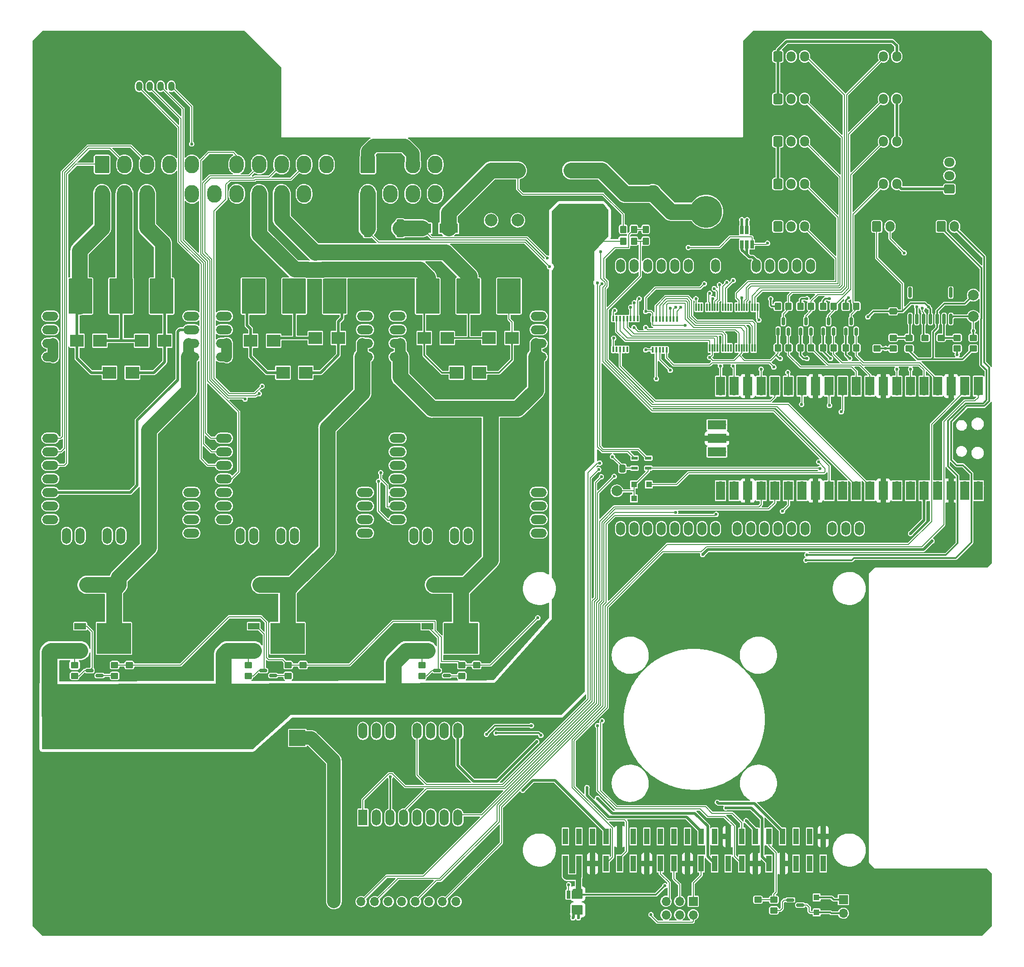
<source format=gbr>
%TF.GenerationSoftware,KiCad,Pcbnew,(6.0.1)*%
%TF.CreationDate,2022-01-31T22:39:25+01:00*%
%TF.ProjectId,OpenMowerMainboard,4f70656e-4d6f-4776-9572-4d61696e626f,rev?*%
%TF.SameCoordinates,Original*%
%TF.FileFunction,Copper,L1,Top*%
%TF.FilePolarity,Positive*%
%FSLAX46Y46*%
G04 Gerber Fmt 4.6, Leading zero omitted, Abs format (unit mm)*
G04 Created by KiCad (PCBNEW (6.0.1)) date 2022-01-31 22:39:25*
%MOMM*%
%LPD*%
G01*
G04 APERTURE LIST*
G04 Aperture macros list*
%AMRoundRect*
0 Rectangle with rounded corners*
0 $1 Rounding radius*
0 $2 $3 $4 $5 $6 $7 $8 $9 X,Y pos of 4 corners*
0 Add a 4 corners polygon primitive as box body*
4,1,4,$2,$3,$4,$5,$6,$7,$8,$9,$2,$3,0*
0 Add four circle primitives for the rounded corners*
1,1,$1+$1,$2,$3*
1,1,$1+$1,$4,$5*
1,1,$1+$1,$6,$7*
1,1,$1+$1,$8,$9*
0 Add four rect primitives between the rounded corners*
20,1,$1+$1,$2,$3,$4,$5,0*
20,1,$1+$1,$4,$5,$6,$7,0*
20,1,$1+$1,$6,$7,$8,$9,0*
20,1,$1+$1,$8,$9,$2,$3,0*%
G04 Aperture macros list end*
%TA.AperFunction,ComponentPad*%
%ADD10RoundRect,0.250001X-1.099999X-1.399999X1.099999X-1.399999X1.099999X1.399999X-1.099999X1.399999X0*%
%TD*%
%TA.AperFunction,ComponentPad*%
%ADD11O,2.700000X3.300000*%
%TD*%
%TA.AperFunction,ComponentPad*%
%ADD12R,3.048000X3.048000*%
%TD*%
%TA.AperFunction,ComponentPad*%
%ADD13O,1.676400X2.500000*%
%TD*%
%TA.AperFunction,ComponentPad*%
%ADD14RoundRect,0.250000X-0.600000X-0.725000X0.600000X-0.725000X0.600000X0.725000X-0.600000X0.725000X0*%
%TD*%
%TA.AperFunction,ComponentPad*%
%ADD15O,1.700000X1.950000*%
%TD*%
%TA.AperFunction,ComponentPad*%
%ADD16RoundRect,0.249999X-0.350001X-0.625001X0.350001X-0.625001X0.350001X0.625001X-0.350001X0.625001X0*%
%TD*%
%TA.AperFunction,ComponentPad*%
%ADD17O,1.200000X1.750000*%
%TD*%
%TA.AperFunction,ComponentPad*%
%ADD18C,10.000000*%
%TD*%
%TA.AperFunction,ComponentPad*%
%ADD19R,1.700000X3.000000*%
%TD*%
%TA.AperFunction,ComponentPad*%
%ADD20O,1.700000X3.000000*%
%TD*%
%TA.AperFunction,SMDPad,CuDef*%
%ADD21RoundRect,0.250000X-0.450000X0.350000X-0.450000X-0.350000X0.450000X-0.350000X0.450000X0.350000X0*%
%TD*%
%TA.AperFunction,ComponentPad*%
%ADD22O,3.000000X1.700000*%
%TD*%
%TA.AperFunction,SMDPad,CuDef*%
%ADD23R,0.400000X1.000000*%
%TD*%
%TA.AperFunction,SMDPad,CuDef*%
%ADD24RoundRect,0.150000X-0.587500X-0.150000X0.587500X-0.150000X0.587500X0.150000X-0.587500X0.150000X0*%
%TD*%
%TA.AperFunction,SMDPad,CuDef*%
%ADD25RoundRect,0.250000X0.350000X0.450000X-0.350000X0.450000X-0.350000X-0.450000X0.350000X-0.450000X0*%
%TD*%
%TA.AperFunction,ComponentPad*%
%ADD26R,2.000000X2.000000*%
%TD*%
%TA.AperFunction,ComponentPad*%
%ADD27C,2.000000*%
%TD*%
%TA.AperFunction,ComponentPad*%
%ADD28R,1.700000X1.700000*%
%TD*%
%TA.AperFunction,ComponentPad*%
%ADD29O,1.700000X1.700000*%
%TD*%
%TA.AperFunction,ComponentPad*%
%ADD30RoundRect,1.500000X-1.500000X1.500000X-1.500000X-1.500000X1.500000X-1.500000X1.500000X1.500000X0*%
%TD*%
%TA.AperFunction,ComponentPad*%
%ADD31C,6.000000*%
%TD*%
%TA.AperFunction,ComponentPad*%
%ADD32C,2.350000*%
%TD*%
%TA.AperFunction,SMDPad,CuDef*%
%ADD33RoundRect,0.250000X0.450000X-0.350000X0.450000X0.350000X-0.450000X0.350000X-0.450000X-0.350000X0*%
%TD*%
%TA.AperFunction,SMDPad,CuDef*%
%ADD34R,1.100000X1.100000*%
%TD*%
%TA.AperFunction,SMDPad,CuDef*%
%ADD35RoundRect,0.250000X-0.350000X-0.450000X0.350000X-0.450000X0.350000X0.450000X-0.350000X0.450000X0*%
%TD*%
%TA.AperFunction,SMDPad,CuDef*%
%ADD36R,2.500000X2.300000*%
%TD*%
%TA.AperFunction,SMDPad,CuDef*%
%ADD37R,0.650000X1.560000*%
%TD*%
%TA.AperFunction,SMDPad,CuDef*%
%ADD38RoundRect,0.250000X-0.475000X0.337500X-0.475000X-0.337500X0.475000X-0.337500X0.475000X0.337500X0*%
%TD*%
%TA.AperFunction,SMDPad,CuDef*%
%ADD39RoundRect,0.150000X0.150000X-0.587500X0.150000X0.587500X-0.150000X0.587500X-0.150000X-0.587500X0*%
%TD*%
%TA.AperFunction,SMDPad,CuDef*%
%ADD40RoundRect,0.150000X0.587500X0.150000X-0.587500X0.150000X-0.587500X-0.150000X0.587500X-0.150000X0*%
%TD*%
%TA.AperFunction,SMDPad,CuDef*%
%ADD41R,1.000000X3.000000*%
%TD*%
%TA.AperFunction,ComponentPad*%
%ADD42RoundRect,0.250000X-0.600000X-0.750000X0.600000X-0.750000X0.600000X0.750000X-0.600000X0.750000X0*%
%TD*%
%TA.AperFunction,ComponentPad*%
%ADD43O,1.700000X2.000000*%
%TD*%
%TA.AperFunction,SMDPad,CuDef*%
%ADD44R,0.300000X1.425000*%
%TD*%
%TA.AperFunction,SMDPad,CuDef*%
%ADD45R,2.200000X1.200000*%
%TD*%
%TA.AperFunction,SMDPad,CuDef*%
%ADD46R,6.400000X5.800000*%
%TD*%
%TA.AperFunction,SMDPad,CuDef*%
%ADD47R,1.150000X0.600000*%
%TD*%
%TA.AperFunction,ComponentPad*%
%ADD48RoundRect,0.250000X0.725000X-0.600000X0.725000X0.600000X-0.725000X0.600000X-0.725000X-0.600000X0*%
%TD*%
%TA.AperFunction,ComponentPad*%
%ADD49O,1.950000X1.700000*%
%TD*%
%TA.AperFunction,SMDPad,CuDef*%
%ADD50C,2.000000*%
%TD*%
%TA.AperFunction,SMDPad,CuDef*%
%ADD51R,1.700000X3.500000*%
%TD*%
%TA.AperFunction,SMDPad,CuDef*%
%ADD52R,3.500000X1.700000*%
%TD*%
%TA.AperFunction,SMDPad,CuDef*%
%ADD53R,3.500000X1.800000*%
%TD*%
%TA.AperFunction,SMDPad,CuDef*%
%ADD54RoundRect,0.250000X0.337500X0.475000X-0.337500X0.475000X-0.337500X-0.475000X0.337500X-0.475000X0*%
%TD*%
%TA.AperFunction,SMDPad,CuDef*%
%ADD55RoundRect,0.249999X0.450001X1.425001X-0.450001X1.425001X-0.450001X-1.425001X0.450001X-1.425001X0*%
%TD*%
%TA.AperFunction,SMDPad,CuDef*%
%ADD56RoundRect,0.150000X0.150000X-0.825000X0.150000X0.825000X-0.150000X0.825000X-0.150000X-0.825000X0*%
%TD*%
%TA.AperFunction,ViaPad*%
%ADD57C,0.600000*%
%TD*%
%TA.AperFunction,Conductor*%
%ADD58C,0.300000*%
%TD*%
%TA.AperFunction,Conductor*%
%ADD59C,0.500000*%
%TD*%
%TA.AperFunction,Conductor*%
%ADD60C,0.200000*%
%TD*%
%TA.AperFunction,Conductor*%
%ADD61C,2.500000*%
%TD*%
%TA.AperFunction,Conductor*%
%ADD62C,1.000000*%
%TD*%
%TA.AperFunction,Conductor*%
%ADD63C,3.000000*%
%TD*%
%TA.AperFunction,Conductor*%
%ADD64C,2.000000*%
%TD*%
G04 APERTURE END LIST*
D10*
X33250000Y-45250000D03*
D11*
X37450000Y-45250000D03*
X41650000Y-45250000D03*
X45850000Y-45250000D03*
X50050000Y-45250000D03*
X54250000Y-45250000D03*
X58450000Y-45250000D03*
X62650000Y-45250000D03*
X66850000Y-45250000D03*
X71050000Y-45250000D03*
X75250000Y-45250000D03*
X33250000Y-50750000D03*
X37450000Y-50750000D03*
X41650000Y-50750000D03*
X45850000Y-50750000D03*
X50050000Y-50750000D03*
X54250000Y-50750000D03*
X58450000Y-50750000D03*
X62650000Y-50750000D03*
X66850000Y-50750000D03*
X71050000Y-50750000D03*
X75250000Y-50750000D03*
D10*
X83000000Y-45250000D03*
D11*
X87200000Y-45250000D03*
X91400000Y-45250000D03*
X95600000Y-45250000D03*
X83000000Y-50750000D03*
X87200000Y-50750000D03*
X91400000Y-50750000D03*
X95600000Y-50750000D03*
D10*
X136400000Y-45250000D03*
D11*
X136400000Y-50750000D03*
D12*
X29400000Y-171100000D03*
X29400000Y-152700000D03*
X69800000Y-152700000D03*
X69800000Y-171100000D03*
D13*
X165860000Y-64240000D03*
X158240000Y-64240000D03*
X155700000Y-64240000D03*
X143000000Y-64240000D03*
X140460000Y-64240000D03*
X137920000Y-64240000D03*
X135380000Y-64240000D03*
X132840000Y-64240000D03*
X130300000Y-64240000D03*
X169924000Y-113500000D03*
X130300000Y-113500000D03*
X132840000Y-113500000D03*
X135380000Y-113500000D03*
X137920000Y-113500000D03*
X140460000Y-113500000D03*
X143000000Y-113500000D03*
X145540000Y-113500000D03*
X148080000Y-113500000D03*
X152144000Y-113500000D03*
X154684000Y-113500000D03*
X157224000Y-113500000D03*
X159764000Y-113500000D03*
X162304000Y-113500000D03*
X164844000Y-113500000D03*
X167384000Y-113500000D03*
X153160000Y-64240000D03*
X150620000Y-64240000D03*
X163320000Y-64240000D03*
X160780000Y-64240000D03*
X175004000Y-113500000D03*
X172464000Y-113500000D03*
X148080000Y-64240000D03*
D14*
X177000000Y-40935000D03*
D15*
X179500000Y-40935000D03*
X182000000Y-40935000D03*
D14*
X177000000Y-48902500D03*
D15*
X179500000Y-48902500D03*
X182000000Y-48902500D03*
D14*
X159750000Y-25000000D03*
D15*
X162250000Y-25000000D03*
X164750000Y-25000000D03*
X167250000Y-25000000D03*
D14*
X159750000Y-32967500D03*
D15*
X162250000Y-32967500D03*
X164750000Y-32967500D03*
X167250000Y-32967500D03*
D14*
X159750000Y-40935000D03*
D15*
X162250000Y-40935000D03*
X164750000Y-40935000D03*
X167250000Y-40935000D03*
D14*
X159750000Y-48902500D03*
D15*
X162250000Y-48902500D03*
X164750000Y-48902500D03*
X167250000Y-48902500D03*
D14*
X159750000Y-56870000D03*
D15*
X162250000Y-56870000D03*
X164750000Y-56870000D03*
X167250000Y-56870000D03*
D14*
X177000000Y-32967500D03*
D15*
X179500000Y-32967500D03*
X182000000Y-32967500D03*
D16*
X38200000Y-30600000D03*
D17*
X40200000Y-30600000D03*
X42200000Y-30600000D03*
X44200000Y-30600000D03*
X46200000Y-30600000D03*
D14*
X177000000Y-25000000D03*
D15*
X179500000Y-25000000D03*
X182000000Y-25000000D03*
D18*
X26500000Y-30000000D03*
X26500000Y-182500000D03*
X193500000Y-30000000D03*
X193500000Y-182500000D03*
D19*
X82070000Y-167615000D03*
D20*
X82070000Y-151375000D03*
X84610000Y-167615000D03*
X84610000Y-151375000D03*
X87150000Y-167615000D03*
X87150000Y-151375000D03*
X89690000Y-167615000D03*
X89690000Y-151375000D03*
X92230000Y-167615000D03*
X92230000Y-151375000D03*
X94770000Y-167615000D03*
X94770000Y-151375000D03*
X97310000Y-167615000D03*
X97310000Y-151375000D03*
X99850000Y-167615000D03*
X99850000Y-151375000D03*
D21*
X103342323Y-139050000D03*
X103342323Y-141050000D03*
D22*
X56060000Y-111775000D03*
X56060000Y-109235000D03*
X56060000Y-104155000D03*
X56060000Y-101615000D03*
X56060000Y-99075000D03*
X56060000Y-76215000D03*
X82460000Y-73675000D03*
X82460000Y-76215000D03*
X56060000Y-106695000D03*
X56060000Y-73675000D03*
X56060000Y-96535000D03*
D20*
X59100000Y-114815000D03*
X61640000Y-114815000D03*
X66720000Y-114815000D03*
X69260000Y-114815000D03*
D22*
X82460000Y-114315000D03*
X82460000Y-111775000D03*
X82460000Y-109235000D03*
X82460000Y-106695000D03*
X82460000Y-68595000D03*
D20*
X64180000Y-114815000D03*
D22*
X82460000Y-71135000D03*
X56060000Y-93995000D03*
X56060000Y-114315000D03*
X82460000Y-104155000D03*
X56060000Y-68595000D03*
X56060000Y-71135000D03*
D20*
X75610000Y-71635000D03*
X78150000Y-71635000D03*
X78150000Y-68095000D03*
X75610000Y-68095000D03*
X70530000Y-68095000D03*
X67990000Y-71635000D03*
X70530000Y-71635000D03*
X67990000Y-68095000D03*
D22*
X56060000Y-78755000D03*
X56060000Y-81295000D03*
X82460000Y-81295000D03*
X82460000Y-78755000D03*
D20*
X60370000Y-68095000D03*
X62910000Y-71635000D03*
X62910000Y-68095000D03*
X60370000Y-71635000D03*
D21*
X100592323Y-139050000D03*
X100592323Y-141050000D03*
D23*
X128925000Y-79900000D03*
X129575000Y-79900000D03*
X130225000Y-79900000D03*
X130875000Y-79900000D03*
X131525000Y-79900000D03*
X132175000Y-79900000D03*
X132825000Y-79900000D03*
X133475000Y-79900000D03*
X133475000Y-74100000D03*
X132825000Y-74100000D03*
X132175000Y-74100000D03*
X131525000Y-74100000D03*
X130875000Y-74100000D03*
X130225000Y-74100000D03*
X129575000Y-74100000D03*
X128925000Y-74100000D03*
D21*
X159000000Y-183000000D03*
X159000000Y-185000000D03*
D24*
X162062500Y-183050000D03*
X162062500Y-184950000D03*
X163937500Y-184000000D03*
D25*
X137000000Y-57400000D03*
X135000000Y-57400000D03*
D26*
X62849646Y-124000000D03*
D27*
X57849646Y-124000000D03*
D28*
X143900000Y-183300000D03*
D29*
X143900000Y-185840000D03*
X141360000Y-183300000D03*
X141360000Y-185840000D03*
X138820000Y-183300000D03*
X138820000Y-185840000D03*
D21*
X38342323Y-139050000D03*
X38342323Y-141050000D03*
D30*
X146300000Y-46900000D03*
D31*
X146300000Y-54100000D03*
D32*
X111075000Y-55700000D03*
X106075000Y-55700000D03*
X126075000Y-55700000D03*
X121075000Y-55700000D03*
D25*
X132800000Y-57400000D03*
X130800000Y-57400000D03*
D33*
X196320000Y-79720000D03*
X196320000Y-77720000D03*
D21*
X35592323Y-139050000D03*
X35592323Y-141050000D03*
D25*
X137000000Y-59600000D03*
X135000000Y-59600000D03*
D34*
X132800000Y-107800000D03*
X135600000Y-107800000D03*
D26*
X36349646Y-124000000D03*
D27*
X41349646Y-124000000D03*
D22*
X23560000Y-111775000D03*
X23560000Y-109235000D03*
X23560000Y-104155000D03*
X23560000Y-101615000D03*
X23560000Y-99075000D03*
X23560000Y-76215000D03*
X49960000Y-73675000D03*
X23560000Y-106695000D03*
X23560000Y-73675000D03*
X49960000Y-76215000D03*
X23560000Y-96535000D03*
D20*
X26600000Y-114815000D03*
X29140000Y-114815000D03*
X34220000Y-114815000D03*
X36760000Y-114815000D03*
D22*
X49960000Y-114315000D03*
X49960000Y-111775000D03*
X49960000Y-109235000D03*
X49960000Y-106695000D03*
D20*
X31680000Y-114815000D03*
D22*
X23560000Y-71135000D03*
X23560000Y-114315000D03*
X49960000Y-71135000D03*
X49960000Y-68595000D03*
X23560000Y-93995000D03*
X49960000Y-104155000D03*
X23560000Y-68595000D03*
D20*
X45650000Y-68095000D03*
X43110000Y-71635000D03*
X45650000Y-71635000D03*
X43110000Y-68095000D03*
X38030000Y-71635000D03*
X35490000Y-71635000D03*
X35490000Y-68095000D03*
X38030000Y-68095000D03*
D22*
X23560000Y-81295000D03*
X23560000Y-78755000D03*
X49960000Y-81295000D03*
X49960000Y-78755000D03*
D20*
X30410000Y-71635000D03*
X27870000Y-71635000D03*
X30410000Y-68095000D03*
X27870000Y-68095000D03*
D28*
X76650000Y-183350000D03*
D29*
X79190000Y-183350000D03*
X81730000Y-183350000D03*
X84270000Y-183350000D03*
X86810000Y-183350000D03*
X89350000Y-183350000D03*
X91890000Y-183350000D03*
X94430000Y-183350000D03*
X96970000Y-183350000D03*
X99510000Y-183350000D03*
D35*
X168216666Y-79600000D03*
X170216666Y-79600000D03*
D26*
X101349646Y-124000000D03*
D27*
X106349646Y-124000000D03*
D21*
X28092323Y-139050000D03*
X28092323Y-141050000D03*
X193320000Y-77720000D03*
X193320000Y-79720000D03*
D36*
X73175000Y-77750000D03*
X77475000Y-77750000D03*
X28545000Y-78250000D03*
X32845000Y-78250000D03*
D22*
X88560000Y-111775000D03*
X88560000Y-109235000D03*
X88560000Y-104155000D03*
X88560000Y-101615000D03*
X88560000Y-99075000D03*
X114960000Y-76215000D03*
X114960000Y-73675000D03*
X88560000Y-73675000D03*
X88560000Y-76215000D03*
X88560000Y-106695000D03*
X88560000Y-96535000D03*
D20*
X91600000Y-114815000D03*
X94140000Y-114815000D03*
X99220000Y-114815000D03*
X101760000Y-114815000D03*
D22*
X114960000Y-114315000D03*
X114960000Y-111775000D03*
X114960000Y-109235000D03*
X114960000Y-106695000D03*
X114960000Y-104155000D03*
X88560000Y-93995000D03*
X114960000Y-68595000D03*
D20*
X96680000Y-114815000D03*
D22*
X88560000Y-114315000D03*
X88560000Y-68595000D03*
X88560000Y-71135000D03*
X114960000Y-71135000D03*
D20*
X110650000Y-71635000D03*
X108110000Y-71635000D03*
X110650000Y-68095000D03*
X108110000Y-68095000D03*
X100490000Y-68095000D03*
X100490000Y-71635000D03*
X103030000Y-68095000D03*
X103030000Y-71635000D03*
D22*
X88560000Y-81295000D03*
X114960000Y-78755000D03*
X114960000Y-81295000D03*
X88560000Y-78755000D03*
D20*
X95410000Y-68095000D03*
X92870000Y-68095000D03*
X95410000Y-71635000D03*
X92870000Y-71635000D03*
D36*
X67100000Y-84250000D03*
X71400000Y-84250000D03*
D34*
X135600000Y-105200000D03*
X132800000Y-105200000D03*
D33*
X187320000Y-79720000D03*
X187320000Y-77720000D03*
D32*
X106075000Y-46350000D03*
X111075000Y-46350000D03*
X121075000Y-46350000D03*
X126075000Y-46350000D03*
D26*
X95349646Y-124000000D03*
D27*
X90349646Y-124000000D03*
D26*
X30349646Y-124000000D03*
D27*
X25349646Y-124000000D03*
D21*
X60592323Y-139050000D03*
X60592323Y-141050000D03*
D23*
X136325000Y-80000000D03*
X136975000Y-80000000D03*
X137625000Y-80000000D03*
X138275000Y-80000000D03*
X138925000Y-80000000D03*
X139575000Y-80000000D03*
X140225000Y-80000000D03*
X140875000Y-80000000D03*
X140875000Y-74200000D03*
X140225000Y-74200000D03*
X139575000Y-74200000D03*
X138925000Y-74200000D03*
X138275000Y-74200000D03*
X137625000Y-74200000D03*
X136975000Y-74200000D03*
X136325000Y-74200000D03*
D37*
X153010000Y-60200000D03*
X153960000Y-60200000D03*
X154910000Y-60200000D03*
X154910000Y-57500000D03*
X153960000Y-57500000D03*
X153010000Y-57500000D03*
D38*
X181320000Y-70682500D03*
X181320000Y-72757500D03*
D39*
X172499999Y-76537500D03*
X174399999Y-76537500D03*
X173449999Y-74662500D03*
D40*
X65279823Y-141000000D03*
X65279823Y-139100000D03*
X63404823Y-140050000D03*
D41*
X119970000Y-171180000D03*
X119970000Y-176220000D03*
X122510000Y-171180000D03*
X122510000Y-176220000D03*
X125050000Y-171180000D03*
X125050000Y-176220000D03*
X127590000Y-171180000D03*
X127590000Y-176220000D03*
X130130000Y-171180000D03*
X130130000Y-176220000D03*
X132670000Y-171180000D03*
X132670000Y-176220000D03*
X135210000Y-171180000D03*
X135210000Y-176220000D03*
X137750000Y-171180000D03*
X137750000Y-176220000D03*
X140290000Y-171180000D03*
X140290000Y-176220000D03*
X142830000Y-171180000D03*
X142830000Y-176220000D03*
X145370000Y-171180000D03*
X145370000Y-176220000D03*
X147910000Y-171180000D03*
X147910000Y-176220000D03*
X150450000Y-171180000D03*
X150450000Y-176220000D03*
X152990000Y-171180000D03*
X152990000Y-176220000D03*
X155530000Y-171180000D03*
X155530000Y-176220000D03*
X158070000Y-171180000D03*
X158070000Y-176220000D03*
X160610000Y-171180000D03*
X160610000Y-176220000D03*
X163150000Y-171180000D03*
X163150000Y-176220000D03*
X165690000Y-171180000D03*
X165690000Y-176220000D03*
X168230000Y-171180000D03*
X168230000Y-176220000D03*
D21*
X181320000Y-77720000D03*
X181320000Y-79720000D03*
D35*
X163983333Y-79600000D03*
X165983333Y-79600000D03*
X163983333Y-71800000D03*
X165983333Y-71800000D03*
D26*
X68849646Y-124000000D03*
D27*
X73849646Y-124000000D03*
D35*
X172449999Y-79600000D03*
X174449999Y-79600000D03*
D36*
X105675000Y-77750000D03*
X109975000Y-77750000D03*
D21*
X68092323Y-139050000D03*
X68092323Y-141050000D03*
D37*
X122430000Y-182060000D03*
X121480000Y-182060000D03*
X120530000Y-182060000D03*
X120530000Y-184760000D03*
X121480000Y-184760000D03*
X122430000Y-184760000D03*
D25*
X132800000Y-59600000D03*
X130800000Y-59600000D03*
D21*
X190320000Y-77720000D03*
X190320000Y-79720000D03*
D35*
X168216666Y-71800000D03*
X170216666Y-71800000D03*
D42*
X190320000Y-56870000D03*
D43*
X192820000Y-56870000D03*
D33*
X156000000Y-185000000D03*
X156000000Y-183000000D03*
D44*
X155950000Y-71988000D03*
X155450000Y-71988000D03*
X154950000Y-71988000D03*
X154450000Y-71988000D03*
X153950000Y-71988000D03*
X153450000Y-71988000D03*
X152950000Y-71988000D03*
X152450000Y-71988000D03*
X151950000Y-71988000D03*
X151450000Y-71988000D03*
X150950000Y-71988000D03*
X150450000Y-71988000D03*
X149950000Y-71988000D03*
X149450000Y-71988000D03*
X148950000Y-71988000D03*
X148450000Y-71988000D03*
X147950000Y-71988000D03*
X147450000Y-71988000D03*
X146950000Y-71988000D03*
X146450000Y-71988000D03*
X145950000Y-71988000D03*
X145450000Y-71988000D03*
X144950000Y-71988000D03*
X144450000Y-71988000D03*
X144450000Y-79612000D03*
X144950000Y-79612000D03*
X145450000Y-79612000D03*
X145950000Y-79612000D03*
X146450000Y-79612000D03*
X146950000Y-79612000D03*
X147450000Y-79612000D03*
X147950000Y-79612000D03*
X148450000Y-79612000D03*
X148950000Y-79612000D03*
X149450000Y-79612000D03*
X149950000Y-79612000D03*
X150450000Y-79612000D03*
X150950000Y-79612000D03*
X151450000Y-79612000D03*
X151950000Y-79612000D03*
X152450000Y-79612000D03*
X152950000Y-79612000D03*
X153450000Y-79612000D03*
X153950000Y-79612000D03*
X154450000Y-79612000D03*
X154950000Y-79612000D03*
X155450000Y-79612000D03*
X155950000Y-79612000D03*
D45*
X29142323Y-131770000D03*
D46*
X35442323Y-134050000D03*
D45*
X29142323Y-136330000D03*
D47*
X135500000Y-102150000D03*
X135500000Y-101200000D03*
X135500000Y-100250000D03*
X132900000Y-100250000D03*
X132900000Y-102150000D03*
D42*
X178250000Y-56870000D03*
D43*
X180750000Y-56870000D03*
D39*
X159800000Y-76537500D03*
X161700000Y-76537500D03*
X160750000Y-74662500D03*
D36*
X93545000Y-77750000D03*
X97845000Y-77750000D03*
D35*
X172449999Y-71800000D03*
X174449999Y-71800000D03*
D48*
X191870000Y-49852500D03*
D49*
X191870000Y-47352500D03*
X191870000Y-44852500D03*
X191870000Y-42352500D03*
D36*
X40675000Y-78250000D03*
X44975000Y-78250000D03*
D39*
X168266666Y-76537500D03*
X170166666Y-76537500D03*
X169216666Y-74662500D03*
D45*
X94142323Y-131770000D03*
D46*
X100442323Y-134050000D03*
D45*
X94142323Y-136330000D03*
D36*
X99600000Y-84250000D03*
X103900000Y-84250000D03*
D21*
X93092323Y-139050000D03*
X93092323Y-141050000D03*
D40*
X32779823Y-141000000D03*
X32779823Y-139100000D03*
X30904823Y-140050000D03*
D36*
X34600000Y-84250000D03*
X38900000Y-84250000D03*
D50*
X129600000Y-106400000D03*
D29*
X197275000Y-87675000D03*
D51*
X197275000Y-86775000D03*
X194735000Y-86775000D03*
D29*
X194735000Y-87675000D03*
D28*
X192195000Y-87675000D03*
D51*
X192195000Y-86775000D03*
X189655000Y-86775000D03*
D29*
X189655000Y-87675000D03*
D51*
X187115000Y-86775000D03*
D29*
X187115000Y-87675000D03*
D51*
X184575000Y-86775000D03*
D29*
X184575000Y-87675000D03*
X182035000Y-87675000D03*
D51*
X182035000Y-86775000D03*
D28*
X179495000Y-87675000D03*
D51*
X179495000Y-86775000D03*
X176955000Y-86775000D03*
D29*
X176955000Y-87675000D03*
X174415000Y-87675000D03*
D51*
X174415000Y-86775000D03*
D29*
X171875000Y-87675000D03*
D51*
X171875000Y-86775000D03*
X169335000Y-86775000D03*
D29*
X169335000Y-87675000D03*
D28*
X166795000Y-87675000D03*
D51*
X166795000Y-86775000D03*
X164255000Y-86775000D03*
D29*
X164255000Y-87675000D03*
X161715000Y-87675000D03*
D51*
X161715000Y-86775000D03*
X159175000Y-86775000D03*
D29*
X159175000Y-87675000D03*
D51*
X156635000Y-86775000D03*
D29*
X156635000Y-87675000D03*
D28*
X154095000Y-87675000D03*
D51*
X154095000Y-86775000D03*
D29*
X151555000Y-87675000D03*
D51*
X151555000Y-86775000D03*
D29*
X149015000Y-87675000D03*
D51*
X149015000Y-86775000D03*
D29*
X149015000Y-105455000D03*
D51*
X149015000Y-106355000D03*
D29*
X151555000Y-105455000D03*
D51*
X151555000Y-106355000D03*
X154095000Y-106355000D03*
D28*
X154095000Y-105455000D03*
D29*
X156635000Y-105455000D03*
D51*
X156635000Y-106355000D03*
X159175000Y-106355000D03*
D29*
X159175000Y-105455000D03*
D51*
X161715000Y-106355000D03*
D29*
X161715000Y-105455000D03*
D51*
X164255000Y-106355000D03*
D29*
X164255000Y-105455000D03*
D51*
X166795000Y-106355000D03*
D28*
X166795000Y-105455000D03*
D29*
X169335000Y-105455000D03*
D51*
X169335000Y-106355000D03*
X171875000Y-106355000D03*
D29*
X171875000Y-105455000D03*
D51*
X174415000Y-106355000D03*
D29*
X174415000Y-105455000D03*
D51*
X176955000Y-106355000D03*
D29*
X176955000Y-105455000D03*
D51*
X179495000Y-106355000D03*
D28*
X179495000Y-105455000D03*
D29*
X182035000Y-105455000D03*
D51*
X182035000Y-106355000D03*
X184575000Y-106355000D03*
D29*
X184575000Y-105455000D03*
X187115000Y-105455000D03*
D51*
X187115000Y-106355000D03*
D29*
X189655000Y-105455000D03*
D51*
X189655000Y-106355000D03*
D28*
X192195000Y-105455000D03*
D51*
X192195000Y-106355000D03*
X194735000Y-106355000D03*
D29*
X194735000Y-105455000D03*
X197275000Y-105455000D03*
D51*
X197275000Y-106355000D03*
D52*
X148345000Y-94025000D03*
D29*
X149245000Y-94025000D03*
D52*
X148345000Y-96565000D03*
D28*
X149245000Y-96565000D03*
D29*
X149245000Y-99105000D03*
D52*
X148345000Y-99105000D03*
D35*
X159750000Y-79600000D03*
X161750000Y-79600000D03*
D45*
X61642323Y-131770000D03*
D46*
X67942323Y-134050000D03*
D45*
X61642323Y-136330000D03*
D53*
X93100000Y-57200000D03*
X98100000Y-57200000D03*
D54*
X130637500Y-102200000D03*
X128562500Y-102200000D03*
D36*
X61045000Y-78250000D03*
X65345000Y-78250000D03*
D50*
X196320000Y-69720000D03*
D55*
X89050000Y-57200000D03*
X82950000Y-57200000D03*
D56*
X184510000Y-74195000D03*
X185780000Y-74195000D03*
X187050000Y-74195000D03*
X188320000Y-74195000D03*
X189590000Y-74195000D03*
X190860000Y-74195000D03*
X192130000Y-74195000D03*
X192130000Y-69245000D03*
X190860000Y-69245000D03*
X189590000Y-69245000D03*
X188320000Y-69245000D03*
X187050000Y-69245000D03*
X185780000Y-69245000D03*
X184510000Y-69245000D03*
D40*
X97779823Y-141000000D03*
X97779823Y-139100000D03*
X95904823Y-140050000D03*
D21*
X184320000Y-77720000D03*
X184320000Y-79720000D03*
D39*
X164033333Y-76537500D03*
X165933333Y-76537500D03*
X164983333Y-74662500D03*
D35*
X159750000Y-71800000D03*
X161750000Y-71800000D03*
D50*
X196320000Y-73720000D03*
D34*
X167000000Y-182600000D03*
X167000000Y-185400000D03*
D21*
X70842323Y-139050000D03*
X70842323Y-141050000D03*
X178320000Y-77720000D03*
X178320000Y-79720000D03*
D28*
X172000000Y-183000000D03*
D29*
X172000000Y-185540000D03*
D57*
X102000000Y-41000000D03*
X20990822Y-102999444D03*
X175400000Y-98200000D03*
X20990822Y-67999444D03*
X95600000Y-78600000D03*
X65800000Y-69800000D03*
X103400000Y-58200000D03*
X144200000Y-97600000D03*
X176000000Y-138000000D03*
X29800000Y-85800000D03*
X42800000Y-135400000D03*
X77997832Y-189198418D03*
X139200000Y-173600000D03*
X88000000Y-134600000D03*
X106400000Y-72600000D03*
X167600000Y-162000000D03*
X69200000Y-78800000D03*
X115000000Y-100000000D03*
X22997832Y-189198418D03*
X191000000Y-120000000D03*
X131800000Y-66600000D03*
X49800000Y-59000000D03*
X20990822Y-57999444D03*
X176000000Y-63500000D03*
X41000000Y-62000000D03*
X162200000Y-45400000D03*
X122200000Y-49200000D03*
X186600000Y-92200000D03*
X51000000Y-162400000D03*
X181000000Y-120000000D03*
X34200000Y-119200000D03*
X115000000Y-95000000D03*
X107000000Y-41000000D03*
X60000000Y-95000000D03*
X140400000Y-133200000D03*
X101800000Y-44800000D03*
X175400000Y-58400000D03*
X62997832Y-189198418D03*
X142800000Y-79400000D03*
X176000000Y-178000000D03*
X176000000Y-21000000D03*
X28800000Y-54600000D03*
X199000000Y-70000000D03*
X87997832Y-189198418D03*
X167997832Y-189198418D03*
X95000000Y-95000000D03*
X129800000Y-173600000D03*
X149800000Y-81400000D03*
X97500000Y-127500000D03*
X199000000Y-45000000D03*
X199000000Y-110000000D03*
X147000000Y-41000000D03*
X109800000Y-86400000D03*
X97800000Y-67800000D03*
X117997832Y-189198418D03*
X117000000Y-48600000D03*
X109400000Y-177600000D03*
X192997832Y-189198418D03*
X121200000Y-173600000D03*
X143600000Y-69400000D03*
X137000000Y-41000000D03*
X30000000Y-90000000D03*
X196000000Y-53000000D03*
X65991231Y-38997250D03*
X199000000Y-95000000D03*
X20990822Y-147999444D03*
X30000000Y-95000000D03*
X112997832Y-189198418D03*
X152997832Y-189198418D03*
X97000000Y-41000000D03*
X20990822Y-117999444D03*
X100000000Y-95000000D03*
X147997832Y-189198418D03*
X82500000Y-122500000D03*
X20990822Y-47999444D03*
X199000000Y-80000000D03*
X50000000Y-91800000D03*
X111400000Y-52400000D03*
X50000000Y-125000000D03*
X45200000Y-97800000D03*
X176000000Y-120000000D03*
X133200000Y-95800000D03*
X134000000Y-168400000D03*
X128200000Y-63800000D03*
X23000000Y-21000000D03*
X124100000Y-158600000D03*
X106400000Y-70400000D03*
X34600000Y-108200000D03*
X20990822Y-22999444D03*
X35000000Y-105000000D03*
X100000000Y-120000000D03*
X20990822Y-137999444D03*
X159000000Y-143600000D03*
X108800000Y-182800000D03*
X95000000Y-100000000D03*
X163000000Y-37400000D03*
X63200000Y-179400000D03*
X152000000Y-41000000D03*
X20990822Y-112999444D03*
X43000000Y-21000000D03*
X117000000Y-41000000D03*
X113400000Y-168000000D03*
X131400000Y-116800000D03*
X153600000Y-179600000D03*
X42000000Y-130000000D03*
X20990822Y-107999444D03*
X199000000Y-35000000D03*
X20990822Y-72999444D03*
X129000000Y-156000000D03*
X20990822Y-27999444D03*
X188600000Y-62400000D03*
X194200000Y-103400000D03*
X95000000Y-105000000D03*
X35000000Y-100000000D03*
X106000000Y-67800000D03*
X35000000Y-95000000D03*
X45600000Y-56000000D03*
X199000000Y-105000000D03*
X176000000Y-163000000D03*
X27200000Y-160400000D03*
X199000000Y-55000000D03*
X75000000Y-90000000D03*
X139700000Y-103700000D03*
X67000000Y-41000000D03*
X25600000Y-131400000D03*
X159800000Y-166200000D03*
X142000000Y-41000000D03*
X20990822Y-172999444D03*
X176000000Y-168000000D03*
X42600000Y-140800000D03*
X53000000Y-21000000D03*
X60000000Y-100000000D03*
X20990822Y-77999444D03*
X176000000Y-143000000D03*
X20990822Y-157999444D03*
X199000000Y-120000000D03*
X132200000Y-184800000D03*
X140300000Y-107100000D03*
X58000000Y-21000000D03*
X70000000Y-90000000D03*
X82800000Y-141000000D03*
X20990822Y-52999444D03*
X81000000Y-41000000D03*
X50000000Y-127500000D03*
X199000000Y-60000000D03*
X149400000Y-173600000D03*
X72000000Y-41000000D03*
X127997832Y-189198418D03*
X20990822Y-82999444D03*
X29600000Y-49600000D03*
X63200000Y-79000000D03*
X75400000Y-79000000D03*
X52500000Y-120000000D03*
X131800000Y-119800000D03*
X82500000Y-125000000D03*
X185920000Y-80720000D03*
X137997832Y-189198418D03*
X47997832Y-189198418D03*
X128230814Y-65600000D03*
X36800000Y-84200000D03*
X113600000Y-57800000D03*
X186000000Y-21000000D03*
X20984129Y-187598534D03*
X171000000Y-21000000D03*
X176000000Y-128000000D03*
X154200000Y-29400000D03*
X151800000Y-73800000D03*
X20990822Y-37999444D03*
X42997832Y-189198418D03*
X95000000Y-120000000D03*
X99800000Y-88000000D03*
X110000000Y-100000000D03*
X97997832Y-189198418D03*
X20990822Y-162999444D03*
X107800000Y-78800000D03*
X79200000Y-52600000D03*
X100000000Y-105000000D03*
X42800000Y-170600000D03*
X150200000Y-123400000D03*
X105000000Y-80800000D03*
X20990822Y-127999444D03*
X107500000Y-127500000D03*
X181000000Y-21000000D03*
X199000000Y-40000000D03*
X106400000Y-51200000D03*
X128200000Y-157700000D03*
X167600000Y-167600000D03*
X178800000Y-94000000D03*
X36800000Y-175600000D03*
X32997832Y-189198418D03*
X176000000Y-158000000D03*
X167800000Y-138200000D03*
X105000000Y-67600000D03*
X52500000Y-130000000D03*
X141400000Y-58400000D03*
X33000000Y-21000000D03*
X50200000Y-65400000D03*
X98000000Y-70400000D03*
X20990822Y-92999444D03*
X131300000Y-91700000D03*
X166000000Y-21000000D03*
X199000000Y-23600000D03*
X167800000Y-152600000D03*
X82500000Y-120000000D03*
X149200000Y-168600000D03*
X112000000Y-41000000D03*
X142997832Y-189198418D03*
X172997832Y-189198418D03*
X149200000Y-179000000D03*
X124100000Y-156900000D03*
X33400000Y-64400000D03*
X134400000Y-118400000D03*
X20990822Y-32999444D03*
X191000000Y-21000000D03*
X82500000Y-130000000D03*
X98400000Y-47600000D03*
X48200000Y-94800000D03*
X133400000Y-54600000D03*
X92997832Y-189198418D03*
X127800000Y-184200000D03*
X155000000Y-124800000D03*
X115400000Y-180800000D03*
X151200000Y-77600000D03*
X59200000Y-85000000D03*
X175000000Y-34600000D03*
X176000000Y-148000000D03*
X134000000Y-180800000D03*
X38000000Y-21000000D03*
X50000000Y-120000000D03*
X73200000Y-48200000D03*
X20990822Y-97999444D03*
X105000000Y-127500000D03*
X36600000Y-79200000D03*
X31200000Y-108000000D03*
X20990822Y-132999444D03*
X195800000Y-66400000D03*
X84800000Y-92200000D03*
X157800000Y-79800000D03*
X116400000Y-57400000D03*
X82997832Y-189198418D03*
X20990822Y-87999444D03*
X120800000Y-167400000D03*
X30000000Y-100000000D03*
X84400000Y-138800000D03*
X134800000Y-123600000D03*
X170000000Y-166400000D03*
X70000000Y-105000000D03*
X65600000Y-72200000D03*
X127800000Y-85000000D03*
X76800000Y-85800000D03*
X159200000Y-149800000D03*
X132000000Y-41000000D03*
X20990822Y-122999444D03*
X32400000Y-110400000D03*
X44400000Y-121200000D03*
X62200000Y-24600000D03*
X150600000Y-182800000D03*
X136400000Y-121600000D03*
X34800000Y-161600000D03*
X90000000Y-120000000D03*
X161000000Y-21000000D03*
X92500000Y-127500000D03*
X57997832Y-189198418D03*
X20990822Y-62999444D03*
X42800000Y-79000000D03*
X116400000Y-60200000D03*
X60000000Y-105000000D03*
X47600000Y-99000000D03*
X179000000Y-46200000D03*
X34600000Y-61600000D03*
X186000000Y-178000000D03*
X20990822Y-167999444D03*
X50000000Y-97200000D03*
X199000000Y-100000000D03*
X181000000Y-68500000D03*
X127000000Y-41000000D03*
X35000000Y-90000000D03*
X73200000Y-140800000D03*
X100000000Y-100000000D03*
X90000000Y-127500000D03*
X132000000Y-180800000D03*
X199000000Y-75000000D03*
X105000000Y-69600000D03*
X189800000Y-100800000D03*
X199000000Y-115000000D03*
X110000000Y-95000000D03*
X20990822Y-177999444D03*
X143200000Y-86400000D03*
X187997832Y-189198418D03*
X72997832Y-189198418D03*
X107997832Y-189198418D03*
X50800000Y-140200000D03*
X100000000Y-110000000D03*
X154800000Y-48000000D03*
X102997832Y-189198418D03*
X181000000Y-178000000D03*
X116600000Y-52800000D03*
X132997832Y-189198418D03*
X176000000Y-153000000D03*
X151600000Y-50600000D03*
X29200000Y-119000000D03*
X20990822Y-142999444D03*
X135800000Y-117000000D03*
X182997832Y-189198418D03*
X139600000Y-88200000D03*
X65991231Y-33997250D03*
X50000000Y-122500000D03*
X187400000Y-41000000D03*
X147200000Y-128600000D03*
X73000000Y-88200000D03*
X48000000Y-21000000D03*
X154200000Y-39400000D03*
X40800000Y-65400000D03*
X162997832Y-189198418D03*
X176500000Y-67500000D03*
X166800000Y-61800000D03*
X156000000Y-21000000D03*
X52500000Y-127500000D03*
X50000000Y-130000000D03*
X72600000Y-92200000D03*
X65000000Y-100000000D03*
X93000000Y-41000000D03*
X37997832Y-189198418D03*
X186000000Y-120000000D03*
X67997832Y-189198418D03*
X157997832Y-189198418D03*
X122000000Y-41000000D03*
X112000000Y-62200000D03*
X79200000Y-56200000D03*
X77000000Y-41000000D03*
X196000000Y-21000000D03*
X147200000Y-73800000D03*
X196000000Y-120000000D03*
X27997832Y-189198418D03*
X137400000Y-69400000D03*
X106400000Y-87400000D03*
X156000000Y-101000000D03*
X177997832Y-189198418D03*
X73200000Y-69800000D03*
X199000000Y-65000000D03*
X46600000Y-179800000D03*
X52997832Y-189198418D03*
X30000000Y-105000000D03*
X20990822Y-152999444D03*
X65000000Y-105000000D03*
X82500000Y-127500000D03*
X90400000Y-133000000D03*
X78200000Y-45200000D03*
X79600000Y-48600000D03*
X154200000Y-24800000D03*
X126400000Y-179400000D03*
X57800000Y-171000000D03*
X28000000Y-21000000D03*
X116400000Y-55000000D03*
X110000000Y-105000000D03*
X126000000Y-173600000D03*
X122997832Y-189198418D03*
X199000000Y-50000000D03*
X72800000Y-72000000D03*
X117000000Y-45400000D03*
X20990822Y-42999444D03*
X105200000Y-71600000D03*
X48800000Y-63800000D03*
X154200000Y-34400000D03*
X134200000Y-83400000D03*
X186800000Y-30600000D03*
X171800000Y-137000000D03*
X52500000Y-122500000D03*
X52500000Y-125000000D03*
X184000000Y-65000000D03*
X176000000Y-133000000D03*
X65000000Y-95000000D03*
X129400000Y-55600000D03*
X113000000Y-66000000D03*
X65991231Y-28997250D03*
X101200000Y-80800000D03*
X30600000Y-78800000D03*
X94200000Y-84800000D03*
X97800000Y-72600000D03*
X173000000Y-70200000D03*
X154000000Y-55600000D03*
X169400000Y-70400000D03*
X153000000Y-70200000D03*
X158400000Y-70400000D03*
X165200000Y-70400000D03*
X153000000Y-55600000D03*
X128800000Y-100000000D03*
X122400000Y-186400000D03*
X50000000Y-41400000D03*
X121400000Y-186400000D03*
X147600000Y-70400000D03*
X126850500Y-149492703D03*
X126000000Y-150400000D03*
X183400000Y-61800000D03*
X186800000Y-72200000D03*
X147000000Y-69400000D03*
X147850500Y-68518023D03*
X148800000Y-67800000D03*
X150176089Y-67376089D03*
X151400000Y-67000000D03*
X184600000Y-83600000D03*
X138600000Y-180400000D03*
X182000000Y-83600000D03*
X160200000Y-81600000D03*
X173200000Y-81600000D03*
X188600000Y-115800000D03*
X142400000Y-75400000D03*
X169600000Y-81600000D03*
X187920000Y-71920000D03*
X184600000Y-114400000D03*
X193320000Y-80870500D03*
X114600000Y-153400000D03*
X145669003Y-118350990D03*
X146000000Y-67600000D03*
X147000000Y-81400000D03*
X135000000Y-72800000D03*
X165200000Y-81600000D03*
X167400000Y-101000000D03*
X129200000Y-72600000D03*
X176600000Y-73800000D03*
X120600000Y-180200000D03*
X129000000Y-77800000D03*
X132800000Y-75800000D03*
X135000000Y-75800000D03*
X135000000Y-80000000D03*
X126600000Y-61600000D03*
X143000000Y-60800000D03*
X157800000Y-60000000D03*
X159000000Y-83200000D03*
X196320000Y-76400000D03*
X60000000Y-89199010D03*
X62660156Y-88187667D03*
X63200000Y-86800000D03*
X167600000Y-102200000D03*
X85000000Y-104600000D03*
X136000000Y-185800000D03*
X85400000Y-103000000D03*
X114800000Y-130200000D03*
X160600000Y-110200000D03*
X185720000Y-71920000D03*
X179920000Y-79720000D03*
X148429977Y-164749500D03*
X150000000Y-165800000D03*
X126000000Y-164000000D03*
X124000000Y-162000000D03*
X153800000Y-168200000D03*
X111998379Y-162509419D03*
X171600000Y-91600000D03*
X126700000Y-103747822D03*
X169400000Y-90400000D03*
X126400000Y-101200000D03*
X137000000Y-85400000D03*
X129100000Y-103687184D03*
X126200000Y-102400000D03*
X164200000Y-90200500D03*
X140600000Y-110399011D03*
X148200000Y-110800000D03*
X141600000Y-72000000D03*
X133800000Y-70400000D03*
X149000000Y-83000000D03*
X132875500Y-71163365D03*
X140600000Y-72000000D03*
X151400000Y-83000000D03*
X156600000Y-83600000D03*
X139600000Y-72200000D03*
X132200000Y-72000000D03*
X139600000Y-83800000D03*
X161600000Y-84200000D03*
X156200000Y-74400000D03*
X144400000Y-70400000D03*
X165200000Y-118400000D03*
X105200000Y-152000000D03*
X113600000Y-150400000D03*
X165000000Y-119400000D03*
X115400000Y-152200000D03*
X87200000Y-160000000D03*
X107000000Y-151800000D03*
X126800000Y-67600000D03*
X116600000Y-62800000D03*
X117000000Y-64400000D03*
X126000000Y-67400000D03*
D58*
X186920000Y-79720000D02*
X185920000Y-80720000D01*
X187320000Y-79720000D02*
X186920000Y-79720000D01*
D59*
X47785000Y-76215000D02*
X49460000Y-76215000D01*
X159750000Y-23850000D02*
X161400000Y-22200000D01*
X39800000Y-93200000D02*
X47400000Y-85600000D01*
D58*
X164200000Y-70400000D02*
X163983333Y-70616667D01*
X165200000Y-70400000D02*
X164200000Y-70400000D01*
D60*
X130687500Y-102150000D02*
X132900000Y-102150000D01*
D59*
X47400000Y-85600000D02*
X47400000Y-76600000D01*
D58*
X168600000Y-70400000D02*
X168216666Y-70783334D01*
D59*
X122430000Y-184760000D02*
X122430000Y-186370000D01*
D61*
X69800000Y-152700000D02*
X72400000Y-152700000D01*
D60*
X130637500Y-102200000D02*
X130637500Y-101837500D01*
D58*
X152950000Y-71988000D02*
X152950000Y-70250000D01*
D59*
X153960000Y-57500000D02*
X153960000Y-55640000D01*
X153010000Y-55610000D02*
X153000000Y-55600000D01*
X24060000Y-106695000D02*
X38505000Y-106695000D01*
X161400000Y-22200000D02*
X181200000Y-22200000D01*
D58*
X172449999Y-71800000D02*
X172449999Y-70750001D01*
X158400000Y-70400000D02*
X158400000Y-71600000D01*
D59*
X182000000Y-23000000D02*
X182000000Y-25000000D01*
X39800000Y-105400000D02*
X39800000Y-93200000D01*
X159750000Y-25000000D02*
X159750000Y-23850000D01*
X182000000Y-32967500D02*
X182000000Y-40935000D01*
D58*
X163983333Y-70616667D02*
X163983333Y-71800000D01*
D60*
X130637500Y-101837500D02*
X128800000Y-100000000D01*
D59*
X159750000Y-32967500D02*
X159750000Y-25000000D01*
D60*
X46200000Y-30600000D02*
X50000000Y-34400000D01*
D58*
X147450000Y-71988000D02*
X147450000Y-70550000D01*
X169400000Y-70400000D02*
X168600000Y-70400000D01*
D59*
X121480000Y-186320000D02*
X121400000Y-186400000D01*
X38505000Y-106695000D02*
X39800000Y-105400000D01*
D60*
X130637500Y-102200000D02*
X130687500Y-102150000D01*
D59*
X159750000Y-48902500D02*
X159750000Y-40935000D01*
D60*
X50000000Y-34400000D02*
X50000000Y-41400000D01*
D58*
X147450000Y-70550000D02*
X147600000Y-70400000D01*
D59*
X153010000Y-57500000D02*
X153010000Y-55610000D01*
X191817500Y-49800000D02*
X182897500Y-49800000D01*
X181200000Y-22200000D02*
X182000000Y-23000000D01*
D58*
X168216666Y-70783334D02*
X168216666Y-71800000D01*
X158400000Y-71600000D02*
X158600000Y-71800000D01*
D61*
X76650000Y-156950000D02*
X76650000Y-183350000D01*
D59*
X153960000Y-55640000D02*
X154000000Y-55600000D01*
D58*
X172449999Y-70750001D02*
X173000000Y-70200000D01*
D59*
X47400000Y-76600000D02*
X47785000Y-76215000D01*
X191870000Y-49852500D02*
X191817500Y-49800000D01*
X121480000Y-184760000D02*
X121480000Y-186320000D01*
D61*
X72400000Y-152700000D02*
X76650000Y-156950000D01*
D59*
X182897500Y-49800000D02*
X182000000Y-48902500D01*
D58*
X158600000Y-71800000D02*
X159750000Y-71800000D01*
X152950000Y-70250000D02*
X153000000Y-70200000D01*
D59*
X122430000Y-186370000D02*
X122400000Y-186400000D01*
D60*
X146200000Y-165600000D02*
X134600000Y-165600000D01*
X152990000Y-171180000D02*
X152990000Y-168590000D01*
X129600000Y-165600000D02*
X126600000Y-162600000D01*
X126600000Y-162600000D02*
X126600000Y-149743203D01*
X126600000Y-149743203D02*
X126850500Y-149492703D01*
X134600000Y-165600000D02*
X129600000Y-165600000D01*
X147400000Y-166800000D02*
X146200000Y-165600000D01*
X151200000Y-166800000D02*
X147400000Y-166800000D01*
X152990000Y-168590000D02*
X151200000Y-166800000D01*
X188505489Y-93904511D02*
X188505489Y-112094511D01*
X184149022Y-116450978D02*
X138984029Y-116450978D01*
X128800000Y-169564994D02*
X128800000Y-175010000D01*
X127400489Y-146824481D02*
X121200489Y-153024482D01*
X128800000Y-175010000D02*
X127590000Y-176220000D01*
X127400489Y-128034518D02*
X127400489Y-146824481D01*
X121200489Y-153024482D02*
X121200490Y-161965484D01*
X138984029Y-116450978D02*
X127400489Y-128034518D01*
X188505489Y-112094511D02*
X184149022Y-116450978D01*
X121200490Y-161965484D02*
X128800000Y-169564994D01*
X194735000Y-87675000D02*
X188505489Y-93904511D01*
X152990000Y-176220000D02*
X151600000Y-174830000D01*
X151600000Y-174830000D02*
X151600000Y-169200000D01*
X146600000Y-167400000D02*
X145200000Y-166000000D01*
X129435007Y-166000000D02*
X126000000Y-162564993D01*
X151600000Y-169200000D02*
X149800000Y-167400000D01*
X126000000Y-162564993D02*
X126000000Y-150400000D01*
X149800000Y-167400000D02*
X146600000Y-167400000D01*
X145200000Y-166000000D02*
X129435007Y-166000000D01*
X131400000Y-173950000D02*
X131400000Y-168400000D01*
X127800000Y-128200000D02*
X138200000Y-117800000D01*
X127800000Y-146989964D02*
X127800000Y-128200000D01*
X131400000Y-168400000D02*
X131049021Y-168049021D01*
X121600000Y-161800000D02*
X121600000Y-153189964D01*
X190804511Y-112747665D02*
X190804511Y-93453369D01*
X127849021Y-168049021D02*
X121600000Y-161800000D01*
X196631659Y-89550489D02*
X197275000Y-88907148D01*
X190804511Y-93453369D02*
X194707391Y-89550489D01*
X131049021Y-168049021D02*
X127849021Y-168049021D01*
X145792378Y-117450489D02*
X146392379Y-116850489D01*
X145721680Y-117450489D02*
X145792378Y-117450489D01*
X130130000Y-176220000D02*
X130130000Y-175220000D01*
X138200000Y-117800000D02*
X145372169Y-117800000D01*
X146847609Y-116850490D02*
X186701687Y-116850489D01*
X145372169Y-117800000D02*
X145721680Y-117450489D01*
X121600000Y-153189964D02*
X127800000Y-146989964D01*
X194707391Y-89550489D02*
X196631659Y-89550489D01*
X197275000Y-88907148D02*
X197275000Y-87675000D01*
X146392379Y-116850489D02*
X146847609Y-116850490D01*
X130130000Y-175220000D02*
X131400000Y-173950000D01*
X186701687Y-116850489D02*
X190804511Y-112747665D01*
X158070000Y-172870000D02*
X159400000Y-174200000D01*
X158070000Y-171180000D02*
X158070000Y-172870000D01*
X159000000Y-182000000D02*
X159000000Y-183000000D01*
X159400000Y-181600000D02*
X159000000Y-182000000D01*
X159400000Y-174200000D02*
X159400000Y-181600000D01*
X156000000Y-183000000D02*
X159000000Y-183000000D01*
X186800000Y-72800000D02*
X187050000Y-73050000D01*
X180750000Y-56870000D02*
X180750000Y-59150000D01*
D58*
X187050000Y-74195000D02*
X187050000Y-77450000D01*
D60*
X186800000Y-72200000D02*
X186800000Y-72800000D01*
D58*
X187050000Y-77450000D02*
X187320000Y-77720000D01*
D60*
X180750000Y-59150000D02*
X183400000Y-61800000D01*
X187050000Y-73050000D02*
X187050000Y-74195000D01*
X146800000Y-70975989D02*
X146800000Y-69600000D01*
X146800000Y-69600000D02*
X147000000Y-69400000D01*
X146950000Y-71988000D02*
X146950000Y-71125989D01*
X146950000Y-71125989D02*
X146800000Y-70975989D01*
X155450000Y-70150000D02*
X155450000Y-71988000D01*
X165000000Y-25000000D02*
X172201467Y-32201467D01*
X156801958Y-68798042D02*
X155450000Y-70150000D01*
X164750000Y-25000000D02*
X165000000Y-25000000D01*
X172201467Y-68058510D02*
X171461935Y-68798042D01*
X172201467Y-32201467D02*
X172201467Y-68058510D01*
X171461935Y-68798042D02*
X156801958Y-68798042D01*
X147950000Y-70897824D02*
X148400000Y-70447824D01*
X148400000Y-70447824D02*
X148400000Y-69067523D01*
X147950000Y-71988000D02*
X147950000Y-70897824D01*
X148400000Y-69067523D02*
X147850500Y-68518023D01*
X171801957Y-40144457D02*
X164750000Y-33092500D01*
X164750000Y-33092500D02*
X164750000Y-32967500D01*
X156401469Y-68398531D02*
X171296452Y-68398531D01*
X154950000Y-71988000D02*
X154950000Y-69850000D01*
X171296452Y-68398531D02*
X171801956Y-67893027D01*
X171801956Y-67893027D02*
X171801957Y-40144457D01*
X154950000Y-69850000D02*
X156401469Y-68398531D01*
X148800000Y-70612818D02*
X148800000Y-67800000D01*
X148450000Y-71988000D02*
X148450000Y-70962818D01*
X148450000Y-70962818D02*
X148800000Y-70612818D01*
X171402445Y-47587445D02*
X164750000Y-40935000D01*
X153950000Y-70862817D02*
X154199511Y-70613306D01*
X153950000Y-71988000D02*
X153950000Y-70862817D01*
X154800979Y-67999021D02*
X171130968Y-67999020D01*
X171402445Y-67727542D02*
X171402445Y-47587445D01*
X154199511Y-68600489D02*
X154800979Y-67999021D01*
X154199511Y-70613306D02*
X154199511Y-68600489D01*
X171130968Y-67999020D02*
X171402445Y-67727542D01*
X149450000Y-71988000D02*
X149450000Y-68102178D01*
X149450000Y-68102178D02*
X150176089Y-67376089D01*
X154600490Y-67599510D02*
X170965484Y-67599510D01*
X171002934Y-55155434D02*
X164750000Y-48902500D01*
X153800000Y-68400000D02*
X154600490Y-67599510D01*
X153450000Y-70797824D02*
X153800000Y-70447824D01*
X170965484Y-67599510D02*
X171002934Y-67562060D01*
X153450000Y-71988000D02*
X153450000Y-70797824D01*
X153800000Y-70447824D02*
X153800000Y-68400000D01*
X171002934Y-67562060D02*
X171002934Y-55155434D01*
X149950000Y-71988000D02*
X149950000Y-68450000D01*
X149950000Y-68450000D02*
X151400000Y-67000000D01*
X154200000Y-67200000D02*
X170603423Y-67200000D01*
X170603423Y-62848423D02*
X164750000Y-56995000D01*
X152450000Y-70697824D02*
X152000000Y-70247824D01*
X152450000Y-71988000D02*
X152450000Y-70697824D01*
X164750000Y-56995000D02*
X164750000Y-56870000D01*
X152000000Y-69400000D02*
X154200000Y-67200000D01*
X170603423Y-67200000D02*
X170603423Y-62848423D01*
X152000000Y-70247824D02*
X152000000Y-69400000D01*
X161750000Y-71800000D02*
X161750000Y-72250000D01*
X172600978Y-68223992D02*
X171627417Y-69197553D01*
X179500000Y-25000000D02*
X179500000Y-25312500D01*
X179500000Y-25312500D02*
X172600978Y-32211522D01*
X161750000Y-69850000D02*
X161750000Y-71800000D01*
X162402447Y-69197553D02*
X161750000Y-69850000D01*
X172600978Y-32211522D02*
X172600978Y-68223992D01*
X161750000Y-72250000D02*
X160750000Y-73250000D01*
X171627417Y-69197553D02*
X162402447Y-69197553D01*
X160750000Y-73250000D02*
X160750000Y-74662500D01*
X165983333Y-70816667D02*
X165983333Y-71800000D01*
X165983333Y-71800000D02*
X165983333Y-72616667D01*
X171847739Y-69597064D02*
X167202936Y-69597064D01*
X179500000Y-33092500D02*
X173000489Y-39592011D01*
X164983333Y-73616667D02*
X164983333Y-74662500D01*
X179500000Y-32967500D02*
X179500000Y-33092500D01*
X173000489Y-68444314D02*
X171847739Y-69597064D01*
X165983333Y-72616667D02*
X164983333Y-73616667D01*
X173000489Y-39592011D02*
X173000489Y-68444314D01*
X167202936Y-69597064D02*
X165983333Y-70816667D01*
X170216666Y-72583334D02*
X169216666Y-73583334D01*
X173400000Y-68616666D02*
X173400000Y-47160000D01*
X170216666Y-71800000D02*
X173400000Y-68616666D01*
X173400000Y-47160000D02*
X179500000Y-41060000D01*
X170216666Y-71800000D02*
X170216666Y-72583334D01*
X169216666Y-73583334D02*
X169216666Y-74662500D01*
X179500000Y-41060000D02*
X179500000Y-40935000D01*
X174449999Y-71800000D02*
X174449999Y-72350001D01*
X173449999Y-73350001D02*
X173449999Y-74662500D01*
X173800000Y-54602500D02*
X179500000Y-48902500D01*
X174449999Y-72350001D02*
X173449999Y-73350001D01*
X174449999Y-71800000D02*
X173800000Y-71150001D01*
X173800000Y-71150001D02*
X173800000Y-54602500D01*
X184600000Y-87650000D02*
X184575000Y-87675000D01*
X184600000Y-83600000D02*
X184600000Y-87650000D01*
D62*
X122400000Y-178800000D02*
X120200000Y-178800000D01*
D58*
X122430000Y-182060000D02*
X136940000Y-182060000D01*
D62*
X122510000Y-176220000D02*
X122510000Y-178690000D01*
X119970000Y-178570000D02*
X119970000Y-176220000D01*
X122430000Y-178770000D02*
X122430000Y-182060000D01*
X122510000Y-178690000D02*
X122430000Y-178770000D01*
X120200000Y-178800000D02*
X119970000Y-178570000D01*
D58*
X169800000Y-182600000D02*
X170200000Y-183000000D01*
X172000000Y-183000000D02*
X170200000Y-183000000D01*
D62*
X122510000Y-178690000D02*
X122400000Y-178800000D01*
D60*
X169800000Y-182600000D02*
X170000000Y-182800000D01*
D58*
X170200000Y-183000000D02*
X170000000Y-182800000D01*
X136940000Y-182060000D02*
X138600000Y-180400000D01*
X167000000Y-182600000D02*
X169800000Y-182600000D01*
D60*
X29142323Y-131770000D02*
X30370000Y-131770000D01*
X31400000Y-139554823D02*
X30904823Y-140050000D01*
X28950000Y-141050000D02*
X28092323Y-141050000D01*
X30904823Y-140050000D02*
X29950000Y-140050000D01*
X29950000Y-140050000D02*
X28950000Y-141050000D01*
X30370000Y-131770000D02*
X31400000Y-132800000D01*
X31400000Y-132800000D02*
X31400000Y-139554823D01*
X32779823Y-141000000D02*
X35542323Y-141000000D01*
X35542323Y-141000000D02*
X35592323Y-141050000D01*
X182035000Y-87675000D02*
X182035000Y-83635000D01*
X182035000Y-83635000D02*
X182000000Y-83600000D01*
D58*
X172449999Y-79600000D02*
X172449999Y-80849999D01*
D60*
X159400000Y-81000000D02*
X159800000Y-80600000D01*
D58*
X168216666Y-79600000D02*
X168216666Y-80216666D01*
D59*
X101600000Y-159600000D02*
X102800000Y-160800000D01*
D60*
X159800000Y-79650000D02*
X159750000Y-79600000D01*
D58*
X168266666Y-76537500D02*
X168266666Y-79550000D01*
X168216666Y-80216666D02*
X169600000Y-81600000D01*
X183082500Y-72757500D02*
X181320000Y-72757500D01*
D60*
X168600000Y-102800000D02*
X168600000Y-102600000D01*
D59*
X107200000Y-160800000D02*
X114600000Y-153400000D01*
D60*
X147450000Y-80950000D02*
X147450000Y-79612000D01*
D59*
X146619993Y-117400000D02*
X187000000Y-117400000D01*
D60*
X136400000Y-75400000D02*
X142400000Y-75400000D01*
X152950000Y-79612000D02*
X152950000Y-80573522D01*
D58*
X165200000Y-81600000D02*
X164600000Y-81600000D01*
D60*
X168400000Y-103000000D02*
X168600000Y-102800000D01*
D58*
X188320000Y-72320000D02*
X187920000Y-71920000D01*
X159400000Y-81000000D02*
X160000000Y-81600000D01*
D60*
X136325000Y-73125000D02*
X136325000Y-74200000D01*
X178250000Y-56870000D02*
X178250000Y-62750000D01*
D58*
X168266666Y-79550000D02*
X168216666Y-79600000D01*
D60*
X135600000Y-105200000D02*
X140800000Y-105200000D01*
X183082500Y-67582500D02*
X183082500Y-72757500D01*
D58*
X172449999Y-80849999D02*
X173200000Y-81600000D01*
D60*
X136000000Y-72800000D02*
X136325000Y-73125000D01*
D59*
X99850000Y-157850000D02*
X101600000Y-159600000D01*
D60*
X158400000Y-82000000D02*
X159400000Y-81000000D01*
D58*
X164033333Y-79550000D02*
X163983333Y-79600000D01*
D59*
X99850000Y-151875000D02*
X99850000Y-157850000D01*
D60*
X128925000Y-74100000D02*
X128925000Y-72875000D01*
D59*
X145669003Y-118350990D02*
X146619993Y-117400000D01*
D60*
X140800000Y-105200000D02*
X141600000Y-104400000D01*
X152950000Y-80573522D02*
X152523522Y-81000000D01*
X178250000Y-62750000D02*
X183082500Y-67582500D01*
D59*
X184600000Y-114400000D02*
X187115000Y-111885000D01*
D58*
X159800000Y-76537500D02*
X159800000Y-79550000D01*
D59*
X187115000Y-111885000D02*
X187115000Y-105455000D01*
X187000000Y-117400000D02*
X188600000Y-115800000D01*
X105400000Y-160800000D02*
X107200000Y-160800000D01*
D60*
X159800000Y-80600000D02*
X159800000Y-79650000D01*
D58*
X164033333Y-76537500D02*
X164033333Y-79550000D01*
X193320000Y-79720000D02*
X193320000Y-80870500D01*
D60*
X147600000Y-82000000D02*
X147000000Y-81400000D01*
X128925000Y-72875000D02*
X129200000Y-72600000D01*
D58*
X172499999Y-79550000D02*
X172449999Y-79600000D01*
D60*
X145200000Y-68400000D02*
X136800000Y-68400000D01*
X141600000Y-104400000D02*
X143000000Y-103000000D01*
D58*
X187920000Y-71920000D02*
X187270489Y-71270489D01*
D60*
X152523522Y-81000000D02*
X151523522Y-82000000D01*
D58*
X172499999Y-76537500D02*
X172499999Y-79550000D01*
D60*
X143000000Y-103000000D02*
X168400000Y-103000000D01*
D58*
X177642500Y-72757500D02*
X181320000Y-72757500D01*
D60*
X135000000Y-72800000D02*
X136000000Y-72800000D01*
D58*
X159800000Y-79550000D02*
X159750000Y-79600000D01*
D60*
X168600000Y-102600000D02*
X168600000Y-102200000D01*
X135000000Y-70200000D02*
X135000000Y-72800000D01*
D58*
X163983333Y-80983333D02*
X163983333Y-79600000D01*
D60*
X152523522Y-81000000D02*
X153523522Y-82000000D01*
X146000000Y-67600000D02*
X145200000Y-68400000D01*
X136325000Y-75325000D02*
X136400000Y-75400000D01*
X136800000Y-68400000D02*
X135000000Y-70200000D01*
D58*
X188320000Y-74195000D02*
X188320000Y-72320000D01*
D60*
X136325000Y-74200000D02*
X136325000Y-75325000D01*
D58*
X187270489Y-71270489D02*
X184569511Y-71270489D01*
D59*
X102800000Y-160800000D02*
X105400000Y-160800000D01*
D60*
X151523522Y-82000000D02*
X147600000Y-82000000D01*
X147000000Y-81400000D02*
X147450000Y-80950000D01*
X153523522Y-82000000D02*
X158400000Y-82000000D01*
D58*
X160000000Y-81600000D02*
X160200000Y-81600000D01*
X164600000Y-81600000D02*
X163983333Y-80983333D01*
D60*
X168600000Y-102200000D02*
X167400000Y-101000000D01*
D58*
X176600000Y-73800000D02*
X177642500Y-72757500D01*
X184569511Y-71270489D02*
X183082500Y-72757500D01*
D60*
X120600000Y-180200000D02*
X120530000Y-180270000D01*
X120530000Y-180270000D02*
X120530000Y-182060000D01*
X162062500Y-183050000D02*
X160950000Y-183050000D01*
X160600000Y-184600000D02*
X160200000Y-185000000D01*
X160600000Y-183400000D02*
X160600000Y-184600000D01*
X160950000Y-183050000D02*
X160600000Y-183400000D01*
X160200000Y-185000000D02*
X159000000Y-185000000D01*
X165200000Y-184000000D02*
X165600000Y-184400000D01*
X163937500Y-184000000D02*
X165200000Y-184000000D01*
D58*
X169600000Y-185400000D02*
X169740000Y-185540000D01*
D60*
X165800000Y-185400000D02*
X167000000Y-185400000D01*
D58*
X167000000Y-185400000D02*
X169600000Y-185400000D01*
D60*
X165600000Y-185200000D02*
X165800000Y-185400000D01*
X165600000Y-184400000D02*
X165600000Y-185200000D01*
D58*
X169740000Y-185540000D02*
X172000000Y-185540000D01*
D63*
X56000000Y-137000000D02*
X56000000Y-146000000D01*
D60*
X60592323Y-137380000D02*
X61642323Y-136330000D01*
X93092323Y-139050000D02*
X93092323Y-136330000D01*
D63*
X29400000Y-151600000D02*
X28400000Y-150600000D01*
X29400000Y-149600000D02*
X29400000Y-151600000D01*
X126075000Y-55700000D02*
X121075000Y-55700000D01*
X29400000Y-151600000D02*
X29400000Y-152700000D01*
D60*
X126075000Y-58475000D02*
X127200000Y-59600000D01*
D63*
X121075000Y-138525000D02*
X113600000Y-146000000D01*
D60*
X93092323Y-136330000D02*
X94142323Y-136330000D01*
D63*
X56000000Y-146000000D02*
X33000000Y-146000000D01*
X23670000Y-136330000D02*
X29142323Y-136330000D01*
X23400000Y-136600000D02*
X23670000Y-136330000D01*
X113600000Y-146000000D02*
X87800000Y-146000000D01*
X90170000Y-136330000D02*
X87800000Y-138700000D01*
X25600000Y-150600000D02*
X23400000Y-148400000D01*
D60*
X126075000Y-55700000D02*
X126075000Y-58475000D01*
D63*
X23400000Y-148400000D02*
X23400000Y-136600000D01*
D60*
X28092323Y-137107677D02*
X28092323Y-139050000D01*
D63*
X33000000Y-146000000D02*
X29400000Y-149600000D01*
D60*
X60592323Y-139050000D02*
X60592323Y-137380000D01*
D63*
X87800000Y-146000000D02*
X57400000Y-146000000D01*
X56670000Y-136330000D02*
X56000000Y-137000000D01*
D60*
X127200000Y-59600000D02*
X130800000Y-59600000D01*
D63*
X94142323Y-136330000D02*
X90170000Y-136330000D01*
X87800000Y-138700000D02*
X87800000Y-146000000D01*
X61642323Y-136330000D02*
X56670000Y-136330000D01*
X28400000Y-150600000D02*
X25600000Y-150600000D01*
X57400000Y-146000000D02*
X56000000Y-146000000D01*
D60*
X28870000Y-136330000D02*
X28092323Y-137107677D01*
X29142323Y-136330000D02*
X28870000Y-136330000D01*
D63*
X121075000Y-55700000D02*
X121075000Y-138525000D01*
X35442323Y-134050000D02*
X35442323Y-124907323D01*
X30349646Y-124000000D02*
X36349646Y-124000000D01*
D64*
X49460000Y-78755000D02*
X49460000Y-81295000D01*
D63*
X49460000Y-81295000D02*
X49460000Y-87540000D01*
X42000000Y-117000000D02*
X42000000Y-95000000D01*
X36349646Y-122650354D02*
X42000000Y-117000000D01*
D64*
X24060000Y-78755000D02*
X24060000Y-81295000D01*
D63*
X35442323Y-124907323D02*
X36349646Y-124000000D01*
X36349646Y-124000000D02*
X36349646Y-122650354D01*
X49460000Y-87540000D02*
X42000000Y-95000000D01*
D60*
X131195597Y-78195597D02*
X146795597Y-78195597D01*
X146795597Y-78195597D02*
X146950000Y-78350000D01*
X129575000Y-74100000D02*
X129575000Y-76575000D01*
X129575000Y-76575000D02*
X131195597Y-78195597D01*
X146950000Y-78350000D02*
X146950000Y-79612000D01*
X97829823Y-141050000D02*
X97779823Y-141000000D01*
X100592323Y-141050000D02*
X97829823Y-141050000D01*
X96200000Y-133800000D02*
X96200000Y-139754823D01*
X93950000Y-141050000D02*
X94950000Y-140050000D01*
X96200000Y-139754823D02*
X95904823Y-140050000D01*
X93092323Y-141050000D02*
X93950000Y-141050000D01*
X94170000Y-131770000D02*
X96200000Y-133800000D01*
X94142323Y-131770000D02*
X94170000Y-131770000D01*
X94950000Y-140050000D02*
X95904823Y-140050000D01*
D63*
X95000000Y-91000000D02*
X106000000Y-91000000D01*
D64*
X114460000Y-78755000D02*
X114460000Y-81295000D01*
D63*
X100442323Y-124907323D02*
X101349646Y-124000000D01*
X89060000Y-85060000D02*
X95000000Y-91000000D01*
X100442323Y-134050000D02*
X100442323Y-124907323D01*
X89060000Y-81295000D02*
X89060000Y-85060000D01*
X114460000Y-87540000D02*
X114460000Y-81295000D01*
D64*
X89060000Y-78755000D02*
X89060000Y-81295000D01*
D63*
X106000000Y-91000000D02*
X111000000Y-91000000D01*
X111000000Y-91000000D02*
X114460000Y-87540000D01*
X106000000Y-91000000D02*
X106000000Y-119349646D01*
X101349646Y-124000000D02*
X95349646Y-124000000D01*
X106000000Y-119349646D02*
X101349646Y-124000000D01*
D60*
X65279823Y-141000000D02*
X68042323Y-141000000D01*
X68042323Y-141000000D02*
X68092323Y-141050000D01*
X62142323Y-131770000D02*
X63600489Y-133228166D01*
X61642323Y-131770000D02*
X62142323Y-131770000D01*
X62550000Y-140050000D02*
X61550000Y-141050000D01*
X63600489Y-139854334D02*
X63404823Y-140050000D01*
X63600489Y-133228166D02*
X63600489Y-139854334D01*
X61550000Y-141050000D02*
X60592323Y-141050000D01*
X63404823Y-140050000D02*
X62550000Y-140050000D01*
D64*
X56560000Y-78755000D02*
X56560000Y-81295000D01*
D63*
X75400000Y-94600000D02*
X75400000Y-117449646D01*
X81960000Y-88040000D02*
X75400000Y-94600000D01*
D64*
X81960000Y-78755000D02*
X81960000Y-81295000D01*
D63*
X81960000Y-81295000D02*
X81960000Y-88040000D01*
X62849646Y-124000000D02*
X68849646Y-124000000D01*
X67942323Y-124907323D02*
X68849646Y-124000000D01*
X67942323Y-134050000D02*
X67942323Y-124907323D01*
X75400000Y-117449646D02*
X68849646Y-124000000D01*
D60*
X130225000Y-76425000D02*
X131596087Y-77796087D01*
X130225000Y-74100000D02*
X130225000Y-76425000D01*
X131596087Y-77796087D02*
X147796087Y-77796087D01*
X147950000Y-77950000D02*
X147950000Y-79612000D01*
X147796087Y-77796087D02*
X147950000Y-77950000D01*
X130875000Y-74100000D02*
X130875000Y-75875000D01*
X130875000Y-75875000D02*
X132396576Y-77396576D01*
X148450000Y-77614994D02*
X148450000Y-79612000D01*
X132396576Y-77396576D02*
X148231582Y-77396576D01*
X148231582Y-77396576D02*
X148450000Y-77614994D01*
X149450000Y-77250000D02*
X149450000Y-79612000D01*
X149197065Y-76997065D02*
X149450000Y-77250000D01*
X132797065Y-76997065D02*
X149197065Y-76997065D01*
X131525000Y-75725000D02*
X132797065Y-76997065D01*
X131525000Y-74100000D02*
X131525000Y-75725000D01*
X128925000Y-77875000D02*
X128925000Y-79900000D01*
X149950000Y-79612000D02*
X149950000Y-77150000D01*
X129000000Y-77800000D02*
X128925000Y-77875000D01*
X133597552Y-76597552D02*
X132800000Y-75800000D01*
X149397552Y-76597552D02*
X133597552Y-76597552D01*
X149950000Y-77150000D02*
X149397552Y-76597552D01*
X151798042Y-76198042D02*
X135398042Y-76198042D01*
X135398042Y-76198042D02*
X135000000Y-75800000D01*
X152450000Y-79612000D02*
X152450000Y-76850000D01*
X152450000Y-76850000D02*
X151798042Y-76198042D01*
X136325000Y-80000000D02*
X135000000Y-80000000D01*
X174449999Y-81049999D02*
X174449999Y-79600000D01*
X189655000Y-85690007D02*
X186365482Y-82400489D01*
X174399999Y-79550000D02*
X174449999Y-79600000D01*
X175800489Y-82400489D02*
X174449999Y-81049999D01*
X174399999Y-76537500D02*
X174399999Y-79550000D01*
X186365482Y-82400489D02*
X175800489Y-82400489D01*
X189655000Y-87675000D02*
X189655000Y-85690007D01*
X153450000Y-76450000D02*
X153450000Y-79612000D01*
X152798532Y-75798532D02*
X153450000Y-76450000D01*
X139200000Y-71200000D02*
X142401467Y-71200000D01*
X143998532Y-75798532D02*
X152798532Y-75798532D01*
X138925000Y-71475000D02*
X139200000Y-71200000D01*
X142401467Y-71200000D02*
X142401467Y-74201467D01*
X138925000Y-74200000D02*
X138925000Y-71475000D01*
X142401467Y-74201467D02*
X143998532Y-75798532D01*
X171800000Y-82400000D02*
X175235006Y-82400000D01*
X175635006Y-82800000D02*
X186200000Y-82800000D01*
X170166666Y-79550000D02*
X170216666Y-79600000D01*
X170216666Y-80816666D02*
X171800000Y-82400000D01*
X187115000Y-83715000D02*
X187115000Y-87675000D01*
X175235006Y-82400000D02*
X175635006Y-82800000D01*
X170166666Y-76537500D02*
X170166666Y-79550000D01*
X170216666Y-79600000D02*
X170216666Y-80816666D01*
X186200000Y-82800000D02*
X187115000Y-83715000D01*
X153399021Y-75399021D02*
X144234026Y-75399020D01*
X144234026Y-75399020D02*
X142800978Y-73965972D01*
X142566949Y-70800489D02*
X139034516Y-70800490D01*
X142800978Y-73965972D02*
X142800978Y-71034518D01*
X138275000Y-71560006D02*
X138275000Y-74200000D01*
X142800978Y-71034518D02*
X142566949Y-70800489D01*
X153950000Y-79612000D02*
X153950000Y-75950000D01*
X139034516Y-70800490D02*
X138275000Y-71560006D01*
X153950000Y-75950000D02*
X153399021Y-75399021D01*
X176955000Y-84684988D02*
X176955000Y-87675000D01*
X175069523Y-82799511D02*
X176955000Y-84684988D01*
X165933333Y-76537500D02*
X165933333Y-79550000D01*
X169182844Y-82799511D02*
X175069523Y-82799511D01*
X165983333Y-79600000D02*
X169182844Y-82799511D01*
X165933333Y-79550000D02*
X165983333Y-79600000D01*
X137625000Y-74200000D02*
X137625000Y-71645013D01*
X154399510Y-74999510D02*
X154950000Y-75550000D01*
X144399509Y-74999509D02*
X154399510Y-74999510D01*
X142732433Y-70400979D02*
X143200489Y-70869036D01*
X137625000Y-71645013D02*
X138869034Y-70400979D01*
X143200489Y-70869036D02*
X143200489Y-73800489D01*
X143200489Y-73800489D02*
X144399509Y-74999509D01*
X138869034Y-70400979D02*
X142732433Y-70400979D01*
X154950000Y-75550000D02*
X154950000Y-79612000D01*
X161700000Y-76537500D02*
X161700000Y-79550000D01*
X163999021Y-83199021D02*
X173599021Y-83199021D01*
X161750000Y-79600000D02*
X161750000Y-80950000D01*
X161700000Y-79550000D02*
X161750000Y-79600000D01*
X161750000Y-80950000D02*
X163999021Y-83199021D01*
X174415000Y-84015000D02*
X174415000Y-87675000D01*
X173599021Y-83199021D02*
X174415000Y-84015000D01*
X142897915Y-70001468D02*
X138703550Y-70001468D01*
X136975000Y-71730018D02*
X136975000Y-74200000D01*
X155450000Y-75050000D02*
X154999998Y-74599998D01*
X154999998Y-74599998D02*
X144599998Y-74599998D01*
X144599998Y-74599998D02*
X143599999Y-73599999D01*
X155450000Y-79612000D02*
X155450000Y-75050000D01*
X138703550Y-70001468D02*
X136975000Y-71730018D01*
X143599999Y-73599999D02*
X143599999Y-70703553D01*
X143599999Y-70703553D02*
X142897915Y-70001468D01*
D59*
X153960000Y-62040000D02*
X153900000Y-62100000D01*
X155700000Y-63300000D02*
X155700000Y-64740000D01*
X153900000Y-62100000D02*
X154400000Y-62600000D01*
X153010000Y-61210000D02*
X153900000Y-62100000D01*
X154400000Y-62600000D02*
X155000000Y-62600000D01*
X153010000Y-60200000D02*
X153010000Y-61210000D01*
X155000000Y-62600000D02*
X155700000Y-63300000D01*
X153960000Y-60200000D02*
X153960000Y-62040000D01*
D60*
X157600000Y-60200000D02*
X154910000Y-60200000D01*
X143000000Y-60800000D02*
X148800000Y-60800000D01*
X157800000Y-60000000D02*
X157600000Y-60200000D01*
X169335000Y-101735000D02*
X159000000Y-91400000D01*
X169335000Y-105455000D02*
X169335000Y-101735000D01*
X136200000Y-91400000D02*
X126999501Y-82199501D01*
X126600000Y-66552176D02*
X126600000Y-61600000D01*
X126999501Y-68248323D02*
X127399501Y-67848323D01*
X148800000Y-60800000D02*
X150800000Y-58800000D01*
X150800000Y-58800000D02*
X154800000Y-58800000D01*
X159000000Y-91400000D02*
X136200000Y-91400000D01*
X154800000Y-58800000D02*
X154910000Y-58910000D01*
X127399501Y-67848323D02*
X127399501Y-67351677D01*
X126999501Y-82199501D02*
X126999501Y-68248323D01*
X127399501Y-67351677D02*
X126600000Y-66552176D01*
X154910000Y-58910000D02*
X154910000Y-60200000D01*
X138925000Y-81525000D02*
X140200000Y-82800000D01*
X147000000Y-82800000D02*
X147400000Y-82400000D01*
X138925000Y-80000000D02*
X138925000Y-81525000D01*
X140200000Y-82800000D02*
X147000000Y-82800000D01*
X196320000Y-76400000D02*
X196320000Y-73720000D01*
X158200000Y-82400000D02*
X159000000Y-83200000D01*
D58*
X192130000Y-74195000D02*
X192605000Y-73720000D01*
X196320000Y-77720000D02*
X196320000Y-76400000D01*
X192605000Y-73720000D02*
X196320000Y-73720000D01*
D60*
X147400000Y-82400000D02*
X158200000Y-82400000D01*
D61*
X91400000Y-43200000D02*
X91400000Y-45250000D01*
X84100480Y-41699520D02*
X89899520Y-41699520D01*
X83000000Y-42800000D02*
X84100480Y-41699520D01*
X83000000Y-45250000D02*
X83000000Y-42800000D01*
X89899520Y-41699520D02*
X91400000Y-43200000D01*
D60*
X26600000Y-101200000D02*
X26600000Y-47000000D01*
X33200000Y-45200000D02*
X33250000Y-45250000D01*
X26185000Y-101615000D02*
X26600000Y-101200000D01*
X28400000Y-45200000D02*
X33200000Y-45200000D01*
X24060000Y-101615000D02*
X26185000Y-101615000D01*
X26600000Y-47000000D02*
X28400000Y-45200000D01*
X37450000Y-44950000D02*
X34699511Y-42199511D01*
X30765484Y-42199510D02*
X26199511Y-46765483D01*
X34699511Y-42199511D02*
X30765484Y-42199510D01*
X26199511Y-98400489D02*
X25525000Y-99075000D01*
X26199511Y-46765483D02*
X26199511Y-98400489D01*
X37450000Y-45250000D02*
X37450000Y-44950000D01*
X25525000Y-99075000D02*
X24060000Y-99075000D01*
X30600000Y-41800000D02*
X38600000Y-41800000D01*
X38600000Y-41800000D02*
X41650000Y-44850000D01*
X24060000Y-96535000D02*
X25465000Y-96535000D01*
X25800000Y-96200000D02*
X25800000Y-46600000D01*
X25800000Y-46600000D02*
X30600000Y-41800000D01*
X25465000Y-96535000D02*
X25800000Y-96200000D01*
X41650000Y-44850000D02*
X41650000Y-45250000D01*
X58800000Y-91600000D02*
X53000000Y-85800000D01*
X58800000Y-102800000D02*
X58800000Y-91600000D01*
X57800000Y-43000000D02*
X58450000Y-43650000D01*
X53000000Y-85800000D02*
X53000000Y-63364994D01*
X56560000Y-104155000D02*
X57445000Y-104155000D01*
X53000000Y-63364994D02*
X51699520Y-62064513D01*
X53200000Y-43000000D02*
X57800000Y-43000000D01*
X58450000Y-43650000D02*
X58450000Y-45250000D01*
X51699520Y-62064513D02*
X51699520Y-44500480D01*
X57445000Y-104155000D02*
X58800000Y-102800000D01*
X51699520Y-44500480D02*
X53200000Y-43000000D01*
X53400489Y-63200489D02*
X53400489Y-85635495D01*
X60799511Y-47400489D02*
X53434516Y-47400490D01*
X52099031Y-48735976D02*
X52099031Y-61899031D01*
X62650000Y-45250000D02*
X62650000Y-45550000D01*
X52099031Y-61899031D02*
X53400489Y-63200489D01*
X53434516Y-47400490D02*
X52099031Y-48735976D01*
X53400489Y-85635495D02*
X56764994Y-89000000D01*
X59800990Y-89000000D02*
X60000000Y-89199010D01*
X56764994Y-89000000D02*
X59800990Y-89000000D01*
X62650000Y-45550000D02*
X60799511Y-47400489D01*
X61635006Y-47800000D02*
X53600000Y-47800000D01*
X61834516Y-47600490D02*
X61635006Y-47800000D01*
X64499510Y-47600490D02*
X61834516Y-47600490D01*
X53600000Y-47800000D02*
X52498542Y-48901458D01*
X61965484Y-88599510D02*
X62165483Y-88399511D01*
X53800000Y-63000000D02*
X53800000Y-85470012D01*
X53800000Y-85470012D02*
X56929500Y-88599511D01*
X56929500Y-88599511D02*
X61965484Y-88599510D01*
X62165483Y-88399511D02*
X62448312Y-88399511D01*
X52498542Y-61698542D02*
X53800000Y-63000000D01*
X52498542Y-48901458D02*
X52498542Y-61698542D01*
X62448312Y-88399511D02*
X62660156Y-88187667D01*
X66850000Y-45250000D02*
X64499510Y-47600490D01*
X56400000Y-49000000D02*
X56400000Y-51800000D01*
X61800000Y-48200000D02*
X57200000Y-48200000D01*
X54200000Y-85305018D02*
X57094982Y-88200000D01*
X71050000Y-45250000D02*
X71050000Y-45550000D01*
X61800000Y-88200000D02*
X63200000Y-86800000D01*
X62000000Y-48000000D02*
X61800000Y-48200000D01*
X54200000Y-54000000D02*
X54200000Y-85305018D01*
X57200000Y-48200000D02*
X56400000Y-49000000D01*
X57094982Y-88200000D02*
X61800000Y-88200000D01*
X68600000Y-48000000D02*
X62000000Y-48000000D01*
X56400000Y-51800000D02*
X54200000Y-54000000D01*
X71050000Y-45550000D02*
X68600000Y-48000000D01*
D59*
X31250000Y-84250000D02*
X28545000Y-81545000D01*
X28545000Y-81545000D02*
X28545000Y-78250000D01*
D63*
X29000000Y-61400000D02*
X29000000Y-71800000D01*
D59*
X28545000Y-71810000D02*
X27870000Y-71135000D01*
X34600000Y-84250000D02*
X31250000Y-84250000D01*
X28545000Y-78250000D02*
X28545000Y-71810000D01*
D63*
X33250000Y-57150000D02*
X29000000Y-61400000D01*
X33250000Y-50750000D02*
X33250000Y-57150000D01*
D59*
X36850000Y-72495000D02*
X36850000Y-78250000D01*
X32845000Y-78250000D02*
X36850000Y-78250000D01*
X35490000Y-71135000D02*
X36850000Y-72495000D01*
X36850000Y-78250000D02*
X40675000Y-78250000D01*
D63*
X37450000Y-50750000D02*
X37450000Y-70555000D01*
D59*
X42950000Y-84250000D02*
X44975000Y-82225000D01*
X38900000Y-84250000D02*
X42950000Y-84250000D01*
D63*
X41650000Y-50750000D02*
X41650000Y-57050000D01*
X41650000Y-57050000D02*
X44600000Y-60000000D01*
D59*
X44975000Y-78250000D02*
X44975000Y-71810000D01*
D63*
X44600000Y-60000000D02*
X44600000Y-71200000D01*
D59*
X44975000Y-71810000D02*
X45650000Y-71135000D01*
X44975000Y-82225000D02*
X44975000Y-78250000D01*
D63*
X44600000Y-71200000D02*
X44200000Y-71600000D01*
D59*
X60370000Y-75370000D02*
X61045000Y-76045000D01*
X61045000Y-81245000D02*
X61045000Y-78250000D01*
X60370000Y-71135000D02*
X60370000Y-75370000D01*
X61045000Y-76045000D02*
X61045000Y-78250000D01*
X67100000Y-84250000D02*
X64050000Y-84250000D01*
X64050000Y-84250000D02*
X61045000Y-81245000D01*
X65845000Y-77750000D02*
X65345000Y-78250000D01*
X69265000Y-71135000D02*
X69265000Y-77665000D01*
X73175000Y-77750000D02*
X69350000Y-77750000D01*
X69265000Y-77665000D02*
X69350000Y-77750000D01*
X69350000Y-77750000D02*
X65845000Y-77750000D01*
X69265000Y-71135000D02*
X70530000Y-71135000D01*
X67990000Y-71135000D02*
X69265000Y-71135000D01*
X74150000Y-84250000D02*
X77475000Y-80925000D01*
X78150000Y-74050000D02*
X77475000Y-74725000D01*
X71400000Y-84250000D02*
X74150000Y-84250000D01*
X77475000Y-74725000D02*
X77475000Y-77750000D01*
X77475000Y-80925000D02*
X77475000Y-77750000D01*
X78150000Y-71135000D02*
X78150000Y-74050000D01*
D63*
X62650000Y-58250000D02*
X69295480Y-64895480D01*
X71586045Y-64895480D02*
X71652397Y-64961832D01*
X92695480Y-64895480D02*
X94200000Y-66400000D01*
D58*
X93545000Y-71810000D02*
X93545000Y-77750000D01*
D63*
X62650000Y-50750000D02*
X62650000Y-58250000D01*
X94200000Y-66400000D02*
X94200000Y-71200000D01*
D58*
X93545000Y-80945000D02*
X93545000Y-77750000D01*
D63*
X69295480Y-64895480D02*
X71586045Y-64895480D01*
D58*
X96850000Y-84250000D02*
X93545000Y-80945000D01*
X99600000Y-84250000D02*
X96850000Y-84250000D01*
X92870000Y-71135000D02*
X93545000Y-71810000D01*
D63*
X74553956Y-64895480D02*
X92695480Y-64895480D01*
X71652397Y-64961832D02*
X74487604Y-64961832D01*
X74487604Y-64961832D02*
X74553956Y-64895480D01*
X73162322Y-61762322D02*
X73228675Y-61695969D01*
D58*
X101850000Y-77750000D02*
X101850000Y-71750000D01*
D63*
X102000000Y-66200000D02*
X102000000Y-71600000D01*
D58*
X101850000Y-77750000D02*
X105675000Y-77750000D01*
X97845000Y-77750000D02*
X101850000Y-77750000D01*
D63*
X66850000Y-50750000D02*
X66850000Y-55450000D01*
X66850000Y-55450000D02*
X73162322Y-61762322D01*
X73228675Y-61695969D02*
X97495969Y-61695969D01*
D58*
X101850000Y-71750000D02*
X102000000Y-71600000D01*
D63*
X97495969Y-61695969D02*
X102000000Y-66200000D01*
D60*
X109975000Y-77750000D02*
X109975000Y-74775000D01*
X109400000Y-71200000D02*
X109335000Y-71135000D01*
X109400000Y-74200000D02*
X109400000Y-71200000D01*
D58*
X103900000Y-84250000D02*
X107550000Y-84250000D01*
X107550000Y-84250000D02*
X109975000Y-81825000D01*
D60*
X109335000Y-71135000D02*
X108110000Y-71135000D01*
X109975000Y-74775000D02*
X109400000Y-74200000D01*
X110650000Y-71135000D02*
X108110000Y-71135000D01*
D58*
X109975000Y-81825000D02*
X109975000Y-77750000D01*
D63*
X111075000Y-46350000D02*
X106075000Y-46350000D01*
D60*
X112000000Y-50800000D02*
X111075000Y-49875000D01*
X130800000Y-57400000D02*
X130800000Y-54600000D01*
X127000000Y-50800000D02*
X112000000Y-50800000D01*
X130800000Y-54600000D02*
X127000000Y-50800000D01*
X111075000Y-49875000D02*
X111075000Y-46350000D01*
D63*
X98100000Y-54325000D02*
X106075000Y-46350000D01*
X98100000Y-57200000D02*
X98100000Y-54325000D01*
D60*
X135500000Y-102150000D02*
X135500000Y-102700000D01*
X135500000Y-102150000D02*
X167550000Y-102150000D01*
X133000000Y-105200000D02*
X132800000Y-105200000D01*
X132800000Y-106400000D02*
X132800000Y-105200000D01*
X132800000Y-107800000D02*
X132800000Y-106400000D01*
X135500000Y-102700000D02*
X133000000Y-105200000D01*
X167550000Y-102150000D02*
X167600000Y-102200000D01*
X129600000Y-106400000D02*
X132800000Y-106400000D01*
X86800000Y-112000000D02*
X88835000Y-112000000D01*
X85000000Y-104600000D02*
X85000000Y-110200000D01*
X88835000Y-112000000D02*
X89060000Y-111775000D01*
X85000000Y-110200000D02*
X86800000Y-112000000D01*
X51800980Y-100400980D02*
X51800980Y-63895961D01*
X51800980Y-63895961D02*
X47600000Y-59694981D01*
X40200000Y-30875000D02*
X40200000Y-30600000D01*
X47600000Y-38275000D02*
X40200000Y-30875000D01*
X56560000Y-101615000D02*
X53015000Y-101615000D01*
X53015000Y-101615000D02*
X51800980Y-100400980D01*
X47600000Y-59694981D02*
X47600000Y-38275000D01*
X52200491Y-97550491D02*
X53725000Y-99075000D01*
X42200000Y-30875000D02*
X47999510Y-36674510D01*
X53725000Y-99075000D02*
X56560000Y-99075000D01*
X47999510Y-59529497D02*
X52200491Y-63730478D01*
X42200000Y-30600000D02*
X42200000Y-30875000D01*
X47999510Y-36674510D02*
X47999510Y-59529497D01*
X52200491Y-63730478D02*
X52200491Y-97550491D01*
X56560000Y-96535000D02*
X53599511Y-96535000D01*
X52600490Y-95535979D02*
X52600490Y-63565484D01*
X48400000Y-59364994D02*
X48400000Y-34800000D01*
X52600490Y-63565484D02*
X48400000Y-59364994D01*
X48400000Y-34800000D02*
X44200000Y-30600000D01*
X53599511Y-96535000D02*
X52600490Y-95535979D01*
X136000000Y-186000000D02*
X137200000Y-187200000D01*
X137200000Y-187200000D02*
X143800000Y-187200000D01*
X143800000Y-187200000D02*
X143900000Y-187100000D01*
X143900000Y-187100000D02*
X143900000Y-185840000D01*
X136000000Y-185800000D02*
X136000000Y-186000000D01*
X88895000Y-109400000D02*
X89060000Y-109235000D01*
X86600000Y-105352176D02*
X86600000Y-109400000D01*
X86600000Y-109400000D02*
X88895000Y-109400000D01*
X85400000Y-103000000D02*
X85400000Y-104152176D01*
X85400000Y-104152176D02*
X86600000Y-105352176D01*
X161715000Y-105455000D02*
X161715000Y-109085000D01*
X96800000Y-138400000D02*
X99942323Y-138400000D01*
X100592323Y-139050000D02*
X103342323Y-139050000D01*
X70842323Y-139050000D02*
X79550000Y-139050000D01*
X64000000Y-137600000D02*
X64400000Y-138000000D01*
X79550000Y-139050000D02*
X87729511Y-130870489D01*
X68092323Y-139050000D02*
X70842323Y-139050000D01*
X64400000Y-138000000D02*
X67042323Y-138000000D01*
X63000000Y-130000000D02*
X64000000Y-131000000D01*
X87729511Y-130870489D02*
X95541834Y-130870489D01*
X38342323Y-139050000D02*
X35592323Y-139050000D01*
X57000000Y-130000000D02*
X63000000Y-130000000D01*
X38342323Y-139050000D02*
X47950000Y-139050000D01*
X96800000Y-133834994D02*
X96800000Y-138400000D01*
X161715000Y-109085000D02*
X160600000Y-110200000D01*
X47950000Y-139050000D02*
X57000000Y-130000000D01*
X105950000Y-139050000D02*
X103342323Y-139050000D01*
X64000000Y-131000000D02*
X64000000Y-137600000D01*
X99942323Y-138400000D02*
X100592323Y-139050000D01*
X114800000Y-130200000D02*
X105950000Y-139050000D01*
X95541834Y-130870489D02*
X95541834Y-132576828D01*
X67042323Y-138000000D02*
X68092323Y-139050000D01*
X95541834Y-132576828D02*
X96800000Y-133834994D01*
X127799011Y-67186193D02*
X127200000Y-66587182D01*
X127799011Y-68013806D02*
X127799011Y-67186193D01*
X127399012Y-81964006D02*
X127399012Y-68413805D01*
X174415000Y-105455000D02*
X159559511Y-90599511D01*
X159559511Y-90599511D02*
X136034515Y-90599509D01*
X127200000Y-62835006D02*
X129235006Y-60800000D01*
X131800000Y-58400000D02*
X132800000Y-57400000D01*
X127200000Y-66587182D02*
X127200000Y-62835006D01*
X127399012Y-68413805D02*
X127799011Y-68013806D01*
X131800000Y-60800000D02*
X131800000Y-58400000D01*
X129235006Y-60800000D02*
X131800000Y-60800000D01*
X136034515Y-90599509D02*
X127399012Y-81964006D01*
X132800000Y-57400000D02*
X135000000Y-57400000D01*
X134000000Y-66200000D02*
X127799022Y-72400978D01*
X127799022Y-81799022D02*
X136199998Y-90199998D01*
X127799022Y-72400978D02*
X127799022Y-81799022D01*
X132800000Y-59600000D02*
X134000000Y-59600000D01*
X161699999Y-90199999D02*
X176955000Y-105455000D01*
X136199998Y-90199998D02*
X161699999Y-90199999D01*
X134000000Y-59600000D02*
X135000000Y-59600000D01*
X134000000Y-59600000D02*
X134000000Y-66200000D01*
D58*
X185720000Y-74135000D02*
X185780000Y-74195000D01*
X178320000Y-79720000D02*
X181320000Y-79720000D01*
X185720000Y-71920000D02*
X185720000Y-74135000D01*
X184510000Y-77530000D02*
X184320000Y-77720000D01*
X184510000Y-74195000D02*
X184510000Y-77530000D01*
X181320000Y-77720000D02*
X184320000Y-77720000D01*
X188820000Y-76620000D02*
X189590000Y-75850000D01*
X188820000Y-81420000D02*
X188820000Y-76620000D01*
X188520000Y-81720000D02*
X185894726Y-81720000D01*
X194720000Y-71320000D02*
X190920000Y-71320000D01*
X184320000Y-80145274D02*
X184320000Y-79720000D01*
X188520000Y-81720000D02*
X188820000Y-81420000D01*
X189590000Y-72650000D02*
X189590000Y-74195000D01*
X189590000Y-75850000D02*
X189590000Y-74195000D01*
X185894726Y-81720000D02*
X184320000Y-80145274D01*
X194320000Y-81720000D02*
X188520000Y-81720000D01*
X196320000Y-79720000D02*
X194320000Y-81720000D01*
X190920000Y-71320000D02*
X189590000Y-72650000D01*
X196320000Y-69720000D02*
X194720000Y-71320000D01*
X190320000Y-77720000D02*
X193320000Y-77720000D01*
X190860000Y-77180000D02*
X190320000Y-77720000D01*
X190860000Y-74195000D02*
X190860000Y-77180000D01*
D59*
X160610000Y-170180000D02*
X155354521Y-164924521D01*
X160610000Y-171180000D02*
X160610000Y-170180000D01*
X148604998Y-164924521D02*
X148429977Y-164749500D01*
X155354521Y-164924521D02*
X148604998Y-164924521D01*
X158070000Y-176220000D02*
X156800000Y-174950000D01*
X156800000Y-174950000D02*
X156800000Y-167800000D01*
X156800000Y-167800000D02*
X154800000Y-165800000D01*
X154800000Y-165800000D02*
X150000000Y-165800000D01*
X146600000Y-174910000D02*
X147910000Y-176220000D01*
X144200000Y-166800000D02*
X146600000Y-169200000D01*
X126000000Y-164000000D02*
X128800000Y-166800000D01*
X128800000Y-166800000D02*
X144200000Y-166800000D01*
X146600000Y-169200000D02*
X146600000Y-174910000D01*
X124000000Y-163400000D02*
X124000000Y-162000000D01*
X128099511Y-167499511D02*
X124000000Y-163400000D01*
X142689511Y-167499511D02*
X128099511Y-167499511D01*
X145370000Y-171180000D02*
X145370000Y-170180000D01*
X145370000Y-170180000D02*
X142689511Y-167499511D01*
X155530000Y-169930000D02*
X155530000Y-171180000D01*
X153800000Y-168200000D02*
X155530000Y-169930000D01*
X118036922Y-160626922D02*
X113880876Y-160626922D01*
X127590000Y-171180000D02*
X127590000Y-170180000D01*
X113880876Y-160626922D02*
X111998379Y-162509419D01*
X127590000Y-170180000D02*
X118036922Y-160626922D01*
D60*
X129105021Y-109400000D02*
X156200000Y-109400000D01*
X156200000Y-109400000D02*
X156635000Y-108965000D01*
X156635000Y-108965000D02*
X156635000Y-105455000D01*
X125802447Y-146162547D02*
X125802447Y-127372586D01*
X126399173Y-112105848D02*
X129105021Y-109400000D01*
X93364994Y-178600000D02*
X125802447Y-146162547D01*
X126399173Y-126775860D02*
X126399173Y-112105848D01*
X86480000Y-178600000D02*
X93364994Y-178600000D01*
X125802447Y-127372586D02*
X126399173Y-126775860D01*
X81730000Y-183350000D02*
X86480000Y-178600000D01*
X89690000Y-166510000D02*
X94000000Y-162200000D01*
X125003426Y-127041618D02*
X125599511Y-126445535D01*
X94000000Y-162200000D02*
X108600000Y-162200000D01*
X171875000Y-91325000D02*
X171875000Y-87675000D01*
X171600000Y-91600000D02*
X171875000Y-91325000D01*
X108600000Y-162200000D02*
X125003425Y-145796575D01*
X125599511Y-126445535D02*
X125599511Y-104848311D01*
X125003425Y-145796575D02*
X125003426Y-127041618D01*
X89690000Y-167115000D02*
X89690000Y-166510000D01*
X125599511Y-104848311D02*
X126700000Y-103747822D01*
X124204403Y-102995597D02*
X126000000Y-101200000D01*
X94000000Y-161400000D02*
X108200000Y-161400000D01*
X169400000Y-90400000D02*
X169335000Y-90335000D01*
X108200000Y-161400000D02*
X124204403Y-145395597D01*
X92230000Y-159630000D02*
X94000000Y-161400000D01*
X124204403Y-145395597D02*
X124204403Y-102995597D01*
X169335000Y-90335000D02*
X169335000Y-87675000D01*
X92230000Y-151875000D02*
X92230000Y-159630000D01*
X126000000Y-101200000D02*
X126400000Y-101200000D01*
X125999495Y-126610545D02*
X125999495Y-106787689D01*
X125402937Y-127207102D02*
X125999495Y-126610545D01*
X137000000Y-85400000D02*
X136975000Y-85375000D01*
X99850000Y-167115000D02*
X104285000Y-167115000D01*
X104285000Y-167115000D02*
X125402936Y-145997064D01*
X125999495Y-106787689D02*
X129100000Y-103687184D01*
X136975000Y-85375000D02*
X136975000Y-80000000D01*
X125402936Y-145997064D02*
X125402937Y-127207102D01*
X108400000Y-161800000D02*
X124603914Y-145596086D01*
X82070000Y-167115000D02*
X82070000Y-164282176D01*
X86951677Y-159400499D02*
X87577625Y-159400499D01*
X82070000Y-164282176D02*
X86951677Y-159400499D01*
X124603914Y-145596086D02*
X124603914Y-103996086D01*
X87577625Y-159400499D02*
X89977126Y-161800000D01*
X164255000Y-90145500D02*
X164200000Y-90200500D01*
X89977126Y-161800000D02*
X108400000Y-161800000D01*
X164255000Y-87675000D02*
X164255000Y-90145500D01*
X124603914Y-103996086D02*
X126200000Y-102400000D01*
X88620489Y-178999511D02*
X84270000Y-183350000D01*
X126798851Y-126941176D02*
X126201957Y-127538070D01*
X107200981Y-165329007D02*
X107200978Y-168269034D01*
X158000489Y-109799511D02*
X129270503Y-109799511D01*
X129270503Y-109799511D02*
X126798851Y-112271163D01*
X107200978Y-168269034D02*
X96470501Y-178999511D01*
X96470501Y-178999511D02*
X88620489Y-178999511D01*
X159175000Y-108625000D02*
X158000489Y-109799511D01*
X159175000Y-105455000D02*
X159175000Y-108625000D01*
X126798851Y-112271163D02*
X126798851Y-126941176D01*
X126201958Y-146328030D02*
X107200981Y-165329007D01*
X126201957Y-127538070D02*
X126201958Y-146328030D01*
X127199023Y-112435983D02*
X129235995Y-110399011D01*
X127199021Y-127105999D02*
X127199023Y-112435983D01*
X107600493Y-165494489D02*
X126601469Y-146493513D01*
X107600490Y-168434516D02*
X107600493Y-165494489D01*
X126601468Y-127703552D02*
X127199021Y-127105999D01*
X129235995Y-110399011D02*
X140600000Y-110399011D01*
X95840000Y-179400000D02*
X96635006Y-179400000D01*
X91890000Y-183350000D02*
X95840000Y-179400000D01*
X96635006Y-179400000D02*
X107600490Y-168434516D01*
X126601469Y-146493513D02*
X126601468Y-127703552D01*
X129201488Y-110998512D02*
X127598533Y-112601467D01*
X108000002Y-172319998D02*
X96970000Y-183350000D01*
X127598533Y-112601467D02*
X127598532Y-127271481D01*
X127000978Y-127869035D02*
X127000978Y-146658998D01*
X108000003Y-165659973D02*
X108000002Y-172319998D01*
X127598532Y-127271481D02*
X127000978Y-127869035D01*
X148001488Y-110998512D02*
X129201488Y-110998512D01*
X127000978Y-146658998D02*
X108000003Y-165659973D01*
X148200000Y-110800000D02*
X148001488Y-110998512D01*
D63*
X121075000Y-46350000D02*
X126075000Y-46350000D01*
X131150000Y-50750000D02*
X136400000Y-50750000D01*
X126750000Y-46350000D02*
X131150000Y-50750000D01*
X139750000Y-54100000D02*
X136400000Y-50750000D01*
X146300000Y-54100000D02*
X139750000Y-54100000D01*
X126075000Y-46350000D02*
X126750000Y-46350000D01*
D60*
X139400000Y-179800000D02*
X139400000Y-182720000D01*
X139400000Y-182720000D02*
X138820000Y-183300000D01*
X137750000Y-178150000D02*
X139400000Y-179800000D01*
X137750000Y-176220000D02*
X137750000Y-178150000D01*
X141360000Y-180160000D02*
X141360000Y-183300000D01*
X140290000Y-176220000D02*
X140290000Y-179090000D01*
X140290000Y-179090000D02*
X141360000Y-180160000D01*
X143900000Y-179900000D02*
X143900000Y-183300000D01*
X145370000Y-178430000D02*
X143900000Y-179900000D01*
X145370000Y-176220000D02*
X145370000Y-178430000D01*
X159175000Y-88825000D02*
X158400000Y-89600000D01*
X159175000Y-87675000D02*
X159175000Y-88825000D01*
X130225000Y-83025000D02*
X130225000Y-79900000D01*
X158400000Y-89600000D02*
X136800000Y-89600000D01*
X136800000Y-89600000D02*
X130225000Y-83025000D01*
X140875000Y-72725000D02*
X141600000Y-72000000D01*
X149015000Y-87675000D02*
X149015000Y-83015000D01*
X149015000Y-83015000D02*
X149000000Y-83000000D01*
X133475000Y-70725000D02*
X133800000Y-70400000D01*
X140875000Y-74200000D02*
X140875000Y-72725000D01*
X133475000Y-74100000D02*
X133475000Y-70725000D01*
X151555000Y-83155000D02*
X151400000Y-83000000D01*
X132825000Y-74100000D02*
X132825000Y-71213865D01*
X151555000Y-87675000D02*
X151555000Y-83155000D01*
X140225000Y-74200000D02*
X140225000Y-72375000D01*
X132825000Y-71213865D02*
X132875500Y-71163365D01*
X140225000Y-72375000D02*
X140600000Y-72000000D01*
X139575000Y-74200000D02*
X139575000Y-72225000D01*
X156600000Y-83600000D02*
X156600000Y-87640000D01*
X139575000Y-72225000D02*
X139600000Y-72200000D01*
X132200000Y-72000000D02*
X132175000Y-72025000D01*
X132175000Y-72025000D02*
X132175000Y-74100000D01*
X156600000Y-87640000D02*
X156635000Y-87675000D01*
X137625000Y-81825000D02*
X139600000Y-83800000D01*
X137625000Y-80000000D02*
X137625000Y-81825000D01*
X161600000Y-84200000D02*
X161715000Y-84315000D01*
X161715000Y-84315000D02*
X161715000Y-87675000D01*
X155950000Y-74150000D02*
X155950000Y-71988000D01*
X156200000Y-74400000D02*
X155950000Y-74150000D01*
X144450000Y-71988000D02*
X144450000Y-70450000D01*
X144450000Y-70450000D02*
X144400000Y-70400000D01*
D58*
X198800000Y-89400000D02*
X198200000Y-90000000D01*
X193394511Y-116194511D02*
X191189022Y-118400000D01*
X193394511Y-103594511D02*
X193394511Y-116194511D01*
X194893584Y-90000000D02*
X191600000Y-93293585D01*
X190320000Y-56870000D02*
X190320000Y-57120000D01*
X197800000Y-82800000D02*
X198800000Y-83800000D01*
X190320000Y-57120000D02*
X197850978Y-64650978D01*
X197850978Y-74149022D02*
X197800000Y-74200000D01*
X106800000Y-150400000D02*
X105200000Y-152000000D01*
X197850978Y-64650978D02*
X197850978Y-74149022D01*
X198800000Y-83800000D02*
X198800000Y-89400000D01*
X113600000Y-150400000D02*
X106800000Y-150400000D01*
X191189022Y-118400000D02*
X165200000Y-118400000D01*
X191600000Y-101800000D02*
X193394511Y-103594511D01*
X197800000Y-74200000D02*
X197800000Y-82800000D01*
X198200000Y-90000000D02*
X194893584Y-90000000D01*
X191600000Y-93293585D02*
X191600000Y-101800000D01*
X115000000Y-151800000D02*
X115400000Y-152200000D01*
X107000000Y-151800000D02*
X115000000Y-151800000D01*
X173600000Y-119400000D02*
X174000000Y-119000000D01*
X199299511Y-83299511D02*
X198350489Y-82350489D01*
X198406904Y-90499511D02*
X199299511Y-89606904D01*
X192820000Y-57020000D02*
X192820000Y-56870000D01*
X195100489Y-90499511D02*
X198406904Y-90499511D01*
X198350489Y-62550489D02*
X192820000Y-57020000D01*
X198350489Y-82350489D02*
X198350489Y-62550489D01*
X192200000Y-93400000D02*
X195100489Y-90499511D01*
X193000000Y-119000000D02*
X196000000Y-116000000D01*
X196000000Y-103200000D02*
X194400000Y-101600000D01*
X87200000Y-167065000D02*
X87200000Y-160000000D01*
X165000000Y-119400000D02*
X173600000Y-119400000D01*
X196000000Y-116000000D02*
X196000000Y-103200000D01*
X193200000Y-101600000D02*
X192200000Y-100600000D01*
X194400000Y-101600000D02*
X193200000Y-101600000D01*
X174000000Y-119000000D02*
X193000000Y-119000000D01*
X199299511Y-89606904D02*
X199299511Y-83299511D01*
X87150000Y-167115000D02*
X87200000Y-167065000D01*
X192200000Y-100600000D02*
X192200000Y-93400000D01*
D60*
X126400000Y-68000000D02*
X126800000Y-67600000D01*
D63*
X89050000Y-57200000D02*
X93100000Y-57200000D01*
D60*
X126400000Y-98000000D02*
X126400000Y-68000000D01*
X94900000Y-59000000D02*
X112800000Y-59000000D01*
X127034516Y-98634516D02*
X126400000Y-98000000D01*
X112800000Y-59000000D02*
X116600000Y-62800000D01*
X93100000Y-57200000D02*
X94900000Y-59000000D01*
X135225000Y-100250000D02*
X133609516Y-98634516D01*
X133609516Y-98634516D02*
X127034516Y-98634516D01*
X135500000Y-100250000D02*
X135225000Y-100250000D01*
D63*
X83000000Y-50750000D02*
X83000000Y-57150000D01*
D60*
X132900000Y-100250000D02*
X131684027Y-99034027D01*
X82950000Y-57200000D02*
X82950000Y-57750000D01*
X82950000Y-57750000D02*
X85000000Y-59800000D01*
X131684027Y-99034027D02*
X126869032Y-99034026D01*
X126869032Y-99034026D02*
X126000000Y-98164994D01*
X126000000Y-98164994D02*
X126000000Y-67400000D01*
X103600000Y-59800000D02*
X112400000Y-59800000D01*
X85000000Y-59800000D02*
X103600000Y-59800000D01*
X112400000Y-59800000D02*
X117000000Y-64400000D01*
D63*
X83000000Y-57150000D02*
X82950000Y-57200000D01*
%TA.AperFunction,Conductor*%
G36*
X59934340Y-20218907D02*
G01*
X59946153Y-20228996D01*
X66771004Y-27053847D01*
X66798781Y-27108364D01*
X66800000Y-27123851D01*
X66800000Y-39994123D01*
X66799955Y-40045449D01*
X66804781Y-40055498D01*
X66804781Y-40055500D01*
X66805185Y-40056341D01*
X66812463Y-40077183D01*
X66812670Y-40078093D01*
X66812672Y-40078096D01*
X66815150Y-40088962D01*
X66822097Y-40097680D01*
X66822520Y-40098211D01*
X66834334Y-40117046D01*
X66834625Y-40117653D01*
X66834628Y-40117657D01*
X66839453Y-40127705D01*
X66848893Y-40135254D01*
X66864484Y-40150872D01*
X66872015Y-40160323D01*
X66882058Y-40165167D01*
X66882663Y-40165459D01*
X66901478Y-40177308D01*
X66902005Y-40177730D01*
X66902010Y-40177732D01*
X66910715Y-40184694D01*
X66922405Y-40187382D01*
X66922492Y-40187402D01*
X66943318Y-40194715D01*
X66954202Y-40199965D01*
X66965347Y-40199975D01*
X66965348Y-40199975D01*
X66977213Y-40199985D01*
X66977211Y-40201730D01*
X66977277Y-40201724D01*
X66977277Y-40200000D01*
X66994123Y-40200000D01*
X67045160Y-40200045D01*
X67045449Y-40200045D01*
X67045537Y-40200003D01*
X67045561Y-40200000D01*
X83429054Y-40200000D01*
X83487245Y-40218907D01*
X83523209Y-40268407D01*
X83523209Y-40329593D01*
X83487245Y-40379093D01*
X83477802Y-40385166D01*
X83456865Y-40397011D01*
X83447595Y-40401634D01*
X83412696Y-40416808D01*
X83351163Y-40456615D01*
X83346153Y-40459649D01*
X83285918Y-40493728D01*
X83285913Y-40493731D01*
X83282384Y-40495728D01*
X83279230Y-40498273D01*
X83279227Y-40498275D01*
X83252770Y-40519623D01*
X83244377Y-40525698D01*
X83212431Y-40546365D01*
X83158230Y-40595685D01*
X83153806Y-40599477D01*
X83129986Y-40618697D01*
X83101780Y-40646903D01*
X83098404Y-40650122D01*
X83036016Y-40706891D01*
X83033500Y-40710077D01*
X83033497Y-40710080D01*
X83017915Y-40729811D01*
X83010226Y-40738457D01*
X82052300Y-41696383D01*
X82041738Y-41705547D01*
X82036930Y-41709157D01*
X82036922Y-41709164D01*
X82033675Y-41711602D01*
X81995965Y-41751063D01*
X81961101Y-41787546D01*
X81959531Y-41789152D01*
X81931588Y-41817095D01*
X81930271Y-41818648D01*
X81930270Y-41818649D01*
X81923437Y-41826706D01*
X81919508Y-41831070D01*
X81868887Y-41884042D01*
X81858499Y-41899271D01*
X81847441Y-41915481D01*
X81841164Y-41923720D01*
X81816556Y-41952737D01*
X81797669Y-41984295D01*
X81778934Y-42015598D01*
X81775770Y-42020546D01*
X81736765Y-42077724D01*
X81736762Y-42077730D01*
X81734475Y-42081082D01*
X81720921Y-42110282D01*
X81718458Y-42115587D01*
X81713610Y-42124744D01*
X81696147Y-42153922D01*
X81696145Y-42153927D01*
X81694066Y-42157400D01*
X81671383Y-42214987D01*
X81667206Y-42225590D01*
X81664894Y-42230983D01*
X81634051Y-42297428D01*
X81632963Y-42301352D01*
X81632961Y-42301357D01*
X81623882Y-42334093D01*
X81620594Y-42343921D01*
X81606649Y-42379322D01*
X81591877Y-42448231D01*
X81591288Y-42450977D01*
X81589886Y-42456682D01*
X81572626Y-42518918D01*
X81570309Y-42527272D01*
X81567198Y-42556385D01*
X81566266Y-42565102D01*
X81564629Y-42575325D01*
X81556651Y-42612542D01*
X81556460Y-42616603D01*
X81553200Y-42685727D01*
X81552749Y-42691584D01*
X81552289Y-42695893D01*
X81549500Y-42721986D01*
X81549500Y-42761858D01*
X81549390Y-42766520D01*
X81545416Y-42850795D01*
X81545890Y-42854829D01*
X81545890Y-42854833D01*
X81548824Y-42879806D01*
X81549500Y-42891356D01*
X81549500Y-43533636D01*
X81530133Y-43592454D01*
X81515554Y-43612193D01*
X81497366Y-43636817D01*
X81452481Y-43764632D01*
X81451913Y-43770639D01*
X81451913Y-43770640D01*
X81449719Y-43793852D01*
X81449500Y-43796167D01*
X81449501Y-46703832D01*
X81452481Y-46735368D01*
X81454478Y-46741055D01*
X81454479Y-46741059D01*
X81462722Y-46764530D01*
X81497366Y-46863183D01*
X81501761Y-46869134D01*
X81501762Y-46869135D01*
X81570140Y-46961711D01*
X81577850Y-46972150D01*
X81686817Y-47052634D01*
X81814632Y-47097519D01*
X81820639Y-47098087D01*
X81820640Y-47098087D01*
X81843856Y-47100282D01*
X81843866Y-47100282D01*
X81846167Y-47100500D01*
X82999503Y-47100500D01*
X84153832Y-47100499D01*
X84185368Y-47097519D01*
X84191055Y-47095522D01*
X84191059Y-47095521D01*
X84250088Y-47074791D01*
X84313183Y-47052634D01*
X84422150Y-46972150D01*
X84429860Y-46961711D01*
X84498238Y-46869135D01*
X84498239Y-46869134D01*
X84502634Y-46863183D01*
X84547519Y-46735368D01*
X84548087Y-46729360D01*
X84550282Y-46706144D01*
X84550282Y-46706134D01*
X84550500Y-46703833D01*
X84550499Y-43796168D01*
X84547519Y-43764632D01*
X84545522Y-43758945D01*
X84545521Y-43758941D01*
X84525523Y-43701996D01*
X84502634Y-43636817D01*
X84484447Y-43612193D01*
X84469867Y-43592454D01*
X84450500Y-43533636D01*
X84450500Y-43441824D01*
X84469407Y-43383633D01*
X84479496Y-43371821D01*
X84672299Y-43179017D01*
X84726816Y-43151239D01*
X84742303Y-43150020D01*
X89257695Y-43150020D01*
X89315886Y-43168927D01*
X89327699Y-43179016D01*
X89920504Y-43771821D01*
X89948281Y-43826338D01*
X89949500Y-43841825D01*
X89949500Y-44383444D01*
X89944106Y-44415675D01*
X89930452Y-44455330D01*
X89893326Y-44563152D01*
X89870131Y-44697438D01*
X89854745Y-44786516D01*
X89850858Y-44809017D01*
X89849500Y-44838922D01*
X89849500Y-45612691D01*
X89849659Y-45614665D01*
X89849659Y-45614669D01*
X89860991Y-45755509D01*
X89864466Y-45798702D01*
X89865414Y-45802561D01*
X89865414Y-45802562D01*
X89915842Y-46007865D01*
X89923982Y-46041006D01*
X89925536Y-46044667D01*
X89925537Y-46044670D01*
X89981670Y-46176912D01*
X90021471Y-46270677D01*
X90023589Y-46274041D01*
X90023591Y-46274044D01*
X90049564Y-46315288D01*
X90154427Y-46481808D01*
X90157054Y-46484788D01*
X90157058Y-46484793D01*
X90315964Y-46665036D01*
X90319428Y-46668965D01*
X90512230Y-46827334D01*
X90515668Y-46829335D01*
X90724435Y-46950840D01*
X90724439Y-46950842D01*
X90727872Y-46952840D01*
X90731583Y-46954265D01*
X90731584Y-46954265D01*
X90773607Y-46970396D01*
X90960805Y-47042255D01*
X90964692Y-47043067D01*
X91201141Y-47092464D01*
X91201145Y-47092465D01*
X91205039Y-47093278D01*
X91209014Y-47093459D01*
X91209018Y-47093459D01*
X91308489Y-47097976D01*
X91454288Y-47104596D01*
X91458236Y-47104139D01*
X91458241Y-47104139D01*
X91698193Y-47076376D01*
X91698197Y-47076375D01*
X91702140Y-47075919D01*
X91705958Y-47074839D01*
X91705961Y-47074838D01*
X91938396Y-47009065D01*
X91938398Y-47009064D01*
X91942219Y-47007983D01*
X92019064Y-46972150D01*
X92164742Y-46904220D01*
X92164747Y-46904217D01*
X92168348Y-46902538D01*
X92171637Y-46900303D01*
X92171642Y-46900300D01*
X92371420Y-46764530D01*
X92371421Y-46764529D01*
X92374710Y-46762294D01*
X92555994Y-46590862D01*
X92707538Y-46392651D01*
X92725499Y-46359154D01*
X92823567Y-46176260D01*
X92823568Y-46176258D01*
X92825443Y-46172761D01*
X92906674Y-45936848D01*
X92949142Y-45690983D01*
X92950500Y-45661078D01*
X92950500Y-45612691D01*
X94049500Y-45612691D01*
X94049659Y-45614665D01*
X94049659Y-45614669D01*
X94060991Y-45755509D01*
X94064466Y-45798702D01*
X94065414Y-45802561D01*
X94065414Y-45802562D01*
X94115842Y-46007865D01*
X94123982Y-46041006D01*
X94125536Y-46044667D01*
X94125537Y-46044670D01*
X94181670Y-46176912D01*
X94221471Y-46270677D01*
X94223589Y-46274041D01*
X94223591Y-46274044D01*
X94249564Y-46315288D01*
X94354427Y-46481808D01*
X94357054Y-46484788D01*
X94357058Y-46484793D01*
X94515964Y-46665036D01*
X94519428Y-46668965D01*
X94712230Y-46827334D01*
X94715668Y-46829335D01*
X94924435Y-46950840D01*
X94924439Y-46950842D01*
X94927872Y-46952840D01*
X94931583Y-46954265D01*
X94931584Y-46954265D01*
X94973607Y-46970396D01*
X95160805Y-47042255D01*
X95164692Y-47043067D01*
X95401141Y-47092464D01*
X95401145Y-47092465D01*
X95405039Y-47093278D01*
X95409014Y-47093459D01*
X95409018Y-47093459D01*
X95508489Y-47097976D01*
X95654288Y-47104596D01*
X95658236Y-47104139D01*
X95658241Y-47104139D01*
X95898193Y-47076376D01*
X95898197Y-47076375D01*
X95902140Y-47075919D01*
X95905958Y-47074839D01*
X95905961Y-47074838D01*
X96138396Y-47009065D01*
X96138398Y-47009064D01*
X96142219Y-47007983D01*
X96219064Y-46972150D01*
X96364742Y-46904220D01*
X96364747Y-46904217D01*
X96368348Y-46902538D01*
X96371637Y-46900303D01*
X96371642Y-46900300D01*
X96571420Y-46764530D01*
X96571421Y-46764529D01*
X96574710Y-46762294D01*
X96755994Y-46590862D01*
X96907538Y-46392651D01*
X96925499Y-46359154D01*
X97023567Y-46176260D01*
X97023568Y-46176258D01*
X97025443Y-46172761D01*
X97106674Y-45936848D01*
X97149142Y-45690983D01*
X97150500Y-45661078D01*
X97150500Y-44887309D01*
X97148292Y-44859869D01*
X97135853Y-44705258D01*
X97135852Y-44705253D01*
X97135534Y-44701298D01*
X97132155Y-44687541D01*
X97076968Y-44462860D01*
X97076966Y-44462855D01*
X97076018Y-44458994D01*
X97073384Y-44452787D01*
X96980084Y-44232986D01*
X96980083Y-44232984D01*
X96978529Y-44229323D01*
X96957722Y-44196281D01*
X96901718Y-44107349D01*
X96845573Y-44018192D01*
X96842946Y-44015212D01*
X96842942Y-44015207D01*
X96683202Y-43834018D01*
X96683201Y-43834017D01*
X96680572Y-43831035D01*
X96487770Y-43672666D01*
X96419479Y-43632920D01*
X96275565Y-43549160D01*
X96275561Y-43549158D01*
X96272128Y-43547160D01*
X96237343Y-43533807D01*
X96128476Y-43492017D01*
X96039195Y-43457745D01*
X96010556Y-43451762D01*
X95798859Y-43407536D01*
X95798855Y-43407535D01*
X95794961Y-43406722D01*
X95790986Y-43406541D01*
X95790982Y-43406541D01*
X95691511Y-43402024D01*
X95545712Y-43395404D01*
X95541764Y-43395861D01*
X95541759Y-43395861D01*
X95301807Y-43423624D01*
X95301803Y-43423625D01*
X95297860Y-43424081D01*
X95294042Y-43425161D01*
X95294039Y-43425162D01*
X95061604Y-43490935D01*
X95061602Y-43490936D01*
X95057781Y-43492017D01*
X95054182Y-43493695D01*
X95054180Y-43493696D01*
X94835258Y-43595780D01*
X94835253Y-43595783D01*
X94831652Y-43597462D01*
X94828363Y-43599697D01*
X94828358Y-43599700D01*
X94723937Y-43670665D01*
X94625290Y-43737706D01*
X94444006Y-43909138D01*
X94292462Y-44107349D01*
X94290584Y-44110852D01*
X94290583Y-44110853D01*
X94182410Y-44312594D01*
X94174557Y-44327239D01*
X94093326Y-44563152D01*
X94070131Y-44697438D01*
X94054745Y-44786516D01*
X94050858Y-44809017D01*
X94049500Y-44838922D01*
X94049500Y-45612691D01*
X92950500Y-45612691D01*
X92950500Y-44887309D01*
X92948292Y-44859869D01*
X92935853Y-44705258D01*
X92935852Y-44705253D01*
X92935534Y-44701298D01*
X92932155Y-44687541D01*
X92876968Y-44462860D01*
X92876966Y-44462855D01*
X92876018Y-44458994D01*
X92873384Y-44452787D01*
X92858370Y-44417418D01*
X92850500Y-44378736D01*
X92850500Y-43310246D01*
X92851488Y-43296298D01*
X92852336Y-43290340D01*
X92852336Y-43290337D01*
X92852908Y-43286319D01*
X92850525Y-43181283D01*
X92850500Y-43179038D01*
X92850500Y-43139537D01*
X92849466Y-43126960D01*
X92849159Y-43121112D01*
X92847590Y-43051924D01*
X92847498Y-43047862D01*
X92840433Y-43010469D01*
X92839045Y-43000202D01*
X92836260Y-42966332D01*
X92836260Y-42966330D01*
X92835927Y-42962284D01*
X92818078Y-42891225D01*
X92816819Y-42885499D01*
X92803967Y-42817478D01*
X92803966Y-42817473D01*
X92803213Y-42813490D01*
X92790134Y-42777749D01*
X92787095Y-42767873D01*
X92777821Y-42730952D01*
X92776202Y-42727228D01*
X92748599Y-42663745D01*
X92746418Y-42658291D01*
X92722642Y-42593321D01*
X92721244Y-42589500D01*
X92702509Y-42556385D01*
X92697886Y-42547113D01*
X92684328Y-42515933D01*
X92682712Y-42512216D01*
X92642904Y-42450682D01*
X92639876Y-42445683D01*
X92605792Y-42385438D01*
X92603792Y-42381903D01*
X92579904Y-42352299D01*
X92573826Y-42343904D01*
X92555360Y-42315360D01*
X92553155Y-42311951D01*
X92503829Y-42257743D01*
X92500026Y-42253305D01*
X92482474Y-42231552D01*
X92482463Y-42231540D01*
X92480822Y-42229506D01*
X92452627Y-42201311D01*
X92449408Y-42197935D01*
X92395366Y-42138544D01*
X92392629Y-42135536D01*
X92389443Y-42133020D01*
X92389440Y-42133017D01*
X92369704Y-42117431D01*
X92361058Y-42109742D01*
X91003137Y-40751821D01*
X90993970Y-40741256D01*
X90993269Y-40740323D01*
X90987918Y-40733195D01*
X90957529Y-40704154D01*
X90911973Y-40660620D01*
X90910367Y-40659050D01*
X90882425Y-40631108D01*
X90872814Y-40622957D01*
X90868450Y-40619028D01*
X90843667Y-40595345D01*
X90815478Y-40568407D01*
X90784035Y-40546958D01*
X90775796Y-40540681D01*
X90746783Y-40516076D01*
X90683917Y-40478451D01*
X90678974Y-40475290D01*
X90621796Y-40436285D01*
X90621790Y-40436282D01*
X90618438Y-40433995D01*
X90583931Y-40417977D01*
X90574776Y-40413130D01*
X90545598Y-40395667D01*
X90545593Y-40395665D01*
X90542120Y-40393586D01*
X90538355Y-40392103D01*
X90538347Y-40392099D01*
X90535840Y-40391112D01*
X90535099Y-40390501D01*
X90534694Y-40390302D01*
X90534741Y-40390206D01*
X90488627Y-40352194D01*
X90473307Y-40292958D01*
X90495730Y-40236030D01*
X90547332Y-40203154D01*
X90572122Y-40200000D01*
X152994123Y-40200000D01*
X153045449Y-40200045D01*
X153055498Y-40195219D01*
X153055500Y-40195219D01*
X153056341Y-40194815D01*
X153077183Y-40187537D01*
X153078093Y-40187330D01*
X153078096Y-40187328D01*
X153088962Y-40184850D01*
X153098210Y-40177480D01*
X153117046Y-40165666D01*
X153117653Y-40165375D01*
X153117657Y-40165372D01*
X153127705Y-40160547D01*
X153135254Y-40151107D01*
X153150872Y-40135516D01*
X153160323Y-40127985D01*
X153165459Y-40117337D01*
X153177308Y-40098522D01*
X153177730Y-40097995D01*
X153177732Y-40097990D01*
X153184694Y-40089285D01*
X153187402Y-40077508D01*
X153194715Y-40056682D01*
X153199965Y-40045798D01*
X153199985Y-40022787D01*
X153201730Y-40022789D01*
X153201724Y-40022723D01*
X153200000Y-40022723D01*
X153200000Y-40005877D01*
X153200045Y-39954840D01*
X153200045Y-39954551D01*
X153200003Y-39954463D01*
X153200000Y-39954439D01*
X153200000Y-33746334D01*
X158699500Y-33746334D01*
X158702481Y-33777869D01*
X158747366Y-33905684D01*
X158751761Y-33911635D01*
X158751762Y-33911636D01*
X158800794Y-33978019D01*
X158827850Y-34014650D01*
X158833807Y-34019050D01*
X158901407Y-34068980D01*
X158936816Y-34095134D01*
X159064631Y-34140019D01*
X159070638Y-34140587D01*
X159070639Y-34140587D01*
X159093855Y-34142782D01*
X159093865Y-34142782D01*
X159096166Y-34143000D01*
X160403834Y-34143000D01*
X160406135Y-34142782D01*
X160406145Y-34142782D01*
X160429361Y-34140587D01*
X160429362Y-34140587D01*
X160435369Y-34140019D01*
X160563184Y-34095134D01*
X160598594Y-34068980D01*
X160666193Y-34019050D01*
X160672150Y-34014650D01*
X160699206Y-33978019D01*
X160748238Y-33911636D01*
X160748239Y-33911635D01*
X160752634Y-33905684D01*
X160797519Y-33777869D01*
X160800500Y-33746334D01*
X160800500Y-33144341D01*
X161199500Y-33144341D01*
X161214520Y-33297530D01*
X161274065Y-33494751D01*
X161370782Y-33676651D01*
X161500989Y-33836300D01*
X161659725Y-33967618D01*
X161735692Y-34008693D01*
X161829536Y-34059434D01*
X161840945Y-34065603D01*
X161863510Y-34072588D01*
X162033125Y-34125093D01*
X162033129Y-34125094D01*
X162037746Y-34126523D01*
X162042554Y-34127028D01*
X162042557Y-34127029D01*
X162237815Y-34147551D01*
X162237817Y-34147551D01*
X162242631Y-34148057D01*
X162302646Y-34142595D01*
X162442978Y-34129825D01*
X162442983Y-34129824D01*
X162447797Y-34129386D01*
X162645428Y-34071220D01*
X162649719Y-34068977D01*
X162753634Y-34014651D01*
X162827998Y-33975774D01*
X162915173Y-33905684D01*
X162984780Y-33849719D01*
X162984783Y-33849717D01*
X162988553Y-33846685D01*
X162991668Y-33842973D01*
X163117859Y-33692585D01*
X163117860Y-33692583D01*
X163120976Y-33688870D01*
X163127694Y-33676651D01*
X163174316Y-33591845D01*
X163220224Y-33508338D01*
X163223178Y-33499028D01*
X163281052Y-33316583D01*
X163282516Y-33311968D01*
X163284136Y-33297530D01*
X163300191Y-33154392D01*
X163300191Y-33154390D01*
X163300500Y-33151636D01*
X163300500Y-32790659D01*
X163285480Y-32637470D01*
X163225935Y-32440249D01*
X163129218Y-32258349D01*
X162999011Y-32098700D01*
X162907946Y-32023364D01*
X162844002Y-31970465D01*
X162844000Y-31970464D01*
X162840275Y-31967382D01*
X162659055Y-31869397D01*
X162555738Y-31837415D01*
X162466875Y-31809907D01*
X162466871Y-31809906D01*
X162462254Y-31808477D01*
X162457446Y-31807972D01*
X162457443Y-31807971D01*
X162262185Y-31787449D01*
X162262183Y-31787449D01*
X162257369Y-31786943D01*
X162201800Y-31792000D01*
X162057022Y-31805175D01*
X162057017Y-31805176D01*
X162052203Y-31805614D01*
X161854572Y-31863780D01*
X161850288Y-31866019D01*
X161850287Y-31866020D01*
X161839428Y-31871697D01*
X161672002Y-31959226D01*
X161668231Y-31962258D01*
X161515220Y-32085281D01*
X161515217Y-32085283D01*
X161511447Y-32088315D01*
X161508333Y-32092026D01*
X161508332Y-32092027D01*
X161499585Y-32102452D01*
X161379024Y-32246130D01*
X161376689Y-32250378D01*
X161376688Y-32250379D01*
X161369955Y-32262626D01*
X161279776Y-32426662D01*
X161217484Y-32623032D01*
X161216944Y-32627844D01*
X161216944Y-32627845D01*
X161215325Y-32642280D01*
X161199500Y-32783364D01*
X161199500Y-33144341D01*
X160800500Y-33144341D01*
X160800500Y-32188666D01*
X160797519Y-32157131D01*
X160752634Y-32029316D01*
X160715904Y-31979587D01*
X160676550Y-31926307D01*
X160672150Y-31920350D01*
X160659864Y-31911275D01*
X160569136Y-31844262D01*
X160569135Y-31844261D01*
X160563184Y-31839866D01*
X160435369Y-31794981D01*
X160429362Y-31794413D01*
X160429361Y-31794413D01*
X160406145Y-31792218D01*
X160406135Y-31792218D01*
X160403834Y-31792000D01*
X160299500Y-31792000D01*
X160241309Y-31773093D01*
X160205345Y-31723593D01*
X160200500Y-31693000D01*
X160200500Y-26274500D01*
X160219407Y-26216309D01*
X160268907Y-26180345D01*
X160299500Y-26175500D01*
X160403834Y-26175500D01*
X160406135Y-26175282D01*
X160406145Y-26175282D01*
X160429361Y-26173087D01*
X160429362Y-26173087D01*
X160435369Y-26172519D01*
X160563184Y-26127634D01*
X160598594Y-26101480D01*
X160666193Y-26051550D01*
X160672150Y-26047150D01*
X160676550Y-26041193D01*
X160748238Y-25944136D01*
X160748239Y-25944135D01*
X160752634Y-25938184D01*
X160797519Y-25810369D01*
X160800500Y-25778834D01*
X160800500Y-25176841D01*
X161199500Y-25176841D01*
X161214520Y-25330030D01*
X161215916Y-25334655D01*
X161215917Y-25334658D01*
X161232601Y-25389916D01*
X161274065Y-25527251D01*
X161370782Y-25709151D01*
X161500989Y-25868800D01*
X161504717Y-25871884D01*
X161504718Y-25871885D01*
X161532042Y-25894489D01*
X161659725Y-26000118D01*
X161840945Y-26098103D01*
X161877921Y-26109549D01*
X162033125Y-26157593D01*
X162033129Y-26157594D01*
X162037746Y-26159023D01*
X162042554Y-26159528D01*
X162042557Y-26159529D01*
X162237815Y-26180051D01*
X162237817Y-26180051D01*
X162242631Y-26180557D01*
X162302646Y-26175095D01*
X162442978Y-26162325D01*
X162442983Y-26162324D01*
X162447797Y-26161886D01*
X162645428Y-26103720D01*
X162656173Y-26098103D01*
X162745219Y-26051550D01*
X162827998Y-26008274D01*
X162847494Y-25992599D01*
X162984780Y-25882219D01*
X162984783Y-25882217D01*
X162988553Y-25879185D01*
X162991668Y-25875473D01*
X163117859Y-25725085D01*
X163117860Y-25725083D01*
X163120976Y-25721370D01*
X163127694Y-25709151D01*
X163217889Y-25545085D01*
X163220224Y-25540838D01*
X163282516Y-25344468D01*
X163284136Y-25330030D01*
X163300191Y-25186892D01*
X163300191Y-25186890D01*
X163300500Y-25184136D01*
X163300500Y-24823159D01*
X163285480Y-24669970D01*
X163225935Y-24472749D01*
X163129218Y-24290849D01*
X162999011Y-24131200D01*
X162840275Y-23999882D01*
X162698650Y-23923306D01*
X162663309Y-23904197D01*
X162663308Y-23904197D01*
X162659055Y-23901897D01*
X162540797Y-23865290D01*
X162466875Y-23842407D01*
X162466871Y-23842406D01*
X162462254Y-23840977D01*
X162457446Y-23840472D01*
X162457443Y-23840471D01*
X162262185Y-23819949D01*
X162262183Y-23819949D01*
X162257369Y-23819443D01*
X162201800Y-23824500D01*
X162057022Y-23837675D01*
X162057017Y-23837676D01*
X162052203Y-23838114D01*
X161854572Y-23896280D01*
X161850288Y-23898519D01*
X161850287Y-23898520D01*
X161802876Y-23923306D01*
X161672002Y-23991726D01*
X161668231Y-23994758D01*
X161515220Y-24117781D01*
X161515217Y-24117783D01*
X161511447Y-24120815D01*
X161508333Y-24124526D01*
X161508332Y-24124527D01*
X161499585Y-24134952D01*
X161379024Y-24278630D01*
X161376689Y-24282878D01*
X161376688Y-24282879D01*
X161369955Y-24295126D01*
X161279776Y-24459162D01*
X161217484Y-24655532D01*
X161216944Y-24660344D01*
X161216944Y-24660345D01*
X161215325Y-24674780D01*
X161199500Y-24815864D01*
X161199500Y-25176841D01*
X160800500Y-25176841D01*
X160800500Y-24221166D01*
X160797519Y-24189631D01*
X160752634Y-24061816D01*
X160700865Y-23991726D01*
X160676550Y-23958807D01*
X160672150Y-23952850D01*
X160563184Y-23872366D01*
X160556204Y-23869915D01*
X160551077Y-23867200D01*
X160508498Y-23823261D01*
X160499877Y-23762685D01*
X160527399Y-23709704D01*
X161557607Y-22679496D01*
X161612124Y-22651719D01*
X161627611Y-22650500D01*
X180972389Y-22650500D01*
X181030580Y-22669407D01*
X181042393Y-22679496D01*
X181520504Y-23157607D01*
X181548281Y-23212124D01*
X181549500Y-23227611D01*
X181549500Y-23865115D01*
X181530593Y-23923306D01*
X181496366Y-23952849D01*
X181426295Y-23989481D01*
X181426290Y-23989484D01*
X181422002Y-23991726D01*
X181418231Y-23994758D01*
X181265220Y-24117781D01*
X181265217Y-24117783D01*
X181261447Y-24120815D01*
X181258333Y-24124526D01*
X181258332Y-24124527D01*
X181249585Y-24134952D01*
X181129024Y-24278630D01*
X181126689Y-24282878D01*
X181126688Y-24282879D01*
X181119955Y-24295126D01*
X181029776Y-24459162D01*
X180967484Y-24655532D01*
X180966944Y-24660344D01*
X180966944Y-24660345D01*
X180965325Y-24674780D01*
X180949500Y-24815864D01*
X180949500Y-25176841D01*
X180964520Y-25330030D01*
X180965916Y-25334655D01*
X180965917Y-25334658D01*
X180982601Y-25389916D01*
X181024065Y-25527251D01*
X181120782Y-25709151D01*
X181250989Y-25868800D01*
X181254717Y-25871884D01*
X181254718Y-25871885D01*
X181282042Y-25894489D01*
X181409725Y-26000118D01*
X181590945Y-26098103D01*
X181627921Y-26109549D01*
X181783125Y-26157593D01*
X181783129Y-26157594D01*
X181787746Y-26159023D01*
X181792554Y-26159528D01*
X181792557Y-26159529D01*
X181987815Y-26180051D01*
X181987817Y-26180051D01*
X181992631Y-26180557D01*
X182052646Y-26175095D01*
X182192978Y-26162325D01*
X182192983Y-26162324D01*
X182197797Y-26161886D01*
X182395428Y-26103720D01*
X182406173Y-26098103D01*
X182495219Y-26051550D01*
X182577998Y-26008274D01*
X182597494Y-25992599D01*
X182734780Y-25882219D01*
X182734783Y-25882217D01*
X182738553Y-25879185D01*
X182741668Y-25875473D01*
X182867859Y-25725085D01*
X182867860Y-25725083D01*
X182870976Y-25721370D01*
X182877694Y-25709151D01*
X182967889Y-25545085D01*
X182970224Y-25540838D01*
X183032516Y-25344468D01*
X183034136Y-25330030D01*
X183050191Y-25186892D01*
X183050191Y-25186890D01*
X183050500Y-25184136D01*
X183050500Y-24823159D01*
X183035480Y-24669970D01*
X182975935Y-24472749D01*
X182879218Y-24290849D01*
X182749011Y-24131200D01*
X182590275Y-23999882D01*
X182546410Y-23976164D01*
X182502413Y-23952375D01*
X182460219Y-23908066D01*
X182450500Y-23865290D01*
X182450500Y-23032627D01*
X182451186Y-23020991D01*
X182454494Y-22993038D01*
X182455364Y-22985690D01*
X182444749Y-22927567D01*
X182444240Y-22924510D01*
X182436549Y-22873353D01*
X182436549Y-22873352D01*
X182435449Y-22866038D01*
X182432323Y-22859528D01*
X182431026Y-22852427D01*
X182403796Y-22800005D01*
X182402408Y-22797227D01*
X182380017Y-22750600D01*
X182380015Y-22750596D01*
X182376809Y-22743921D01*
X182372706Y-22739483D01*
X182371181Y-22737220D01*
X182368580Y-22732212D01*
X182364275Y-22727172D01*
X182326643Y-22689540D01*
X182323949Y-22686737D01*
X182289876Y-22649876D01*
X182289873Y-22649874D01*
X182284854Y-22644444D01*
X182278790Y-22640922D01*
X182271465Y-22634362D01*
X181541619Y-21904516D01*
X181533877Y-21895803D01*
X181517100Y-21874521D01*
X181511872Y-21867890D01*
X181463251Y-21834286D01*
X181460728Y-21832483D01*
X181419139Y-21801764D01*
X181419137Y-21801763D01*
X181413184Y-21797366D01*
X181406368Y-21794973D01*
X181400431Y-21790869D01*
X181393372Y-21788636D01*
X181393371Y-21788636D01*
X181373027Y-21782202D01*
X181344071Y-21773044D01*
X181341186Y-21772082D01*
X181285369Y-21752481D01*
X181279327Y-21752244D01*
X181276653Y-21751723D01*
X181271270Y-21750020D01*
X181264663Y-21749500D01*
X181211459Y-21749500D01*
X181207572Y-21749424D01*
X181157397Y-21747452D01*
X181157394Y-21747452D01*
X181150006Y-21747162D01*
X181143228Y-21748959D01*
X181133403Y-21749500D01*
X161432626Y-21749500D01*
X161420990Y-21748814D01*
X161419453Y-21748632D01*
X161385689Y-21744636D01*
X161378413Y-21745965D01*
X161378409Y-21745965D01*
X161327573Y-21755250D01*
X161324505Y-21755761D01*
X161277493Y-21762829D01*
X161266038Y-21764551D01*
X161259525Y-21767679D01*
X161252427Y-21768975D01*
X161218656Y-21786517D01*
X161200002Y-21796207D01*
X161197236Y-21797590D01*
X161143921Y-21823191D01*
X161139481Y-21827295D01*
X161137218Y-21828820D01*
X161132211Y-21831421D01*
X161127172Y-21835725D01*
X161089540Y-21873357D01*
X161086737Y-21876051D01*
X161049876Y-21910124D01*
X161049874Y-21910127D01*
X161044444Y-21915146D01*
X161040922Y-21921210D01*
X161034362Y-21928535D01*
X159454516Y-23508381D01*
X159445804Y-23516122D01*
X159417890Y-23538128D01*
X159413683Y-23544215D01*
X159384292Y-23586741D01*
X159382488Y-23589264D01*
X159347366Y-23636816D01*
X159344973Y-23643632D01*
X159340869Y-23649569D01*
X159338636Y-23656628D01*
X159338636Y-23656629D01*
X159323049Y-23705915D01*
X159322076Y-23708832D01*
X159321770Y-23709704D01*
X159304704Y-23758302D01*
X159267584Y-23806941D01*
X159211296Y-23824500D01*
X159096166Y-23824500D01*
X159093865Y-23824718D01*
X159093855Y-23824718D01*
X159070639Y-23826913D01*
X159070638Y-23826913D01*
X159064631Y-23827481D01*
X158936816Y-23872366D01*
X158930865Y-23876761D01*
X158930864Y-23876762D01*
X158833807Y-23948450D01*
X158827850Y-23952850D01*
X158823450Y-23958807D01*
X158799136Y-23991726D01*
X158747366Y-24061816D01*
X158702481Y-24189631D01*
X158699500Y-24221166D01*
X158699500Y-25778834D01*
X158702481Y-25810369D01*
X158747366Y-25938184D01*
X158751761Y-25944135D01*
X158751762Y-25944136D01*
X158823450Y-26041193D01*
X158827850Y-26047150D01*
X158833807Y-26051550D01*
X158901407Y-26101480D01*
X158936816Y-26127634D01*
X159064631Y-26172519D01*
X159070638Y-26173087D01*
X159070639Y-26173087D01*
X159093855Y-26175282D01*
X159093865Y-26175282D01*
X159096166Y-26175500D01*
X159200500Y-26175500D01*
X159258691Y-26194407D01*
X159294655Y-26243907D01*
X159299500Y-26274500D01*
X159299500Y-31693000D01*
X159280593Y-31751191D01*
X159231093Y-31787155D01*
X159200500Y-31792000D01*
X159096166Y-31792000D01*
X159093865Y-31792218D01*
X159093855Y-31792218D01*
X159070639Y-31794413D01*
X159070638Y-31794413D01*
X159064631Y-31794981D01*
X158936816Y-31839866D01*
X158930865Y-31844261D01*
X158930864Y-31844262D01*
X158840136Y-31911275D01*
X158827850Y-31920350D01*
X158823450Y-31926307D01*
X158784097Y-31979587D01*
X158747366Y-32029316D01*
X158702481Y-32157131D01*
X158699500Y-32188666D01*
X158699500Y-33746334D01*
X153200000Y-33746334D01*
X153200000Y-22123851D01*
X153218907Y-22065660D01*
X153228996Y-22053847D01*
X155053847Y-20228996D01*
X155108364Y-20201219D01*
X155123851Y-20200000D01*
X197876149Y-20200000D01*
X197934340Y-20218907D01*
X197946153Y-20228996D01*
X199771004Y-22053847D01*
X199798781Y-22108364D01*
X199800000Y-22123851D01*
X199800000Y-83096948D01*
X199781093Y-83155139D01*
X199731593Y-83191103D01*
X199670407Y-83191103D01*
X199620907Y-83155139D01*
X199613890Y-83143989D01*
X199613267Y-83142835D01*
X199613028Y-83142391D01*
X199610906Y-83138228D01*
X199592931Y-83100794D01*
X199592929Y-83100790D01*
X199590237Y-83095185D01*
X199586919Y-83091237D01*
X199585411Y-83089729D01*
X199584229Y-83088440D01*
X199583363Y-83087414D01*
X199580289Y-83081717D01*
X199574284Y-83076166D01*
X199574280Y-83076161D01*
X199543493Y-83047702D01*
X199540690Y-83045008D01*
X198729985Y-82234303D01*
X198702208Y-82179786D01*
X198700989Y-82164299D01*
X198700989Y-62598442D01*
X198703207Y-62577604D01*
X198703719Y-62575228D01*
X198703719Y-62575227D01*
X198705441Y-62567229D01*
X198701675Y-62535410D01*
X198701328Y-62529532D01*
X198701326Y-62529532D01*
X198700989Y-62525454D01*
X198700989Y-62521374D01*
X198697996Y-62503393D01*
X198697340Y-62498786D01*
X198696739Y-62493711D01*
X198691726Y-62451351D01*
X198688371Y-62444366D01*
X198687949Y-62443032D01*
X198686677Y-62435386D01*
X198663994Y-62393348D01*
X198661889Y-62389215D01*
X198658440Y-62382033D01*
X198641216Y-62346163D01*
X198637897Y-62342215D01*
X198636392Y-62340710D01*
X198635208Y-62339419D01*
X198634341Y-62338391D01*
X198631267Y-62332695D01*
X198625262Y-62327144D01*
X198625258Y-62327139D01*
X198594471Y-62298680D01*
X198591668Y-62295986D01*
X193818649Y-57522967D01*
X193790872Y-57468450D01*
X193794287Y-57423030D01*
X193852516Y-57239468D01*
X193854136Y-57225030D01*
X193870191Y-57081892D01*
X193870191Y-57081890D01*
X193870500Y-57079136D01*
X193870500Y-56668159D01*
X193868868Y-56651513D01*
X193855952Y-56519780D01*
X193855951Y-56519776D01*
X193855480Y-56514970D01*
X193851710Y-56502481D01*
X193810380Y-56365592D01*
X193795935Y-56317749D01*
X193699218Y-56135849D01*
X193569011Y-55976200D01*
X193508165Y-55925864D01*
X193414002Y-55847965D01*
X193414000Y-55847964D01*
X193410275Y-55844882D01*
X193285845Y-55777603D01*
X193233309Y-55749197D01*
X193233308Y-55749197D01*
X193229055Y-55746897D01*
X193125738Y-55714915D01*
X193036875Y-55687407D01*
X193036871Y-55687406D01*
X193032254Y-55685977D01*
X193027446Y-55685472D01*
X193027443Y-55685471D01*
X192832185Y-55664949D01*
X192832183Y-55664949D01*
X192827369Y-55664443D01*
X192771800Y-55669500D01*
X192627022Y-55682675D01*
X192627017Y-55682676D01*
X192622203Y-55683114D01*
X192424572Y-55741280D01*
X192420288Y-55743519D01*
X192420287Y-55743520D01*
X192364376Y-55772750D01*
X192242002Y-55836726D01*
X192238231Y-55839758D01*
X192085220Y-55962781D01*
X192085217Y-55962783D01*
X192081447Y-55965815D01*
X192078333Y-55969526D01*
X192078332Y-55969527D01*
X191967530Y-56101576D01*
X191949024Y-56123630D01*
X191946689Y-56127878D01*
X191946688Y-56127879D01*
X191930226Y-56157823D01*
X191849776Y-56304162D01*
X191848313Y-56308775D01*
X191848311Y-56308779D01*
X191814882Y-56414163D01*
X191787484Y-56500532D01*
X191786944Y-56505344D01*
X191786944Y-56505345D01*
X191773636Y-56623991D01*
X191769500Y-56660864D01*
X191769500Y-57071841D01*
X191769735Y-57074236D01*
X191769735Y-57074240D01*
X191782523Y-57204658D01*
X191784520Y-57225030D01*
X191785916Y-57229655D01*
X191785917Y-57229658D01*
X191804845Y-57292350D01*
X191844065Y-57422251D01*
X191940782Y-57604151D01*
X192070989Y-57763800D01*
X192074717Y-57766884D01*
X192074718Y-57766885D01*
X192214694Y-57882683D01*
X192229725Y-57895118D01*
X192274573Y-57919367D01*
X192360455Y-57965803D01*
X192410945Y-57993103D01*
X192460184Y-58008345D01*
X192603125Y-58052593D01*
X192603129Y-58052594D01*
X192607746Y-58054023D01*
X192612554Y-58054528D01*
X192612557Y-58054529D01*
X192807815Y-58075051D01*
X192807817Y-58075051D01*
X192812631Y-58075557D01*
X192886463Y-58068838D01*
X193012978Y-58057325D01*
X193012983Y-58057324D01*
X193017797Y-58056886D01*
X193102740Y-58031886D01*
X193210778Y-58000089D01*
X193210782Y-58000087D01*
X193215428Y-57998720D01*
X193217497Y-57997639D01*
X193277741Y-57993424D01*
X193323798Y-58019480D01*
X197970993Y-62666675D01*
X197998770Y-62721192D01*
X197999989Y-62736679D01*
X197999989Y-64065299D01*
X197981082Y-64123490D01*
X197931582Y-64159454D01*
X197870396Y-64159454D01*
X197830985Y-64135303D01*
X191399496Y-57703814D01*
X191371719Y-57649297D01*
X191370500Y-57633810D01*
X191370500Y-56066166D01*
X191370170Y-56062669D01*
X191368087Y-56040639D01*
X191368087Y-56040638D01*
X191367519Y-56034631D01*
X191322634Y-55906816D01*
X191311757Y-55892089D01*
X191246550Y-55803807D01*
X191242150Y-55797850D01*
X191202441Y-55768520D01*
X191139136Y-55721762D01*
X191139135Y-55721761D01*
X191133184Y-55717366D01*
X191005369Y-55672481D01*
X190999362Y-55671913D01*
X190999361Y-55671913D01*
X190976145Y-55669718D01*
X190976135Y-55669718D01*
X190973834Y-55669500D01*
X189666166Y-55669500D01*
X189663865Y-55669718D01*
X189663855Y-55669718D01*
X189640639Y-55671913D01*
X189640638Y-55671913D01*
X189634631Y-55672481D01*
X189506816Y-55717366D01*
X189500865Y-55721761D01*
X189500864Y-55721762D01*
X189437559Y-55768520D01*
X189397850Y-55797850D01*
X189393450Y-55803807D01*
X189328244Y-55892089D01*
X189317366Y-55906816D01*
X189272481Y-56034631D01*
X189271913Y-56040638D01*
X189271913Y-56040639D01*
X189269831Y-56062669D01*
X189269500Y-56066166D01*
X189269500Y-57673834D01*
X189269718Y-57676135D01*
X189269718Y-57676145D01*
X189270197Y-57681207D01*
X189272481Y-57705369D01*
X189317366Y-57833184D01*
X189321761Y-57839135D01*
X189321762Y-57839136D01*
X189388156Y-57929025D01*
X189397850Y-57942150D01*
X189403807Y-57946550D01*
X189476293Y-58000089D01*
X189506816Y-58022634D01*
X189634631Y-58067519D01*
X189640638Y-58068087D01*
X189640639Y-58068087D01*
X189663855Y-58070282D01*
X189663865Y-58070282D01*
X189666166Y-58070500D01*
X190733810Y-58070500D01*
X190792001Y-58089407D01*
X190803814Y-58099496D01*
X197471482Y-64767164D01*
X197499259Y-64821681D01*
X197500478Y-64837168D01*
X197500478Y-68996234D01*
X197481571Y-69054425D01*
X197432071Y-69090389D01*
X197370885Y-69090389D01*
X197322154Y-69055468D01*
X197218683Y-68916904D01*
X197218682Y-68916903D01*
X197215967Y-68913267D01*
X197107583Y-68813078D01*
X197057279Y-68766577D01*
X197057278Y-68766576D01*
X197053949Y-68763499D01*
X197000058Y-68729496D01*
X196880406Y-68654002D01*
X196867350Y-68645764D01*
X196662421Y-68564006D01*
X196446024Y-68520962D01*
X196336937Y-68519534D01*
X196229946Y-68518133D01*
X196229941Y-68518133D01*
X196225406Y-68518074D01*
X196220933Y-68518843D01*
X196220928Y-68518843D01*
X196012435Y-68554668D01*
X196012429Y-68554670D01*
X196007957Y-68555438D01*
X195917715Y-68588730D01*
X195805220Y-68630231D01*
X195805217Y-68630232D01*
X195800957Y-68631804D01*
X195797054Y-68634126D01*
X195797052Y-68634127D01*
X195763588Y-68654036D01*
X195611341Y-68744614D01*
X195607926Y-68747609D01*
X195607923Y-68747611D01*
X195500036Y-68842225D01*
X195445457Y-68890090D01*
X195442649Y-68893652D01*
X195315085Y-69055468D01*
X195308863Y-69063360D01*
X195306749Y-69067378D01*
X195212889Y-69245776D01*
X195206131Y-69258620D01*
X195203030Y-69268607D01*
X195155826Y-69420630D01*
X195140703Y-69469333D01*
X195140169Y-69473843D01*
X195140169Y-69473844D01*
X195130790Y-69553084D01*
X195114770Y-69688440D01*
X195120121Y-69770081D01*
X195128763Y-69901929D01*
X195129200Y-69908604D01*
X195130316Y-69912997D01*
X195130316Y-69912999D01*
X195182395Y-70118058D01*
X195183511Y-70122452D01*
X195185407Y-70126565D01*
X195185410Y-70126573D01*
X195229834Y-70222935D01*
X195237026Y-70283696D01*
X195209932Y-70334386D01*
X194603814Y-70940504D01*
X194549297Y-70968281D01*
X194533810Y-70969500D01*
X190967948Y-70969500D01*
X190947112Y-70967282D01*
X190945830Y-70967006D01*
X190936739Y-70965049D01*
X190904929Y-70968814D01*
X190899037Y-70969161D01*
X190899037Y-70969164D01*
X190894970Y-70969500D01*
X190890885Y-70969500D01*
X190886859Y-70970170D01*
X190886848Y-70970171D01*
X190872881Y-70972496D01*
X190868269Y-70973153D01*
X190820861Y-70978764D01*
X190813878Y-70982117D01*
X190812544Y-70982539D01*
X190804897Y-70983812D01*
X190797696Y-70987698D01*
X190797695Y-70987698D01*
X190762861Y-71006494D01*
X190758703Y-71008612D01*
X190721288Y-71026578D01*
X190721287Y-71026579D01*
X190715674Y-71029274D01*
X190711726Y-71032592D01*
X190710216Y-71034102D01*
X190708929Y-71035282D01*
X190707903Y-71036148D01*
X190702206Y-71039222D01*
X190696655Y-71045227D01*
X190696650Y-71045231D01*
X190668191Y-71076018D01*
X190665497Y-71078821D01*
X189376063Y-72368255D01*
X189359760Y-72381420D01*
X189357726Y-72382733D01*
X189357722Y-72382736D01*
X189350848Y-72387175D01*
X189331015Y-72412332D01*
X189327101Y-72416737D01*
X189327102Y-72416738D01*
X189324449Y-72419869D01*
X189321572Y-72422746D01*
X189310956Y-72437601D01*
X189308170Y-72441312D01*
X189299616Y-72452163D01*
X189285482Y-72470092D01*
X189278608Y-72478811D01*
X189276042Y-72486118D01*
X189275395Y-72487363D01*
X189270889Y-72493669D01*
X189262863Y-72520508D01*
X189257208Y-72539415D01*
X189255767Y-72543851D01*
X189242535Y-72581531D01*
X189239945Y-72588906D01*
X189239500Y-72594044D01*
X189239500Y-72596182D01*
X189239426Y-72597901D01*
X189239311Y-72599262D01*
X189237456Y-72605464D01*
X189237777Y-72613635D01*
X189239424Y-72655554D01*
X189239500Y-72659441D01*
X189239500Y-73033745D01*
X189220593Y-73091936D01*
X189210565Y-73103687D01*
X189173494Y-73140823D01*
X189150707Y-73163650D01*
X189099464Y-73268482D01*
X189098355Y-73276084D01*
X189098354Y-73276087D01*
X189090050Y-73333014D01*
X189089500Y-73336782D01*
X189089500Y-75053218D01*
X189090028Y-75056801D01*
X189090028Y-75056808D01*
X189094774Y-75089047D01*
X189099642Y-75122112D01*
X189151068Y-75226855D01*
X189210270Y-75285953D01*
X189210442Y-75286125D01*
X189238268Y-75340617D01*
X189239500Y-75356190D01*
X189239500Y-75663811D01*
X189220593Y-75722002D01*
X189210504Y-75733815D01*
X188906281Y-76038037D01*
X188606063Y-76338255D01*
X188589760Y-76351420D01*
X188587726Y-76352733D01*
X188587722Y-76352736D01*
X188580848Y-76357175D01*
X188561015Y-76382332D01*
X188557101Y-76386737D01*
X188557102Y-76386738D01*
X188554449Y-76389869D01*
X188551572Y-76392746D01*
X188540956Y-76407601D01*
X188538170Y-76411312D01*
X188508608Y-76448811D01*
X188506042Y-76456118D01*
X188505395Y-76457363D01*
X188500889Y-76463669D01*
X188498545Y-76471508D01*
X188487208Y-76509415D01*
X188485767Y-76513851D01*
X188472161Y-76552597D01*
X188469945Y-76558906D01*
X188469500Y-76564044D01*
X188469500Y-76566182D01*
X188469426Y-76567901D01*
X188469311Y-76569262D01*
X188467456Y-76575464D01*
X188467777Y-76583635D01*
X188469424Y-76625554D01*
X188469500Y-76629441D01*
X188469500Y-81233810D01*
X188450593Y-81292001D01*
X188440504Y-81303814D01*
X188403814Y-81340504D01*
X188349297Y-81368281D01*
X188333810Y-81369500D01*
X186080916Y-81369500D01*
X186022725Y-81350593D01*
X186010912Y-81340504D01*
X185139844Y-80469436D01*
X185112067Y-80414919D01*
X185121638Y-80354487D01*
X185130215Y-80340614D01*
X185144454Y-80321337D01*
X185172634Y-80283184D01*
X185217519Y-80155369D01*
X185218783Y-80142001D01*
X185220282Y-80126145D01*
X185220282Y-80126135D01*
X185220500Y-80123834D01*
X185220500Y-79316166D01*
X185220264Y-79313660D01*
X185218087Y-79290639D01*
X185218087Y-79290638D01*
X185217519Y-79284631D01*
X185172634Y-79156816D01*
X185164490Y-79145789D01*
X185096550Y-79053807D01*
X185092150Y-79047850D01*
X184983184Y-78967366D01*
X184855369Y-78922481D01*
X184849362Y-78921913D01*
X184849361Y-78921913D01*
X184826145Y-78919718D01*
X184826135Y-78919718D01*
X184823834Y-78919500D01*
X183816166Y-78919500D01*
X183813865Y-78919718D01*
X183813855Y-78919718D01*
X183790639Y-78921913D01*
X183790638Y-78921913D01*
X183784631Y-78922481D01*
X183656816Y-78967366D01*
X183547850Y-79047850D01*
X183543450Y-79053807D01*
X183475511Y-79145789D01*
X183467366Y-79156816D01*
X183422481Y-79284631D01*
X183421913Y-79290638D01*
X183421913Y-79290639D01*
X183419737Y-79313660D01*
X183419500Y-79316166D01*
X183419500Y-80123834D01*
X183419718Y-80126135D01*
X183419718Y-80126145D01*
X183421217Y-80142001D01*
X183422481Y-80155369D01*
X183467366Y-80283184D01*
X183471761Y-80289135D01*
X183471762Y-80289136D01*
X183539509Y-80380857D01*
X183547850Y-80392150D01*
X183553807Y-80396550D01*
X183645208Y-80464060D01*
X183656816Y-80472634D01*
X183784631Y-80517519D01*
X183790638Y-80518087D01*
X183790639Y-80518087D01*
X183813855Y-80520282D01*
X183813865Y-80520282D01*
X183816166Y-80520500D01*
X184158536Y-80520500D01*
X184216727Y-80539407D01*
X184228540Y-80549496D01*
X185610030Y-81930985D01*
X185637807Y-81985502D01*
X185628236Y-82045934D01*
X185584971Y-82089199D01*
X185540026Y-82099989D01*
X175965968Y-82099989D01*
X175907777Y-82081082D01*
X175895964Y-82070993D01*
X174779495Y-80954524D01*
X174751718Y-80900007D01*
X174750499Y-80884520D01*
X174750499Y-80599500D01*
X174769406Y-80541309D01*
X174818906Y-80505345D01*
X174849499Y-80500500D01*
X174853833Y-80500500D01*
X174856134Y-80500282D01*
X174856144Y-80500282D01*
X174879360Y-80498087D01*
X174879361Y-80498087D01*
X174885368Y-80497519D01*
X175013183Y-80452634D01*
X175055081Y-80421688D01*
X175116192Y-80376550D01*
X175122149Y-80372150D01*
X175151019Y-80333064D01*
X175198237Y-80269136D01*
X175198238Y-80269135D01*
X175202633Y-80263184D01*
X175247518Y-80135369D01*
X175248390Y-80126145D01*
X175248609Y-80123834D01*
X177419500Y-80123834D01*
X177419718Y-80126135D01*
X177419718Y-80126145D01*
X177421217Y-80142001D01*
X177422481Y-80155369D01*
X177467366Y-80283184D01*
X177471761Y-80289135D01*
X177471762Y-80289136D01*
X177539509Y-80380857D01*
X177547850Y-80392150D01*
X177553807Y-80396550D01*
X177645208Y-80464060D01*
X177656816Y-80472634D01*
X177784631Y-80517519D01*
X177790638Y-80518087D01*
X177790639Y-80518087D01*
X177813855Y-80520282D01*
X177813865Y-80520282D01*
X177816166Y-80520500D01*
X178823834Y-80520500D01*
X178826135Y-80520282D01*
X178826145Y-80520282D01*
X178849361Y-80518087D01*
X178849362Y-80518087D01*
X178855369Y-80517519D01*
X178983184Y-80472634D01*
X178994793Y-80464060D01*
X179086193Y-80396550D01*
X179092150Y-80392150D01*
X179100491Y-80380857D01*
X179168238Y-80289136D01*
X179168239Y-80289135D01*
X179172634Y-80283184D01*
X179197354Y-80212791D01*
X179215522Y-80161057D01*
X179215523Y-80161053D01*
X179217519Y-80155369D01*
X179218086Y-80149370D01*
X179218325Y-80148281D01*
X179249265Y-80095495D01*
X179305323Y-80070976D01*
X179315024Y-80070500D01*
X179517085Y-80070500D01*
X179575276Y-80089407D01*
X179579488Y-80092806D01*
X179582970Y-80096948D01*
X179588841Y-80100856D01*
X179588842Y-80100857D01*
X179596786Y-80106145D01*
X179702313Y-80176390D01*
X179802920Y-80207821D01*
X179832425Y-80217039D01*
X179832426Y-80217039D01*
X179839157Y-80219142D01*
X179910828Y-80220456D01*
X179975445Y-80221641D01*
X179975447Y-80221641D01*
X179982499Y-80221770D01*
X179989302Y-80219915D01*
X179989304Y-80219915D01*
X180064503Y-80199413D01*
X180120817Y-80184060D01*
X180242991Y-80109045D01*
X180247723Y-80103817D01*
X180247728Y-80103813D01*
X180248407Y-80103062D01*
X180249134Y-80102645D01*
X180253151Y-80099310D01*
X180253730Y-80100007D01*
X180301476Y-80072609D01*
X180321803Y-80070500D01*
X180324976Y-80070500D01*
X180383167Y-80089407D01*
X180419131Y-80138907D01*
X180421675Y-80148281D01*
X180421914Y-80149370D01*
X180422481Y-80155369D01*
X180424477Y-80161053D01*
X180424478Y-80161057D01*
X180442646Y-80212791D01*
X180467366Y-80283184D01*
X180471761Y-80289135D01*
X180471762Y-80289136D01*
X180539509Y-80380857D01*
X180547850Y-80392150D01*
X180553807Y-80396550D01*
X180645208Y-80464060D01*
X180656816Y-80472634D01*
X180784631Y-80517519D01*
X180790638Y-80518087D01*
X180790639Y-80518087D01*
X180813855Y-80520282D01*
X180813865Y-80520282D01*
X180816166Y-80520500D01*
X181823834Y-80520500D01*
X181826135Y-80520282D01*
X181826145Y-80520282D01*
X181849361Y-80518087D01*
X181849362Y-80518087D01*
X181855369Y-80517519D01*
X181983184Y-80472634D01*
X181994793Y-80464060D01*
X182086193Y-80396550D01*
X182092150Y-80392150D01*
X182100491Y-80380857D01*
X182168238Y-80289136D01*
X182168239Y-80289135D01*
X182172634Y-80283184D01*
X182217519Y-80155369D01*
X182218783Y-80142001D01*
X182220282Y-80126145D01*
X182220282Y-80126135D01*
X182220500Y-80123834D01*
X182220500Y-79316166D01*
X182220264Y-79313660D01*
X182218087Y-79290639D01*
X182218087Y-79290638D01*
X182217519Y-79284631D01*
X182172634Y-79156816D01*
X182164490Y-79145789D01*
X182096550Y-79053807D01*
X182092150Y-79047850D01*
X181983184Y-78967366D01*
X181855369Y-78922481D01*
X181849362Y-78921913D01*
X181849361Y-78921913D01*
X181826145Y-78919718D01*
X181826135Y-78919718D01*
X181823834Y-78919500D01*
X180816166Y-78919500D01*
X180813865Y-78919718D01*
X180813855Y-78919718D01*
X180790639Y-78921913D01*
X180790638Y-78921913D01*
X180784631Y-78922481D01*
X180656816Y-78967366D01*
X180547850Y-79047850D01*
X180543450Y-79053807D01*
X180475511Y-79145789D01*
X180467366Y-79156816D01*
X180446388Y-79216552D01*
X180424481Y-79278937D01*
X180422481Y-79284631D01*
X180421914Y-79290630D01*
X180421675Y-79291719D01*
X180390735Y-79344505D01*
X180334677Y-79369024D01*
X180324976Y-79369500D01*
X180322997Y-79369500D01*
X180264806Y-79350593D01*
X180257917Y-79345103D01*
X180257006Y-79344308D01*
X180252400Y-79338963D01*
X180132095Y-79260985D01*
X179994739Y-79219907D01*
X179911497Y-79219398D01*
X179858427Y-79219074D01*
X179858426Y-79219074D01*
X179851376Y-79219031D01*
X179844599Y-79220968D01*
X179844598Y-79220968D01*
X179720309Y-79256490D01*
X179720307Y-79256491D01*
X179713529Y-79258428D01*
X179592280Y-79334930D01*
X179587611Y-79340217D01*
X179582241Y-79344787D01*
X179580313Y-79342522D01*
X179538614Y-79367134D01*
X179517101Y-79369500D01*
X179315024Y-79369500D01*
X179256833Y-79350593D01*
X179220869Y-79301093D01*
X179218325Y-79291719D01*
X179218086Y-79290630D01*
X179217519Y-79284631D01*
X179215520Y-79278937D01*
X179193612Y-79216552D01*
X179172634Y-79156816D01*
X179164490Y-79145789D01*
X179096550Y-79053807D01*
X179092150Y-79047850D01*
X178983184Y-78967366D01*
X178855369Y-78922481D01*
X178849362Y-78921913D01*
X178849361Y-78921913D01*
X178826145Y-78919718D01*
X178826135Y-78919718D01*
X178823834Y-78919500D01*
X177816166Y-78919500D01*
X177813865Y-78919718D01*
X177813855Y-78919718D01*
X177790639Y-78921913D01*
X177790638Y-78921913D01*
X177784631Y-78922481D01*
X177656816Y-78967366D01*
X177547850Y-79047850D01*
X177543450Y-79053807D01*
X177475511Y-79145789D01*
X177467366Y-79156816D01*
X177422481Y-79284631D01*
X177421913Y-79290638D01*
X177421913Y-79290639D01*
X177419737Y-79313660D01*
X177419500Y-79316166D01*
X177419500Y-80123834D01*
X175248609Y-80123834D01*
X175250281Y-80106145D01*
X175250281Y-80106135D01*
X175250499Y-80103834D01*
X175250499Y-79096166D01*
X175247518Y-79064631D01*
X175202633Y-78936816D01*
X175191626Y-78921913D01*
X175126549Y-78833807D01*
X175122149Y-78827850D01*
X175113239Y-78821269D01*
X175019135Y-78751762D01*
X175019134Y-78751761D01*
X175013183Y-78747366D01*
X174885368Y-78702481D01*
X174879361Y-78701913D01*
X174879360Y-78701913D01*
X174856144Y-78699718D01*
X174856134Y-78699718D01*
X174853833Y-78699500D01*
X174799499Y-78699500D01*
X174741308Y-78680593D01*
X174705344Y-78631093D01*
X174700499Y-78600500D01*
X174700499Y-78123834D01*
X180419500Y-78123834D01*
X180419718Y-78126135D01*
X180419718Y-78126145D01*
X180420925Y-78138907D01*
X180422481Y-78155369D01*
X180467366Y-78283184D01*
X180471761Y-78289135D01*
X180471762Y-78289136D01*
X180533366Y-78372541D01*
X180547850Y-78392150D01*
X180553807Y-78396550D01*
X180637361Y-78458264D01*
X180656816Y-78472634D01*
X180784631Y-78517519D01*
X180790638Y-78518087D01*
X180790639Y-78518087D01*
X180813855Y-78520282D01*
X180813865Y-78520282D01*
X180816166Y-78520500D01*
X181823834Y-78520500D01*
X181826135Y-78520282D01*
X181826145Y-78520282D01*
X181849361Y-78518087D01*
X181849362Y-78518087D01*
X181855369Y-78517519D01*
X181983184Y-78472634D01*
X182002640Y-78458264D01*
X182086193Y-78396550D01*
X182092150Y-78392150D01*
X182106634Y-78372541D01*
X182168238Y-78289136D01*
X182168239Y-78289135D01*
X182172634Y-78283184D01*
X182200849Y-78202838D01*
X182215522Y-78161057D01*
X182215523Y-78161053D01*
X182217519Y-78155369D01*
X182218086Y-78149370D01*
X182218325Y-78148281D01*
X182249265Y-78095495D01*
X182305323Y-78070976D01*
X182315024Y-78070500D01*
X183324976Y-78070500D01*
X183383167Y-78089407D01*
X183419131Y-78138907D01*
X183421675Y-78148281D01*
X183421914Y-78149370D01*
X183422481Y-78155369D01*
X183424477Y-78161053D01*
X183424478Y-78161057D01*
X183439151Y-78202838D01*
X183467366Y-78283184D01*
X183471761Y-78289135D01*
X183471762Y-78289136D01*
X183533366Y-78372541D01*
X183547850Y-78392150D01*
X183553807Y-78396550D01*
X183637361Y-78458264D01*
X183656816Y-78472634D01*
X183784631Y-78517519D01*
X183790638Y-78518087D01*
X183790639Y-78518087D01*
X183813855Y-78520282D01*
X183813865Y-78520282D01*
X183816166Y-78520500D01*
X184823834Y-78520500D01*
X184826135Y-78520282D01*
X184826145Y-78520282D01*
X184849361Y-78518087D01*
X184849362Y-78518087D01*
X184855369Y-78517519D01*
X184983184Y-78472634D01*
X185002640Y-78458264D01*
X185086193Y-78396550D01*
X185092150Y-78392150D01*
X185106634Y-78372541D01*
X185168238Y-78289136D01*
X185168239Y-78289135D01*
X185172634Y-78283184D01*
X185217519Y-78155369D01*
X185219075Y-78138907D01*
X185220282Y-78126145D01*
X185220282Y-78126135D01*
X185220500Y-78123834D01*
X185220500Y-77316166D01*
X185219064Y-77300968D01*
X185218087Y-77290639D01*
X185218087Y-77290638D01*
X185217519Y-77284631D01*
X185172634Y-77156816D01*
X185162715Y-77143386D01*
X185096550Y-77053807D01*
X185092150Y-77047850D01*
X185075476Y-77035534D01*
X184989136Y-76971762D01*
X184989135Y-76971761D01*
X184983184Y-76967366D01*
X184926697Y-76947530D01*
X184878059Y-76910410D01*
X184860500Y-76854122D01*
X184860500Y-75356255D01*
X184879407Y-75298064D01*
X184889435Y-75286313D01*
X184943512Y-75232141D01*
X184943513Y-75232140D01*
X184949293Y-75226350D01*
X185000536Y-75121518D01*
X185001645Y-75113916D01*
X185001646Y-75113913D01*
X185009983Y-75056763D01*
X185009983Y-75056761D01*
X185010500Y-75053218D01*
X185010500Y-73336782D01*
X185009946Y-73333014D01*
X185001479Y-73275501D01*
X185001478Y-73275499D01*
X185000358Y-73267888D01*
X184996668Y-73260371D01*
X184960471Y-73186647D01*
X184948932Y-73163145D01*
X184942887Y-73157110D01*
X184894378Y-73108686D01*
X184866350Y-73080707D01*
X184761518Y-73029464D01*
X184753916Y-73028355D01*
X184753913Y-73028354D01*
X184696763Y-73020017D01*
X184696761Y-73020017D01*
X184693218Y-73019500D01*
X184326782Y-73019500D01*
X184323199Y-73020028D01*
X184323192Y-73020028D01*
X184265501Y-73028521D01*
X184265499Y-73028522D01*
X184257888Y-73029642D01*
X184250982Y-73033033D01*
X184250981Y-73033033D01*
X184229921Y-73043373D01*
X184153145Y-73081068D01*
X184147364Y-73086859D01*
X184138368Y-73095871D01*
X184070707Y-73163650D01*
X184019464Y-73268482D01*
X184018355Y-73276084D01*
X184018354Y-73276087D01*
X184010050Y-73333014D01*
X184009500Y-73336782D01*
X184009500Y-75053218D01*
X184010028Y-75056801D01*
X184010028Y-75056808D01*
X184014774Y-75089047D01*
X184019642Y-75122112D01*
X184071068Y-75226855D01*
X184130270Y-75285953D01*
X184130442Y-75286125D01*
X184158268Y-75340617D01*
X184159500Y-75356190D01*
X184159500Y-76820500D01*
X184140593Y-76878691D01*
X184091093Y-76914655D01*
X184060500Y-76919500D01*
X183816166Y-76919500D01*
X183813865Y-76919718D01*
X183813855Y-76919718D01*
X183790639Y-76921913D01*
X183790638Y-76921913D01*
X183784631Y-76922481D01*
X183656816Y-76967366D01*
X183650865Y-76971761D01*
X183650864Y-76971762D01*
X183564524Y-77035534D01*
X183547850Y-77047850D01*
X183543450Y-77053807D01*
X183477286Y-77143386D01*
X183467366Y-77156816D01*
X183445559Y-77218913D01*
X183424481Y-77278937D01*
X183422481Y-77284631D01*
X183421914Y-77290630D01*
X183421675Y-77291719D01*
X183390735Y-77344505D01*
X183334677Y-77369024D01*
X183324976Y-77369500D01*
X182315024Y-77369500D01*
X182256833Y-77350593D01*
X182220869Y-77301093D01*
X182218325Y-77291719D01*
X182218086Y-77290630D01*
X182217519Y-77284631D01*
X182215520Y-77278937D01*
X182194441Y-77218913D01*
X182172634Y-77156816D01*
X182162715Y-77143386D01*
X182096550Y-77053807D01*
X182092150Y-77047850D01*
X182075476Y-77035534D01*
X181989136Y-76971762D01*
X181989135Y-76971761D01*
X181983184Y-76967366D01*
X181855369Y-76922481D01*
X181849362Y-76921913D01*
X181849361Y-76921913D01*
X181826145Y-76919718D01*
X181826135Y-76919718D01*
X181823834Y-76919500D01*
X180816166Y-76919500D01*
X180813865Y-76919718D01*
X180813855Y-76919718D01*
X180790639Y-76921913D01*
X180790638Y-76921913D01*
X180784631Y-76922481D01*
X180656816Y-76967366D01*
X180650865Y-76971761D01*
X180650864Y-76971762D01*
X180564524Y-77035534D01*
X180547850Y-77047850D01*
X180543450Y-77053807D01*
X180477286Y-77143386D01*
X180467366Y-77156816D01*
X180422481Y-77284631D01*
X180421913Y-77290638D01*
X180421913Y-77290639D01*
X180420937Y-77300968D01*
X180419500Y-77316166D01*
X180419500Y-78123834D01*
X174700499Y-78123834D01*
X174700499Y-77503283D01*
X174719406Y-77445092D01*
X174744224Y-77424214D01*
X174742855Y-77422302D01*
X174749509Y-77417538D01*
X174756854Y-77413932D01*
X174839292Y-77331350D01*
X174890535Y-77226518D01*
X174891644Y-77218916D01*
X174891645Y-77218913D01*
X174899982Y-77161763D01*
X174899982Y-77161761D01*
X174900499Y-77158218D01*
X174900499Y-75916782D01*
X174899857Y-75912417D01*
X174891478Y-75855501D01*
X174891477Y-75855499D01*
X174890357Y-75847888D01*
X174886340Y-75839705D01*
X174858101Y-75782190D01*
X174838931Y-75743145D01*
X174824299Y-75728538D01*
X174778944Y-75683263D01*
X174756349Y-75660707D01*
X174651517Y-75609464D01*
X174643915Y-75608355D01*
X174643912Y-75608354D01*
X174586762Y-75600017D01*
X174586760Y-75600017D01*
X174583217Y-75599500D01*
X174216781Y-75599500D01*
X174213198Y-75600028D01*
X174213191Y-75600028D01*
X174155500Y-75608521D01*
X174155498Y-75608522D01*
X174147887Y-75609642D01*
X174140981Y-75613033D01*
X174140980Y-75613033D01*
X174113844Y-75626356D01*
X174043144Y-75661068D01*
X174037363Y-75666859D01*
X174014817Y-75689444D01*
X173960706Y-75743650D01*
X173909463Y-75848482D01*
X173908354Y-75856084D01*
X173908353Y-75856087D01*
X173901287Y-75904525D01*
X173899499Y-75916782D01*
X173899499Y-77158218D01*
X173900027Y-77161801D01*
X173900027Y-77161808D01*
X173905723Y-77200500D01*
X173909641Y-77227112D01*
X173961067Y-77331855D01*
X174043649Y-77414293D01*
X174051000Y-77417886D01*
X174057663Y-77422639D01*
X174055523Y-77425640D01*
X174087911Y-77456917D01*
X174099499Y-77503395D01*
X174099499Y-78604976D01*
X174080592Y-78663167D01*
X174031092Y-78699131D01*
X174021718Y-78701675D01*
X174020629Y-78701914D01*
X174014630Y-78702481D01*
X174008946Y-78704477D01*
X174008942Y-78704478D01*
X173975985Y-78716052D01*
X173886815Y-78747366D01*
X173880864Y-78751761D01*
X173880863Y-78751762D01*
X173786759Y-78821269D01*
X173777849Y-78827850D01*
X173773449Y-78833807D01*
X173708373Y-78921913D01*
X173697365Y-78936816D01*
X173652480Y-79064631D01*
X173649499Y-79096166D01*
X173649499Y-80103834D01*
X173649717Y-80106135D01*
X173649717Y-80106145D01*
X173651608Y-80126145D01*
X173652480Y-80135369D01*
X173697365Y-80263184D01*
X173701760Y-80269135D01*
X173701761Y-80269136D01*
X173748979Y-80333064D01*
X173777849Y-80372150D01*
X173783806Y-80376550D01*
X173844918Y-80421688D01*
X173886815Y-80452634D01*
X174014630Y-80497519D01*
X174020637Y-80498087D01*
X174020638Y-80498087D01*
X174043854Y-80500282D01*
X174043864Y-80500282D01*
X174046165Y-80500500D01*
X174050499Y-80500500D01*
X174108690Y-80519407D01*
X174144654Y-80568907D01*
X174149499Y-80599500D01*
X174149499Y-80996491D01*
X174149196Y-81000616D01*
X174147574Y-81005341D01*
X174148654Y-81034116D01*
X174149429Y-81054760D01*
X174149499Y-81058473D01*
X174149499Y-81077947D01*
X174150324Y-81082377D01*
X174150660Y-81087570D01*
X174151773Y-81117207D01*
X174155379Y-81125601D01*
X174155380Y-81125604D01*
X174156316Y-81127782D01*
X174162682Y-81148733D01*
X174164790Y-81160052D01*
X174169587Y-81167834D01*
X174178767Y-81182727D01*
X174185450Y-81195594D01*
X174186497Y-81198029D01*
X174189090Y-81204064D01*
X174195963Y-81220062D01*
X174199977Y-81224948D01*
X174204341Y-81229312D01*
X174218612Y-81247367D01*
X174223531Y-81255347D01*
X174246768Y-81273017D01*
X174256838Y-81281809D01*
X174905524Y-81930496D01*
X174933301Y-81985013D01*
X174923730Y-82045445D01*
X174880465Y-82088710D01*
X174835520Y-82099500D01*
X173646155Y-82099500D01*
X173587964Y-82080593D01*
X173552000Y-82031093D01*
X173552000Y-81969907D01*
X173572757Y-81934064D01*
X173614468Y-81887982D01*
X173619200Y-81882754D01*
X173681710Y-81753733D01*
X173685645Y-81730348D01*
X173704862Y-81616124D01*
X173704862Y-81616120D01*
X173705496Y-81612354D01*
X173705647Y-81600000D01*
X173685323Y-81458082D01*
X173652963Y-81386910D01*
X173628905Y-81333996D01*
X173628904Y-81333995D01*
X173625984Y-81327572D01*
X173548374Y-81237502D01*
X173537005Y-81224307D01*
X173537004Y-81224306D01*
X173532400Y-81218963D01*
X173412095Y-81140985D01*
X173274739Y-81099907D01*
X173235756Y-81099669D01*
X173177682Y-81080407D01*
X173166357Y-81070675D01*
X172829495Y-80733813D01*
X172801718Y-80679296D01*
X172800499Y-80663809D01*
X172800499Y-80595024D01*
X172819406Y-80536833D01*
X172868906Y-80500869D01*
X172878280Y-80498325D01*
X172879369Y-80498086D01*
X172885368Y-80497519D01*
X172891052Y-80495523D01*
X172891056Y-80495522D01*
X172965337Y-80469436D01*
X173013183Y-80452634D01*
X173055081Y-80421688D01*
X173116192Y-80376550D01*
X173122149Y-80372150D01*
X173151019Y-80333064D01*
X173198237Y-80269136D01*
X173198238Y-80269135D01*
X173202633Y-80263184D01*
X173247518Y-80135369D01*
X173248390Y-80126145D01*
X173250281Y-80106145D01*
X173250281Y-80106135D01*
X173250499Y-80103834D01*
X173250499Y-79096166D01*
X173247518Y-79064631D01*
X173202633Y-78936816D01*
X173191626Y-78921913D01*
X173126549Y-78833807D01*
X173122149Y-78827850D01*
X173113239Y-78821269D01*
X173019135Y-78751762D01*
X173019134Y-78751761D01*
X173013183Y-78747366D01*
X172916697Y-78713483D01*
X172868058Y-78676363D01*
X172850499Y-78620075D01*
X172850499Y-77461255D01*
X172869406Y-77403064D01*
X172879434Y-77391313D01*
X172933511Y-77337141D01*
X172933512Y-77337140D01*
X172939292Y-77331350D01*
X172990535Y-77226518D01*
X172991644Y-77218916D01*
X172991645Y-77218913D01*
X172999982Y-77161763D01*
X172999982Y-77161761D01*
X173000499Y-77158218D01*
X173000499Y-75916782D01*
X172999857Y-75912417D01*
X172991478Y-75855501D01*
X172991477Y-75855499D01*
X172990357Y-75847888D01*
X172986340Y-75839705D01*
X172958101Y-75782190D01*
X172938931Y-75743145D01*
X172924299Y-75728538D01*
X172878944Y-75683263D01*
X172856349Y-75660707D01*
X172751517Y-75609464D01*
X172743915Y-75608355D01*
X172743912Y-75608354D01*
X172686762Y-75600017D01*
X172686760Y-75600017D01*
X172683217Y-75599500D01*
X172316781Y-75599500D01*
X172313198Y-75600028D01*
X172313191Y-75600028D01*
X172255500Y-75608521D01*
X172255498Y-75608522D01*
X172247887Y-75609642D01*
X172240981Y-75613033D01*
X172240980Y-75613033D01*
X172213844Y-75626356D01*
X172143144Y-75661068D01*
X172137363Y-75666859D01*
X172114817Y-75689444D01*
X172060706Y-75743650D01*
X172009463Y-75848482D01*
X172008354Y-75856084D01*
X172008353Y-75856087D01*
X172001287Y-75904525D01*
X171999499Y-75916782D01*
X171999499Y-77158218D01*
X172000027Y-77161801D01*
X172000027Y-77161808D01*
X172005723Y-77200500D01*
X172009641Y-77227112D01*
X172061067Y-77331855D01*
X172103758Y-77374471D01*
X172120441Y-77391125D01*
X172148267Y-77445617D01*
X172149499Y-77461190D01*
X172149499Y-78600500D01*
X172130592Y-78658691D01*
X172081092Y-78694655D01*
X172050499Y-78699500D01*
X172046165Y-78699500D01*
X172043864Y-78699718D01*
X172043854Y-78699718D01*
X172020638Y-78701913D01*
X172020637Y-78701913D01*
X172014630Y-78702481D01*
X171886815Y-78747366D01*
X171880864Y-78751761D01*
X171880863Y-78751762D01*
X171786759Y-78821269D01*
X171777849Y-78827850D01*
X171773449Y-78833807D01*
X171708373Y-78921913D01*
X171697365Y-78936816D01*
X171652480Y-79064631D01*
X171649499Y-79096166D01*
X171649499Y-80103834D01*
X171649717Y-80106135D01*
X171649717Y-80106145D01*
X171651608Y-80126145D01*
X171652480Y-80135369D01*
X171697365Y-80263184D01*
X171701760Y-80269135D01*
X171701761Y-80269136D01*
X171748979Y-80333064D01*
X171777849Y-80372150D01*
X171783806Y-80376550D01*
X171844918Y-80421688D01*
X171886815Y-80452634D01*
X171934661Y-80469436D01*
X172008942Y-80495522D01*
X172008946Y-80495523D01*
X172014630Y-80497519D01*
X172020629Y-80498086D01*
X172021718Y-80498325D01*
X172074504Y-80529265D01*
X172099023Y-80585323D01*
X172099499Y-80595024D01*
X172099499Y-80802051D01*
X172097281Y-80822887D01*
X172095048Y-80833260D01*
X172096010Y-80841385D01*
X172098813Y-80865070D01*
X172099160Y-80870962D01*
X172099163Y-80870962D01*
X172099499Y-80875029D01*
X172099499Y-80879114D01*
X172100169Y-80883140D01*
X172100170Y-80883151D01*
X172102495Y-80897118D01*
X172103151Y-80901725D01*
X172103845Y-80907587D01*
X172107210Y-80936013D01*
X172108763Y-80949137D01*
X172112117Y-80956121D01*
X172112538Y-80957453D01*
X172113811Y-80965102D01*
X172136504Y-81007159D01*
X172138604Y-81011282D01*
X172156579Y-81048716D01*
X172156581Y-81048720D01*
X172159273Y-81054325D01*
X172162591Y-81058273D01*
X172164099Y-81059781D01*
X172165281Y-81061070D01*
X172166147Y-81062096D01*
X172169221Y-81067793D01*
X172175226Y-81073344D01*
X172175230Y-81073349D01*
X172206017Y-81101808D01*
X172208820Y-81104502D01*
X172670031Y-81565713D01*
X172698191Y-81622880D01*
X172712980Y-81735979D01*
X172715821Y-81742435D01*
X172715821Y-81742436D01*
X172766816Y-81858330D01*
X172770720Y-81867203D01*
X172775257Y-81872601D01*
X172775258Y-81872602D01*
X172789044Y-81889002D01*
X172827065Y-81934233D01*
X172829221Y-81936798D01*
X172852191Y-81993508D01*
X172837441Y-82052889D01*
X172790604Y-82092259D01*
X172753438Y-82099500D01*
X171965479Y-82099500D01*
X171907288Y-82080593D01*
X171895475Y-82070504D01*
X170546162Y-80721191D01*
X170518385Y-80666674D01*
X170517166Y-80651187D01*
X170517166Y-80599500D01*
X170536073Y-80541309D01*
X170585573Y-80505345D01*
X170616166Y-80500500D01*
X170620500Y-80500500D01*
X170622801Y-80500282D01*
X170622811Y-80500282D01*
X170646027Y-80498087D01*
X170646028Y-80498087D01*
X170652035Y-80497519D01*
X170779850Y-80452634D01*
X170821748Y-80421688D01*
X170882859Y-80376550D01*
X170888816Y-80372150D01*
X170917686Y-80333064D01*
X170964904Y-80269136D01*
X170964905Y-80269135D01*
X170969300Y-80263184D01*
X171014185Y-80135369D01*
X171015057Y-80126145D01*
X171016948Y-80106145D01*
X171016948Y-80106135D01*
X171017166Y-80103834D01*
X171017166Y-79096166D01*
X171014185Y-79064631D01*
X170969300Y-78936816D01*
X170958293Y-78921913D01*
X170893216Y-78833807D01*
X170888816Y-78827850D01*
X170879906Y-78821269D01*
X170785802Y-78751762D01*
X170785801Y-78751761D01*
X170779850Y-78747366D01*
X170652035Y-78702481D01*
X170646028Y-78701913D01*
X170646027Y-78701913D01*
X170622811Y-78699718D01*
X170622801Y-78699718D01*
X170620500Y-78699500D01*
X170566166Y-78699500D01*
X170507975Y-78680593D01*
X170472011Y-78631093D01*
X170467166Y-78600500D01*
X170467166Y-77503283D01*
X170486073Y-77445092D01*
X170510891Y-77424214D01*
X170509522Y-77422302D01*
X170516176Y-77417538D01*
X170523521Y-77413932D01*
X170605959Y-77331350D01*
X170657202Y-77226518D01*
X170658311Y-77218916D01*
X170658312Y-77218913D01*
X170666649Y-77161763D01*
X170666649Y-77161761D01*
X170667166Y-77158218D01*
X170667166Y-75916782D01*
X170666524Y-75912417D01*
X170658145Y-75855501D01*
X170658144Y-75855499D01*
X170657024Y-75847888D01*
X170653007Y-75839705D01*
X170624768Y-75782190D01*
X170605598Y-75743145D01*
X170590966Y-75728538D01*
X170545611Y-75683263D01*
X170523016Y-75660707D01*
X170418184Y-75609464D01*
X170410582Y-75608355D01*
X170410579Y-75608354D01*
X170353429Y-75600017D01*
X170353427Y-75600017D01*
X170349884Y-75599500D01*
X169983448Y-75599500D01*
X169979865Y-75600028D01*
X169979858Y-75600028D01*
X169922167Y-75608521D01*
X169922165Y-75608522D01*
X169914554Y-75609642D01*
X169907648Y-75613033D01*
X169907647Y-75613033D01*
X169880511Y-75626356D01*
X169809811Y-75661068D01*
X169804030Y-75666859D01*
X169781484Y-75689444D01*
X169727373Y-75743650D01*
X169676130Y-75848482D01*
X169675021Y-75856084D01*
X169675020Y-75856087D01*
X169667954Y-75904525D01*
X169666166Y-75916782D01*
X169666166Y-77158218D01*
X169666694Y-77161801D01*
X169666694Y-77161808D01*
X169672390Y-77200500D01*
X169676308Y-77227112D01*
X169727734Y-77331855D01*
X169810316Y-77414293D01*
X169817667Y-77417886D01*
X169824330Y-77422639D01*
X169822190Y-77425640D01*
X169854578Y-77456917D01*
X169866166Y-77503395D01*
X169866166Y-78604976D01*
X169847259Y-78663167D01*
X169797759Y-78699131D01*
X169788385Y-78701675D01*
X169787296Y-78701914D01*
X169781297Y-78702481D01*
X169775613Y-78704477D01*
X169775609Y-78704478D01*
X169742652Y-78716052D01*
X169653482Y-78747366D01*
X169647531Y-78751761D01*
X169647530Y-78751762D01*
X169553426Y-78821269D01*
X169544516Y-78827850D01*
X169540116Y-78833807D01*
X169475040Y-78921913D01*
X169464032Y-78936816D01*
X169419147Y-79064631D01*
X169416166Y-79096166D01*
X169416166Y-80103834D01*
X169416384Y-80106135D01*
X169416384Y-80106145D01*
X169418275Y-80126145D01*
X169419147Y-80135369D01*
X169464032Y-80263184D01*
X169468427Y-80269135D01*
X169468428Y-80269136D01*
X169515646Y-80333064D01*
X169544516Y-80372150D01*
X169550473Y-80376550D01*
X169611585Y-80421688D01*
X169653482Y-80452634D01*
X169781297Y-80497519D01*
X169787304Y-80498087D01*
X169787305Y-80498087D01*
X169810521Y-80500282D01*
X169810531Y-80500282D01*
X169812832Y-80500500D01*
X169817166Y-80500500D01*
X169875357Y-80519407D01*
X169911321Y-80568907D01*
X169916166Y-80599500D01*
X169916166Y-80763158D01*
X169915863Y-80767283D01*
X169914241Y-80772008D01*
X169915369Y-80802051D01*
X169916096Y-80821427D01*
X169916166Y-80825140D01*
X169916166Y-80844614D01*
X169916991Y-80849044D01*
X169917327Y-80854237D01*
X169917627Y-80862215D01*
X169918082Y-80874326D01*
X169918440Y-80883874D01*
X169922046Y-80892268D01*
X169922047Y-80892271D01*
X169922983Y-80894449D01*
X169929349Y-80915400D01*
X169931457Y-80926719D01*
X169940267Y-80941011D01*
X169945434Y-80949394D01*
X169952118Y-80962262D01*
X169959796Y-80980132D01*
X169962630Y-80986729D01*
X169966644Y-80991615D01*
X169971008Y-80995979D01*
X169985279Y-81014034D01*
X169985401Y-81014233D01*
X169985403Y-81014235D01*
X169990198Y-81022014D01*
X169997474Y-81027547D01*
X170000952Y-81031382D01*
X170026034Y-81087190D01*
X170013523Y-81147082D01*
X169968197Y-81188182D01*
X169907369Y-81194791D01*
X169873766Y-81180958D01*
X169831244Y-81153397D01*
X169812095Y-81140985D01*
X169674739Y-81099907D01*
X169635756Y-81099669D01*
X169577682Y-81080407D01*
X169566357Y-81070675D01*
X168940167Y-80444485D01*
X168912390Y-80389968D01*
X168921961Y-80329536D01*
X168930538Y-80315663D01*
X168964904Y-80269136D01*
X168964905Y-80269135D01*
X168969300Y-80263184D01*
X169014185Y-80135369D01*
X169015057Y-80126145D01*
X169016948Y-80106145D01*
X169016948Y-80106135D01*
X169017166Y-80103834D01*
X169017166Y-79096166D01*
X169014185Y-79064631D01*
X168969300Y-78936816D01*
X168958293Y-78921913D01*
X168893216Y-78833807D01*
X168888816Y-78827850D01*
X168879906Y-78821269D01*
X168785802Y-78751762D01*
X168785801Y-78751761D01*
X168779850Y-78747366D01*
X168683364Y-78713483D01*
X168634725Y-78676363D01*
X168617166Y-78620075D01*
X168617166Y-77461255D01*
X168636073Y-77403064D01*
X168646101Y-77391313D01*
X168700178Y-77337141D01*
X168700179Y-77337140D01*
X168705959Y-77331350D01*
X168757202Y-77226518D01*
X168758311Y-77218916D01*
X168758312Y-77218913D01*
X168766649Y-77161763D01*
X168766649Y-77161761D01*
X168767166Y-77158218D01*
X168767166Y-75916782D01*
X168766524Y-75912417D01*
X168758145Y-75855501D01*
X168758144Y-75855499D01*
X168757024Y-75847888D01*
X168753007Y-75839705D01*
X168724768Y-75782190D01*
X168705598Y-75743145D01*
X168690966Y-75728538D01*
X168645611Y-75683263D01*
X168623016Y-75660707D01*
X168518184Y-75609464D01*
X168510582Y-75608355D01*
X168510579Y-75608354D01*
X168453429Y-75600017D01*
X168453427Y-75600017D01*
X168449884Y-75599500D01*
X168083448Y-75599500D01*
X168079865Y-75600028D01*
X168079858Y-75600028D01*
X168022167Y-75608521D01*
X168022165Y-75608522D01*
X168014554Y-75609642D01*
X168007648Y-75613033D01*
X168007647Y-75613033D01*
X167980511Y-75626356D01*
X167909811Y-75661068D01*
X167904030Y-75666859D01*
X167881484Y-75689444D01*
X167827373Y-75743650D01*
X167776130Y-75848482D01*
X167775021Y-75856084D01*
X167775020Y-75856087D01*
X167767954Y-75904525D01*
X167766166Y-75916782D01*
X167766166Y-77158218D01*
X167766694Y-77161801D01*
X167766694Y-77161808D01*
X167772390Y-77200500D01*
X167776308Y-77227112D01*
X167827734Y-77331855D01*
X167870425Y-77374471D01*
X167887108Y-77391125D01*
X167914934Y-77445617D01*
X167916166Y-77461190D01*
X167916166Y-78600500D01*
X167897259Y-78658691D01*
X167847759Y-78694655D01*
X167817166Y-78699500D01*
X167812832Y-78699500D01*
X167810531Y-78699718D01*
X167810521Y-78699718D01*
X167787305Y-78701913D01*
X167787304Y-78701913D01*
X167781297Y-78702481D01*
X167653482Y-78747366D01*
X167647531Y-78751761D01*
X167647530Y-78751762D01*
X167553426Y-78821269D01*
X167544516Y-78827850D01*
X167540116Y-78833807D01*
X167475040Y-78921913D01*
X167464032Y-78936816D01*
X167419147Y-79064631D01*
X167416166Y-79096166D01*
X167416166Y-80103834D01*
X167416384Y-80106135D01*
X167416384Y-80106145D01*
X167418275Y-80126145D01*
X167419147Y-80135369D01*
X167464032Y-80263184D01*
X167468427Y-80269135D01*
X167468428Y-80269136D01*
X167515646Y-80333064D01*
X167544516Y-80372150D01*
X167550473Y-80376550D01*
X167611585Y-80421688D01*
X167653482Y-80452634D01*
X167781297Y-80497519D01*
X167787304Y-80498087D01*
X167787305Y-80498087D01*
X167810521Y-80500282D01*
X167810531Y-80500282D01*
X167812832Y-80500500D01*
X167963810Y-80500500D01*
X168022001Y-80519407D01*
X168033814Y-80529496D01*
X169070031Y-81565713D01*
X169098191Y-81622880D01*
X169112980Y-81735979D01*
X169115821Y-81742435D01*
X169115821Y-81742436D01*
X169166816Y-81858330D01*
X169170720Y-81867203D01*
X169210219Y-81914193D01*
X169258431Y-81971549D01*
X169258434Y-81971551D01*
X169262970Y-81976948D01*
X169268841Y-81980856D01*
X169268842Y-81980857D01*
X169297524Y-81999949D01*
X169382313Y-82056390D01*
X169482920Y-82087821D01*
X169512425Y-82097039D01*
X169512426Y-82097039D01*
X169519157Y-82099142D01*
X169590828Y-82100456D01*
X169655445Y-82101641D01*
X169655447Y-82101641D01*
X169662499Y-82101770D01*
X169669302Y-82099915D01*
X169669304Y-82099915D01*
X169775963Y-82070836D01*
X169800817Y-82064060D01*
X169922991Y-81989045D01*
X169930403Y-81980857D01*
X170014468Y-81887982D01*
X170019200Y-81882754D01*
X170081710Y-81753733D01*
X170085645Y-81730348D01*
X170104862Y-81616124D01*
X170104862Y-81616120D01*
X170105496Y-81612354D01*
X170105647Y-81600000D01*
X170085323Y-81458082D01*
X170025984Y-81327572D01*
X170022693Y-81323753D01*
X170007503Y-81265436D01*
X170029829Y-81208469D01*
X170081375Y-81175505D01*
X170142452Y-81179134D01*
X170176333Y-81201304D01*
X171305035Y-82330007D01*
X171332812Y-82384524D01*
X171323241Y-82444956D01*
X171279976Y-82488221D01*
X171235031Y-82499011D01*
X169348323Y-82499011D01*
X169290132Y-82480104D01*
X169278319Y-82470015D01*
X166812829Y-80004525D01*
X166785052Y-79950008D01*
X166783833Y-79934521D01*
X166783833Y-79096166D01*
X166780852Y-79064631D01*
X166735967Y-78936816D01*
X166724960Y-78921913D01*
X166659883Y-78833807D01*
X166655483Y-78827850D01*
X166646573Y-78821269D01*
X166552469Y-78751762D01*
X166552468Y-78751761D01*
X166546517Y-78747366D01*
X166418702Y-78702481D01*
X166412695Y-78701913D01*
X166412694Y-78701913D01*
X166389478Y-78699718D01*
X166389468Y-78699718D01*
X166387167Y-78699500D01*
X166332833Y-78699500D01*
X166274642Y-78680593D01*
X166238678Y-78631093D01*
X166233833Y-78600500D01*
X166233833Y-77503283D01*
X166252740Y-77445092D01*
X166277558Y-77424214D01*
X166276189Y-77422302D01*
X166282843Y-77417538D01*
X166290188Y-77413932D01*
X166372626Y-77331350D01*
X166423869Y-77226518D01*
X166424978Y-77218916D01*
X166424979Y-77218913D01*
X166433316Y-77161763D01*
X166433316Y-77161761D01*
X166433833Y-77158218D01*
X166433833Y-75916782D01*
X166433191Y-75912417D01*
X166424812Y-75855501D01*
X166424811Y-75855499D01*
X166423691Y-75847888D01*
X166419674Y-75839705D01*
X166391435Y-75782190D01*
X166372265Y-75743145D01*
X166357633Y-75728538D01*
X166312278Y-75683263D01*
X166289683Y-75660707D01*
X166184851Y-75609464D01*
X166177249Y-75608355D01*
X166177246Y-75608354D01*
X166120096Y-75600017D01*
X166120094Y-75600017D01*
X166116551Y-75599500D01*
X165750115Y-75599500D01*
X165746532Y-75600028D01*
X165746525Y-75600028D01*
X165688834Y-75608521D01*
X165688832Y-75608522D01*
X165681221Y-75609642D01*
X165674315Y-75613033D01*
X165674314Y-75613033D01*
X165647178Y-75626356D01*
X165576478Y-75661068D01*
X165570697Y-75666859D01*
X165548151Y-75689444D01*
X165494040Y-75743650D01*
X165442797Y-75848482D01*
X165441688Y-75856084D01*
X165441687Y-75856087D01*
X165434621Y-75904525D01*
X165432833Y-75916782D01*
X165432833Y-77158218D01*
X165433361Y-77161801D01*
X165433361Y-77161808D01*
X165439057Y-77200500D01*
X165442975Y-77227112D01*
X165494401Y-77331855D01*
X165576983Y-77414293D01*
X165584334Y-77417886D01*
X165590997Y-77422639D01*
X165588857Y-77425640D01*
X165621245Y-77456917D01*
X165632833Y-77503395D01*
X165632833Y-78604976D01*
X165613926Y-78663167D01*
X165564426Y-78699131D01*
X165555052Y-78701675D01*
X165553963Y-78701914D01*
X165547964Y-78702481D01*
X165542280Y-78704477D01*
X165542276Y-78704478D01*
X165509319Y-78716052D01*
X165420149Y-78747366D01*
X165414198Y-78751761D01*
X165414197Y-78751762D01*
X165320093Y-78821269D01*
X165311183Y-78827850D01*
X165306783Y-78833807D01*
X165241707Y-78921913D01*
X165230699Y-78936816D01*
X165185814Y-79064631D01*
X165182833Y-79096166D01*
X165182833Y-80103834D01*
X165183051Y-80106135D01*
X165183051Y-80106145D01*
X165184942Y-80126145D01*
X165185814Y-80135369D01*
X165230699Y-80263184D01*
X165235094Y-80269135D01*
X165235095Y-80269136D01*
X165282313Y-80333064D01*
X165311183Y-80372150D01*
X165317140Y-80376550D01*
X165378252Y-80421688D01*
X165420149Y-80452634D01*
X165547964Y-80497519D01*
X165553971Y-80498087D01*
X165553972Y-80498087D01*
X165577188Y-80500282D01*
X165577198Y-80500282D01*
X165579499Y-80500500D01*
X166387167Y-80500500D01*
X166389472Y-80500282D01*
X166389496Y-80500281D01*
X166406289Y-80498693D01*
X166466001Y-80512039D01*
X166485611Y-80527249D01*
X168687879Y-82729517D01*
X168715656Y-82784034D01*
X168706085Y-82844466D01*
X168662820Y-82887731D01*
X168617875Y-82898521D01*
X164164500Y-82898521D01*
X164106309Y-82879614D01*
X164094496Y-82869525D01*
X162079496Y-80854525D01*
X162051719Y-80800008D01*
X162050500Y-80784521D01*
X162050500Y-80599500D01*
X162069407Y-80541309D01*
X162118907Y-80505345D01*
X162149500Y-80500500D01*
X162153834Y-80500500D01*
X162156135Y-80500282D01*
X162156145Y-80500282D01*
X162179361Y-80498087D01*
X162179362Y-80498087D01*
X162185369Y-80497519D01*
X162313184Y-80452634D01*
X162355082Y-80421688D01*
X162416193Y-80376550D01*
X162422150Y-80372150D01*
X162451020Y-80333064D01*
X162498238Y-80269136D01*
X162498239Y-80269135D01*
X162502634Y-80263184D01*
X162547519Y-80135369D01*
X162548391Y-80126145D01*
X162550282Y-80106145D01*
X162550282Y-80106135D01*
X162550500Y-80103834D01*
X163182833Y-80103834D01*
X163183051Y-80106135D01*
X163183051Y-80106145D01*
X163184942Y-80126145D01*
X163185814Y-80135369D01*
X163230699Y-80263184D01*
X163235094Y-80269135D01*
X163235095Y-80269136D01*
X163282313Y-80333064D01*
X163311183Y-80372150D01*
X163317140Y-80376550D01*
X163378252Y-80421688D01*
X163420149Y-80452634D01*
X163467995Y-80469436D01*
X163542276Y-80495522D01*
X163542280Y-80495523D01*
X163547964Y-80497519D01*
X163553963Y-80498086D01*
X163555052Y-80498325D01*
X163607838Y-80529265D01*
X163632357Y-80585323D01*
X163632833Y-80595024D01*
X163632833Y-80935385D01*
X163630615Y-80956221D01*
X163628382Y-80966594D01*
X163631403Y-80992119D01*
X163632147Y-80998404D01*
X163632494Y-81004296D01*
X163632497Y-81004296D01*
X163632833Y-81008363D01*
X163632833Y-81012448D01*
X163633503Y-81016474D01*
X163633504Y-81016485D01*
X163635829Y-81030452D01*
X163636487Y-81035071D01*
X163640513Y-81069085D01*
X163642097Y-81082471D01*
X163645451Y-81089455D01*
X163645872Y-81090787D01*
X163647145Y-81098436D01*
X163669838Y-81140493D01*
X163671938Y-81144616D01*
X163689913Y-81182050D01*
X163689915Y-81182054D01*
X163692607Y-81187659D01*
X163695925Y-81191607D01*
X163697433Y-81193115D01*
X163698615Y-81194404D01*
X163699481Y-81195430D01*
X163702555Y-81201127D01*
X163708562Y-81206680D01*
X163739353Y-81235143D01*
X163742155Y-81237837D01*
X164318253Y-81813934D01*
X164331418Y-81830236D01*
X164337175Y-81839152D01*
X164343604Y-81844220D01*
X164362328Y-81858981D01*
X164366737Y-81862898D01*
X164366738Y-81862897D01*
X164369867Y-81865548D01*
X164372747Y-81868428D01*
X164376065Y-81870799D01*
X164376066Y-81870800D01*
X164387584Y-81879031D01*
X164391313Y-81881831D01*
X164428811Y-81911392D01*
X164436116Y-81913957D01*
X164437366Y-81914607D01*
X164443669Y-81919111D01*
X164475458Y-81928618D01*
X164489415Y-81932792D01*
X164493851Y-81934233D01*
X164533033Y-81947993D01*
X164533036Y-81947994D01*
X164538906Y-81950055D01*
X164544044Y-81950500D01*
X164546182Y-81950500D01*
X164547901Y-81950574D01*
X164549262Y-81950689D01*
X164555464Y-81952544D01*
X164563635Y-81952223D01*
X164605554Y-81950576D01*
X164609441Y-81950500D01*
X164797085Y-81950500D01*
X164855276Y-81969407D01*
X164859488Y-81972806D01*
X164862970Y-81976948D01*
X164868841Y-81980856D01*
X164868842Y-81980857D01*
X164897524Y-81999949D01*
X164982313Y-82056390D01*
X165082920Y-82087821D01*
X165112425Y-82097039D01*
X165112426Y-82097039D01*
X165119157Y-82099142D01*
X165190828Y-82100456D01*
X165255445Y-82101641D01*
X165255447Y-82101641D01*
X165262499Y-82101770D01*
X165269302Y-82099915D01*
X165269304Y-82099915D01*
X165375963Y-82070836D01*
X165400817Y-82064060D01*
X165522991Y-81989045D01*
X165530403Y-81980857D01*
X165614468Y-81887982D01*
X165619200Y-81882754D01*
X165681710Y-81753733D01*
X165685645Y-81730348D01*
X165704862Y-81616124D01*
X165704862Y-81616120D01*
X165705496Y-81612354D01*
X165705647Y-81600000D01*
X165685323Y-81458082D01*
X165652963Y-81386910D01*
X165628905Y-81333996D01*
X165628904Y-81333995D01*
X165625984Y-81327572D01*
X165548374Y-81237502D01*
X165537005Y-81224307D01*
X165537004Y-81224306D01*
X165532400Y-81218963D01*
X165412095Y-81140985D01*
X165274739Y-81099907D01*
X165191497Y-81099398D01*
X165138427Y-81099074D01*
X165138426Y-81099074D01*
X165131376Y-81099031D01*
X165124599Y-81100968D01*
X165124598Y-81100968D01*
X165000309Y-81136490D01*
X165000307Y-81136491D01*
X164993529Y-81138428D01*
X164977185Y-81148740D01*
X164885169Y-81206798D01*
X164872280Y-81214930D01*
X164867611Y-81220217D01*
X164862241Y-81224787D01*
X164860313Y-81222522D01*
X164818614Y-81247134D01*
X164797101Y-81249500D01*
X164786190Y-81249500D01*
X164727999Y-81230593D01*
X164716186Y-81220504D01*
X164362829Y-80867147D01*
X164335052Y-80812630D01*
X164333833Y-80797143D01*
X164333833Y-80595024D01*
X164352740Y-80536833D01*
X164402240Y-80500869D01*
X164411614Y-80498325D01*
X164412703Y-80498086D01*
X164418702Y-80497519D01*
X164424386Y-80495523D01*
X164424390Y-80495522D01*
X164498671Y-80469436D01*
X164546517Y-80452634D01*
X164588415Y-80421688D01*
X164649526Y-80376550D01*
X164655483Y-80372150D01*
X164684353Y-80333064D01*
X164731571Y-80269136D01*
X164731572Y-80269135D01*
X164735967Y-80263184D01*
X164780852Y-80135369D01*
X164781724Y-80126145D01*
X164783615Y-80106145D01*
X164783615Y-80106135D01*
X164783833Y-80103834D01*
X164783833Y-79096166D01*
X164780852Y-79064631D01*
X164735967Y-78936816D01*
X164724960Y-78921913D01*
X164659883Y-78833807D01*
X164655483Y-78827850D01*
X164646573Y-78821269D01*
X164552469Y-78751762D01*
X164552468Y-78751761D01*
X164546517Y-78747366D01*
X164450031Y-78713483D01*
X164401392Y-78676363D01*
X164383833Y-78620075D01*
X164383833Y-77461255D01*
X164402740Y-77403064D01*
X164412768Y-77391313D01*
X164466845Y-77337141D01*
X164466846Y-77337140D01*
X164472626Y-77331350D01*
X164523869Y-77226518D01*
X164524978Y-77218916D01*
X164524979Y-77218913D01*
X164533316Y-77161763D01*
X164533316Y-77161761D01*
X164533833Y-77158218D01*
X164533833Y-75916782D01*
X164533191Y-75912417D01*
X164524812Y-75855501D01*
X164524811Y-75855499D01*
X164523691Y-75847888D01*
X164519674Y-75839705D01*
X164491435Y-75782190D01*
X164472265Y-75743145D01*
X164457633Y-75728538D01*
X164412278Y-75683263D01*
X164389683Y-75660707D01*
X164284851Y-75609464D01*
X164277249Y-75608355D01*
X164277246Y-75608354D01*
X164220096Y-75600017D01*
X164220094Y-75600017D01*
X164216551Y-75599500D01*
X163850115Y-75599500D01*
X163846532Y-75600028D01*
X163846525Y-75600028D01*
X163788834Y-75608521D01*
X163788832Y-75608522D01*
X163781221Y-75609642D01*
X163774315Y-75613033D01*
X163774314Y-75613033D01*
X163747178Y-75626356D01*
X163676478Y-75661068D01*
X163670697Y-75666859D01*
X163648151Y-75689444D01*
X163594040Y-75743650D01*
X163542797Y-75848482D01*
X163541688Y-75856084D01*
X163541687Y-75856087D01*
X163534621Y-75904525D01*
X163532833Y-75916782D01*
X163532833Y-77158218D01*
X163533361Y-77161801D01*
X163533361Y-77161808D01*
X163539057Y-77200500D01*
X163542975Y-77227112D01*
X163594401Y-77331855D01*
X163637092Y-77374471D01*
X163653775Y-77391125D01*
X163681601Y-77445617D01*
X163682833Y-77461190D01*
X163682833Y-78600500D01*
X163663926Y-78658691D01*
X163614426Y-78694655D01*
X163583833Y-78699500D01*
X163579499Y-78699500D01*
X163577198Y-78699718D01*
X163577188Y-78699718D01*
X163553972Y-78701913D01*
X163553971Y-78701913D01*
X163547964Y-78702481D01*
X163420149Y-78747366D01*
X163414198Y-78751761D01*
X163414197Y-78751762D01*
X163320093Y-78821269D01*
X163311183Y-78827850D01*
X163306783Y-78833807D01*
X163241707Y-78921913D01*
X163230699Y-78936816D01*
X163185814Y-79064631D01*
X163182833Y-79096166D01*
X163182833Y-80103834D01*
X162550500Y-80103834D01*
X162550500Y-79096166D01*
X162547519Y-79064631D01*
X162502634Y-78936816D01*
X162491627Y-78921913D01*
X162426550Y-78833807D01*
X162422150Y-78827850D01*
X162413240Y-78821269D01*
X162319136Y-78751762D01*
X162319135Y-78751761D01*
X162313184Y-78747366D01*
X162185369Y-78702481D01*
X162179362Y-78701913D01*
X162179361Y-78701913D01*
X162156145Y-78699718D01*
X162156135Y-78699718D01*
X162153834Y-78699500D01*
X162099500Y-78699500D01*
X162041309Y-78680593D01*
X162005345Y-78631093D01*
X162000500Y-78600500D01*
X162000500Y-77503283D01*
X162019407Y-77445092D01*
X162044225Y-77424214D01*
X162042856Y-77422302D01*
X162049510Y-77417538D01*
X162056855Y-77413932D01*
X162139293Y-77331350D01*
X162190536Y-77226518D01*
X162191645Y-77218916D01*
X162191646Y-77218913D01*
X162199983Y-77161763D01*
X162199983Y-77161761D01*
X162200500Y-77158218D01*
X162200500Y-75916782D01*
X162199858Y-75912417D01*
X162191479Y-75855501D01*
X162191478Y-75855499D01*
X162190358Y-75847888D01*
X162186341Y-75839705D01*
X162158102Y-75782190D01*
X162138932Y-75743145D01*
X162124300Y-75728538D01*
X162078945Y-75683263D01*
X162056350Y-75660707D01*
X161951518Y-75609464D01*
X161943916Y-75608355D01*
X161943913Y-75608354D01*
X161886763Y-75600017D01*
X161886761Y-75600017D01*
X161883218Y-75599500D01*
X161516782Y-75599500D01*
X161513199Y-75600028D01*
X161513192Y-75600028D01*
X161455501Y-75608521D01*
X161455499Y-75608522D01*
X161447888Y-75609642D01*
X161440982Y-75613033D01*
X161440981Y-75613033D01*
X161413845Y-75626356D01*
X161343145Y-75661068D01*
X161337364Y-75666859D01*
X161314818Y-75689444D01*
X161260707Y-75743650D01*
X161209464Y-75848482D01*
X161208355Y-75856084D01*
X161208354Y-75856087D01*
X161201288Y-75904525D01*
X161199500Y-75916782D01*
X161199500Y-77158218D01*
X161200028Y-77161801D01*
X161200028Y-77161808D01*
X161205724Y-77200500D01*
X161209642Y-77227112D01*
X161261068Y-77331855D01*
X161343650Y-77414293D01*
X161351001Y-77417886D01*
X161357664Y-77422639D01*
X161355524Y-77425640D01*
X161387912Y-77456917D01*
X161399500Y-77503395D01*
X161399500Y-78604976D01*
X161380593Y-78663167D01*
X161331093Y-78699131D01*
X161321719Y-78701675D01*
X161320630Y-78701914D01*
X161314631Y-78702481D01*
X161308947Y-78704477D01*
X161308943Y-78704478D01*
X161275986Y-78716052D01*
X161186816Y-78747366D01*
X161180865Y-78751761D01*
X161180864Y-78751762D01*
X161086760Y-78821269D01*
X161077850Y-78827850D01*
X161073450Y-78833807D01*
X161008374Y-78921913D01*
X160997366Y-78936816D01*
X160952481Y-79064631D01*
X160949500Y-79096166D01*
X160949500Y-80103834D01*
X160949718Y-80106135D01*
X160949718Y-80106145D01*
X160951609Y-80126145D01*
X160952481Y-80135369D01*
X160997366Y-80263184D01*
X161001761Y-80269135D01*
X161001762Y-80269136D01*
X161048980Y-80333064D01*
X161077850Y-80372150D01*
X161083807Y-80376550D01*
X161144919Y-80421688D01*
X161186816Y-80452634D01*
X161314631Y-80497519D01*
X161320638Y-80498087D01*
X161320639Y-80498087D01*
X161343855Y-80500282D01*
X161343865Y-80500282D01*
X161346166Y-80500500D01*
X161350500Y-80500500D01*
X161408691Y-80519407D01*
X161444655Y-80568907D01*
X161449500Y-80599500D01*
X161449500Y-80896492D01*
X161449197Y-80900617D01*
X161447575Y-80905342D01*
X161448597Y-80932572D01*
X161449430Y-80954761D01*
X161449500Y-80958474D01*
X161449500Y-80977948D01*
X161450325Y-80982378D01*
X161450661Y-80987571D01*
X161451774Y-81017208D01*
X161455380Y-81025602D01*
X161455381Y-81025605D01*
X161456317Y-81027783D01*
X161462683Y-81048734D01*
X161464791Y-81060053D01*
X161472987Y-81073349D01*
X161478768Y-81082728D01*
X161485452Y-81095596D01*
X161493082Y-81113354D01*
X161495964Y-81120063D01*
X161499978Y-81124949D01*
X161504342Y-81129313D01*
X161518613Y-81147368D01*
X161523532Y-81155348D01*
X161546769Y-81173018D01*
X161556839Y-81181810D01*
X163748701Y-83373672D01*
X163751401Y-83376801D01*
X163753596Y-83381290D01*
X163760299Y-83387508D01*
X163789843Y-83414914D01*
X163792519Y-83417490D01*
X163806298Y-83431269D01*
X163810008Y-83433814D01*
X163813921Y-83437250D01*
X163835667Y-83457422D01*
X163844155Y-83460809D01*
X163844156Y-83460809D01*
X163846357Y-83461687D01*
X163865673Y-83472001D01*
X163867628Y-83473342D01*
X163867631Y-83473343D01*
X163875167Y-83478513D01*
X163901079Y-83484662D01*
X163914905Y-83489035D01*
X163933153Y-83496315D01*
X163933155Y-83496315D01*
X163939643Y-83498904D01*
X163945936Y-83499521D01*
X163952105Y-83499521D01*
X163974964Y-83502196D01*
X163975194Y-83502251D01*
X163975196Y-83502251D01*
X163984087Y-83504361D01*
X164013009Y-83500425D01*
X164026358Y-83499521D01*
X173433542Y-83499521D01*
X173491733Y-83518428D01*
X173503546Y-83528517D01*
X174085504Y-84110475D01*
X174113281Y-84164992D01*
X174114500Y-84180479D01*
X174114500Y-84725500D01*
X174095593Y-84783691D01*
X174046093Y-84819655D01*
X174015500Y-84824500D01*
X173545252Y-84824500D01*
X173519005Y-84829721D01*
X173496334Y-84834230D01*
X173496332Y-84834231D01*
X173486769Y-84836133D01*
X173420448Y-84880448D01*
X173376133Y-84946769D01*
X173374231Y-84956332D01*
X173374230Y-84956334D01*
X173370526Y-84974959D01*
X173364500Y-85005252D01*
X173364500Y-87610330D01*
X173363883Y-87621364D01*
X173359520Y-87660262D01*
X173359925Y-87665082D01*
X173364153Y-87715434D01*
X173364500Y-87723718D01*
X173364500Y-88544748D01*
X173366049Y-88552535D01*
X173374230Y-88593662D01*
X173376133Y-88603231D01*
X173420448Y-88669552D01*
X173486769Y-88713867D01*
X173496332Y-88715769D01*
X173496334Y-88715770D01*
X173519005Y-88720279D01*
X173545252Y-88725500D01*
X174346326Y-88725500D01*
X174358048Y-88726196D01*
X174392894Y-88730351D01*
X174397716Y-88729980D01*
X174397719Y-88729980D01*
X174452144Y-88725792D01*
X174459739Y-88725500D01*
X175284748Y-88725500D01*
X175310995Y-88720279D01*
X175333666Y-88715770D01*
X175333668Y-88715769D01*
X175343231Y-88713867D01*
X175409552Y-88669552D01*
X175453867Y-88603231D01*
X175455771Y-88593662D01*
X175463951Y-88552535D01*
X175465500Y-88544748D01*
X175465500Y-87747675D01*
X175466281Y-87735267D01*
X175468786Y-87715434D01*
X175470171Y-87704474D01*
X175470583Y-87675000D01*
X175465972Y-87627973D01*
X175465500Y-87618312D01*
X175465500Y-85005252D01*
X175459474Y-84974959D01*
X175455770Y-84956334D01*
X175455769Y-84956332D01*
X175453867Y-84946769D01*
X175409552Y-84880448D01*
X175343231Y-84836133D01*
X175333668Y-84834231D01*
X175333666Y-84834230D01*
X175310995Y-84829721D01*
X175284748Y-84824500D01*
X174814500Y-84824500D01*
X174756309Y-84805593D01*
X174720345Y-84756093D01*
X174715500Y-84725500D01*
X174715500Y-84068514D01*
X174715803Y-84064385D01*
X174717426Y-84059658D01*
X174715570Y-84010223D01*
X174715500Y-84006509D01*
X174715500Y-83987052D01*
X174714675Y-83982622D01*
X174714339Y-83977436D01*
X174713569Y-83956925D01*
X174713569Y-83956924D01*
X174713226Y-83947792D01*
X174709620Y-83939398D01*
X174709619Y-83939395D01*
X174708683Y-83937217D01*
X174702317Y-83916266D01*
X174700209Y-83904947D01*
X174686230Y-83882269D01*
X174679550Y-83869409D01*
X174671792Y-83851352D01*
X174671791Y-83851351D01*
X174669036Y-83844938D01*
X174665023Y-83840051D01*
X174660657Y-83835685D01*
X174646385Y-83817629D01*
X174646264Y-83817432D01*
X174646263Y-83817431D01*
X174641468Y-83809652D01*
X174618243Y-83791992D01*
X174608162Y-83783191D01*
X174093986Y-83269015D01*
X174066209Y-83214498D01*
X174075780Y-83154066D01*
X174119045Y-83110801D01*
X174163990Y-83100011D01*
X174904044Y-83100011D01*
X174962235Y-83118918D01*
X174974048Y-83129007D01*
X176500537Y-84655496D01*
X176528314Y-84710013D01*
X176518743Y-84770445D01*
X176475478Y-84813710D01*
X176430533Y-84824500D01*
X176085252Y-84824500D01*
X176059005Y-84829721D01*
X176036334Y-84834230D01*
X176036332Y-84834231D01*
X176026769Y-84836133D01*
X175960448Y-84880448D01*
X175916133Y-84946769D01*
X175914231Y-84956332D01*
X175914230Y-84956334D01*
X175910526Y-84974959D01*
X175904500Y-85005252D01*
X175904500Y-87610330D01*
X175903883Y-87621364D01*
X175899520Y-87660262D01*
X175899925Y-87665082D01*
X175904153Y-87715434D01*
X175904500Y-87723718D01*
X175904500Y-88544748D01*
X175906049Y-88552535D01*
X175914230Y-88593662D01*
X175916133Y-88603231D01*
X175960448Y-88669552D01*
X176026769Y-88713867D01*
X176036332Y-88715769D01*
X176036334Y-88715770D01*
X176059005Y-88720279D01*
X176085252Y-88725500D01*
X176886326Y-88725500D01*
X176898048Y-88726196D01*
X176932894Y-88730351D01*
X176937716Y-88729980D01*
X176937719Y-88729980D01*
X176992144Y-88725792D01*
X176999739Y-88725500D01*
X177824748Y-88725500D01*
X177850995Y-88720279D01*
X177873666Y-88715770D01*
X177873668Y-88715769D01*
X177883231Y-88713867D01*
X177949552Y-88669552D01*
X177974951Y-88631541D01*
X178022999Y-88593662D01*
X178084137Y-88591260D01*
X178135011Y-88625253D01*
X178149965Y-88651791D01*
X178192351Y-88764855D01*
X178199059Y-88777108D01*
X178277863Y-88882256D01*
X178287744Y-88892137D01*
X178392892Y-88970941D01*
X178405145Y-88977649D01*
X178528978Y-89024072D01*
X178540967Y-89026923D01*
X178594252Y-89032711D01*
X178599586Y-89033000D01*
X178979320Y-89033000D01*
X178992005Y-89028878D01*
X178995000Y-89024757D01*
X178995000Y-84532681D01*
X178990878Y-84519996D01*
X178986757Y-84517001D01*
X178599589Y-84517001D01*
X178594249Y-84517290D01*
X178540965Y-84523078D01*
X178528980Y-84525927D01*
X178405145Y-84572351D01*
X178392892Y-84579059D01*
X178287744Y-84657863D01*
X178277863Y-84667744D01*
X178199059Y-84772892D01*
X178192351Y-84785145D01*
X178149965Y-84898209D01*
X178111834Y-84946060D01*
X178052860Y-84962359D01*
X177995568Y-84940881D01*
X177974952Y-84918462D01*
X177949552Y-84880448D01*
X177883231Y-84836133D01*
X177873668Y-84834231D01*
X177873666Y-84834230D01*
X177850995Y-84829721D01*
X177824748Y-84824500D01*
X177356339Y-84824500D01*
X177298148Y-84805593D01*
X177262184Y-84756093D01*
X177257409Y-84729214D01*
X177255570Y-84680228D01*
X177255500Y-84676514D01*
X177255500Y-84657040D01*
X177254675Y-84652610D01*
X177254338Y-84647405D01*
X177253569Y-84626913D01*
X177253226Y-84617780D01*
X177249620Y-84609386D01*
X177249619Y-84609383D01*
X177248683Y-84607205D01*
X177242317Y-84586254D01*
X177240209Y-84574935D01*
X177226232Y-84552259D01*
X177219548Y-84539392D01*
X177211795Y-84521346D01*
X177211794Y-84521345D01*
X177209036Y-84514925D01*
X177205022Y-84510039D01*
X177200658Y-84505675D01*
X177186387Y-84487620D01*
X177186264Y-84487421D01*
X177181468Y-84479640D01*
X177158231Y-84461970D01*
X177148161Y-84453178D01*
X175964487Y-83269504D01*
X175936710Y-83214987D01*
X175946281Y-83154555D01*
X175989546Y-83111290D01*
X176034491Y-83100500D01*
X181553826Y-83100500D01*
X181612017Y-83119407D01*
X181647981Y-83168907D01*
X181647981Y-83230093D01*
X181628030Y-83265034D01*
X181582044Y-83317103D01*
X181582042Y-83317105D01*
X181577377Y-83322388D01*
X181516447Y-83452163D01*
X181515362Y-83459132D01*
X181515361Y-83459135D01*
X181508657Y-83502196D01*
X181494391Y-83593823D01*
X181495306Y-83600820D01*
X181495306Y-83600821D01*
X181508154Y-83699074D01*
X181512980Y-83735979D01*
X181515821Y-83742435D01*
X181515821Y-83742436D01*
X181566975Y-83858691D01*
X181570720Y-83867203D01*
X181602447Y-83904947D01*
X181658431Y-83971549D01*
X181658434Y-83971551D01*
X181662970Y-83976948D01*
X181668841Y-83980856D01*
X181668842Y-83980857D01*
X181690358Y-83995179D01*
X181728321Y-84043162D01*
X181734500Y-84077590D01*
X181734500Y-84725500D01*
X181715593Y-84783691D01*
X181666093Y-84819655D01*
X181635500Y-84824500D01*
X181165252Y-84824500D01*
X181139005Y-84829721D01*
X181116334Y-84834230D01*
X181116332Y-84834231D01*
X181106769Y-84836133D01*
X181040448Y-84880448D01*
X181015049Y-84918459D01*
X180967001Y-84956338D01*
X180905863Y-84958740D01*
X180854989Y-84924747D01*
X180840035Y-84898209D01*
X180797649Y-84785145D01*
X180790941Y-84772892D01*
X180712137Y-84667744D01*
X180702256Y-84657863D01*
X180597108Y-84579059D01*
X180584855Y-84572351D01*
X180461022Y-84525928D01*
X180449033Y-84523077D01*
X180395748Y-84517289D01*
X180390414Y-84517000D01*
X180010680Y-84517000D01*
X179997995Y-84521122D01*
X179995000Y-84525243D01*
X179995000Y-89017319D01*
X179999122Y-89030004D01*
X180003243Y-89032999D01*
X180390411Y-89032999D01*
X180395751Y-89032710D01*
X180449035Y-89026922D01*
X180461020Y-89024073D01*
X180584855Y-88977649D01*
X180597108Y-88970941D01*
X180702256Y-88892137D01*
X180712137Y-88882256D01*
X180790941Y-88777108D01*
X180797649Y-88764855D01*
X180840035Y-88651791D01*
X180878166Y-88603940D01*
X180937140Y-88587641D01*
X180994432Y-88609119D01*
X181015048Y-88631538D01*
X181040448Y-88669552D01*
X181106769Y-88713867D01*
X181116332Y-88715769D01*
X181116334Y-88715770D01*
X181139005Y-88720279D01*
X181165252Y-88725500D01*
X181966326Y-88725500D01*
X181978048Y-88726196D01*
X182012894Y-88730351D01*
X182017716Y-88729980D01*
X182017719Y-88729980D01*
X182072144Y-88725792D01*
X182079739Y-88725500D01*
X182904748Y-88725500D01*
X182930995Y-88720279D01*
X182953666Y-88715770D01*
X182953668Y-88715769D01*
X182963231Y-88713867D01*
X183029552Y-88669552D01*
X183073867Y-88603231D01*
X183075771Y-88593662D01*
X183083951Y-88552535D01*
X183085500Y-88544748D01*
X183085500Y-87747675D01*
X183086281Y-87735267D01*
X183088786Y-87715434D01*
X183090171Y-87704474D01*
X183090583Y-87675000D01*
X183085972Y-87627973D01*
X183085500Y-87618312D01*
X183085500Y-85005252D01*
X183079474Y-84974959D01*
X183075770Y-84956334D01*
X183075769Y-84956332D01*
X183073867Y-84946769D01*
X183029552Y-84880448D01*
X182963231Y-84836133D01*
X182953668Y-84834231D01*
X182953666Y-84834230D01*
X182930995Y-84829721D01*
X182904748Y-84824500D01*
X182434500Y-84824500D01*
X182376309Y-84805593D01*
X182340345Y-84756093D01*
X182335500Y-84725500D01*
X182335500Y-84013376D01*
X182354407Y-83955185D01*
X182361102Y-83946940D01*
X182414468Y-83887982D01*
X182414468Y-83887981D01*
X182419200Y-83882754D01*
X182481710Y-83753733D01*
X182485875Y-83728982D01*
X182504862Y-83616124D01*
X182504862Y-83616120D01*
X182505496Y-83612354D01*
X182505647Y-83600000D01*
X182485323Y-83458082D01*
X182453235Y-83387508D01*
X182428905Y-83333996D01*
X182428904Y-83333995D01*
X182425984Y-83327572D01*
X182376718Y-83270396D01*
X182371313Y-83264123D01*
X182347652Y-83207698D01*
X182361676Y-83148141D01*
X182408028Y-83108202D01*
X182446312Y-83100500D01*
X184153826Y-83100500D01*
X184212017Y-83119407D01*
X184247981Y-83168907D01*
X184247981Y-83230093D01*
X184228030Y-83265034D01*
X184182044Y-83317103D01*
X184182042Y-83317105D01*
X184177377Y-83322388D01*
X184116447Y-83452163D01*
X184115362Y-83459132D01*
X184115361Y-83459135D01*
X184108657Y-83502196D01*
X184094391Y-83593823D01*
X184095306Y-83600820D01*
X184095306Y-83600821D01*
X184108154Y-83699074D01*
X184112980Y-83735979D01*
X184115821Y-83742435D01*
X184115821Y-83742436D01*
X184166975Y-83858691D01*
X184170720Y-83867203D01*
X184211956Y-83916259D01*
X184258432Y-83971549D01*
X184262970Y-83976948D01*
X184266999Y-83979630D01*
X184297265Y-84031636D01*
X184299500Y-84052554D01*
X184299500Y-84725500D01*
X184280593Y-84783691D01*
X184231093Y-84819655D01*
X184200500Y-84824500D01*
X183705252Y-84824500D01*
X183679005Y-84829721D01*
X183656334Y-84834230D01*
X183656332Y-84834231D01*
X183646769Y-84836133D01*
X183580448Y-84880448D01*
X183536133Y-84946769D01*
X183534231Y-84956332D01*
X183534230Y-84956334D01*
X183530526Y-84974959D01*
X183524500Y-85005252D01*
X183524500Y-87610330D01*
X183523883Y-87621364D01*
X183519520Y-87660262D01*
X183519925Y-87665082D01*
X183524153Y-87715434D01*
X183524500Y-87723718D01*
X183524500Y-88544748D01*
X183526049Y-88552535D01*
X183534230Y-88593662D01*
X183536133Y-88603231D01*
X183580448Y-88669552D01*
X183646769Y-88713867D01*
X183656332Y-88715769D01*
X183656334Y-88715770D01*
X183679005Y-88720279D01*
X183705252Y-88725500D01*
X184506326Y-88725500D01*
X184518048Y-88726196D01*
X184552894Y-88730351D01*
X184557716Y-88729980D01*
X184557719Y-88729980D01*
X184612144Y-88725792D01*
X184619739Y-88725500D01*
X185444748Y-88725500D01*
X185470995Y-88720279D01*
X185493666Y-88715770D01*
X185493668Y-88715769D01*
X185503231Y-88713867D01*
X185569552Y-88669552D01*
X185613867Y-88603231D01*
X185615771Y-88593662D01*
X185623951Y-88552535D01*
X185625500Y-88544748D01*
X185625500Y-87747675D01*
X185626281Y-87735267D01*
X185628786Y-87715434D01*
X185630171Y-87704474D01*
X185630583Y-87675000D01*
X185625972Y-87627973D01*
X185625500Y-87618312D01*
X185625500Y-85005252D01*
X185619474Y-84974959D01*
X185615770Y-84956334D01*
X185615769Y-84956332D01*
X185613867Y-84946769D01*
X185569552Y-84880448D01*
X185503231Y-84836133D01*
X185493668Y-84834231D01*
X185493666Y-84834230D01*
X185470995Y-84829721D01*
X185444748Y-84824500D01*
X184999500Y-84824500D01*
X184941309Y-84805593D01*
X184905345Y-84756093D01*
X184900500Y-84725500D01*
X184900500Y-84052044D01*
X184919407Y-83993853D01*
X184926102Y-83985608D01*
X185014468Y-83887982D01*
X185019200Y-83882754D01*
X185081710Y-83753733D01*
X185085875Y-83728982D01*
X185104862Y-83616124D01*
X185104862Y-83616120D01*
X185105496Y-83612354D01*
X185105647Y-83600000D01*
X185085323Y-83458082D01*
X185053235Y-83387508D01*
X185028905Y-83333996D01*
X185028904Y-83333995D01*
X185025984Y-83327572D01*
X184976718Y-83270396D01*
X184971313Y-83264123D01*
X184947652Y-83207698D01*
X184961676Y-83148141D01*
X185008028Y-83108202D01*
X185046312Y-83100500D01*
X186034521Y-83100500D01*
X186092712Y-83119407D01*
X186104525Y-83129496D01*
X186785504Y-83810476D01*
X186813281Y-83864993D01*
X186814500Y-83880480D01*
X186814500Y-84725500D01*
X186795593Y-84783691D01*
X186746093Y-84819655D01*
X186715500Y-84824500D01*
X186245252Y-84824500D01*
X186219005Y-84829721D01*
X186196334Y-84834230D01*
X186196332Y-84834231D01*
X186186769Y-84836133D01*
X186120448Y-84880448D01*
X186076133Y-84946769D01*
X186074231Y-84956332D01*
X186074230Y-84956334D01*
X186070526Y-84974959D01*
X186064500Y-85005252D01*
X186064500Y-87610330D01*
X186063883Y-87621364D01*
X186059520Y-87660262D01*
X186059925Y-87665082D01*
X186064153Y-87715434D01*
X186064500Y-87723718D01*
X186064500Y-88544748D01*
X186066049Y-88552535D01*
X186074230Y-88593662D01*
X186076133Y-88603231D01*
X186120448Y-88669552D01*
X186186769Y-88713867D01*
X186196332Y-88715769D01*
X186196334Y-88715770D01*
X186219005Y-88720279D01*
X186245252Y-88725500D01*
X187046326Y-88725500D01*
X187058048Y-88726196D01*
X187092894Y-88730351D01*
X187097716Y-88729980D01*
X187097719Y-88729980D01*
X187152144Y-88725792D01*
X187159739Y-88725500D01*
X187984748Y-88725500D01*
X188010995Y-88720279D01*
X188033666Y-88715770D01*
X188033668Y-88715769D01*
X188043231Y-88713867D01*
X188109552Y-88669552D01*
X188153867Y-88603231D01*
X188155771Y-88593662D01*
X188163951Y-88552535D01*
X188165500Y-88544748D01*
X188165500Y-87747675D01*
X188166281Y-87735267D01*
X188168786Y-87715434D01*
X188170171Y-87704474D01*
X188170583Y-87675000D01*
X188165972Y-87627973D01*
X188165500Y-87618312D01*
X188165500Y-85005252D01*
X188159474Y-84974959D01*
X188155770Y-84956334D01*
X188155769Y-84956332D01*
X188153867Y-84946769D01*
X188109552Y-84880448D01*
X188043231Y-84836133D01*
X188033668Y-84834231D01*
X188033666Y-84834230D01*
X188010995Y-84829721D01*
X187984748Y-84824500D01*
X187514500Y-84824500D01*
X187456309Y-84805593D01*
X187420345Y-84756093D01*
X187415500Y-84725500D01*
X187415500Y-84114486D01*
X187434407Y-84056295D01*
X187483907Y-84020331D01*
X187545093Y-84020331D01*
X187584504Y-84044482D01*
X188575504Y-85035482D01*
X188603281Y-85089999D01*
X188604500Y-85105486D01*
X188604500Y-87610330D01*
X188603883Y-87621364D01*
X188599520Y-87660262D01*
X188599925Y-87665082D01*
X188604153Y-87715434D01*
X188604500Y-87723718D01*
X188604500Y-88544748D01*
X188606049Y-88552535D01*
X188614230Y-88593662D01*
X188616133Y-88603231D01*
X188660448Y-88669552D01*
X188726769Y-88713867D01*
X188736332Y-88715769D01*
X188736334Y-88715770D01*
X188759005Y-88720279D01*
X188785252Y-88725500D01*
X189586326Y-88725500D01*
X189598048Y-88726196D01*
X189632894Y-88730351D01*
X189637716Y-88729980D01*
X189637719Y-88729980D01*
X189692144Y-88725792D01*
X189699739Y-88725500D01*
X190524748Y-88725500D01*
X190550995Y-88720279D01*
X190573666Y-88715770D01*
X190573668Y-88715769D01*
X190583231Y-88713867D01*
X190649552Y-88669552D01*
X190674951Y-88631541D01*
X190722999Y-88593662D01*
X190784137Y-88591260D01*
X190835011Y-88625253D01*
X190849965Y-88651791D01*
X190892351Y-88764855D01*
X190899059Y-88777108D01*
X190977863Y-88882256D01*
X190987744Y-88892137D01*
X191092892Y-88970941D01*
X191105145Y-88977649D01*
X191228978Y-89024072D01*
X191240967Y-89026923D01*
X191294252Y-89032711D01*
X191299586Y-89033000D01*
X191679320Y-89033000D01*
X191692005Y-89028878D01*
X191695000Y-89024757D01*
X191695000Y-84532681D01*
X191690878Y-84519996D01*
X191686757Y-84517001D01*
X191299589Y-84517001D01*
X191294249Y-84517290D01*
X191240965Y-84523078D01*
X191228980Y-84525927D01*
X191105145Y-84572351D01*
X191092892Y-84579059D01*
X190987744Y-84657863D01*
X190977863Y-84667744D01*
X190899059Y-84772892D01*
X190892351Y-84785145D01*
X190849965Y-84898209D01*
X190811834Y-84946060D01*
X190752860Y-84962359D01*
X190695568Y-84940881D01*
X190674952Y-84918462D01*
X190649552Y-84880448D01*
X190583231Y-84836133D01*
X190573668Y-84834231D01*
X190573666Y-84834230D01*
X190550995Y-84829721D01*
X190524748Y-84824500D01*
X189255472Y-84824500D01*
X189197281Y-84805593D01*
X189185468Y-84795504D01*
X186629468Y-82239504D01*
X186601691Y-82184987D01*
X186611262Y-82124555D01*
X186654527Y-82081290D01*
X186699472Y-82070500D01*
X188472052Y-82070500D01*
X188492888Y-82072718D01*
X188494170Y-82072994D01*
X188503261Y-82074951D01*
X188535071Y-82071186D01*
X188546707Y-82070500D01*
X194272052Y-82070500D01*
X194292888Y-82072718D01*
X194294170Y-82072994D01*
X194303261Y-82074951D01*
X194335071Y-82071186D01*
X194340963Y-82070839D01*
X194340963Y-82070836D01*
X194345030Y-82070500D01*
X194349115Y-82070500D01*
X194353141Y-82069830D01*
X194353152Y-82069829D01*
X194367119Y-82067504D01*
X194371726Y-82066848D01*
X194395279Y-82064060D01*
X194411012Y-82062198D01*
X194411013Y-82062198D01*
X194419138Y-82061236D01*
X194426122Y-82057882D01*
X194427454Y-82057461D01*
X194435103Y-82056188D01*
X194477160Y-82033495D01*
X194481283Y-82031395D01*
X194518717Y-82013420D01*
X194518721Y-82013418D01*
X194524326Y-82010726D01*
X194528274Y-82007408D01*
X194529782Y-82005900D01*
X194531071Y-82004718D01*
X194532097Y-82003852D01*
X194537794Y-82000778D01*
X194543345Y-81994773D01*
X194543350Y-81994769D01*
X194571809Y-81963982D01*
X194574503Y-81961179D01*
X195986186Y-80549496D01*
X196040703Y-80521719D01*
X196056190Y-80520500D01*
X196823834Y-80520500D01*
X196826135Y-80520282D01*
X196826145Y-80520282D01*
X196849361Y-80518087D01*
X196849362Y-80518087D01*
X196855369Y-80517519D01*
X196983184Y-80472634D01*
X196994793Y-80464060D01*
X197086193Y-80396550D01*
X197092150Y-80392150D01*
X197100491Y-80380857D01*
X197168238Y-80289136D01*
X197168239Y-80289135D01*
X197172634Y-80283184D01*
X197217519Y-80155369D01*
X197218783Y-80142001D01*
X197220282Y-80126145D01*
X197220282Y-80126135D01*
X197220500Y-80123834D01*
X197220500Y-79316166D01*
X197220264Y-79313660D01*
X197218087Y-79290639D01*
X197218087Y-79290638D01*
X197217519Y-79284631D01*
X197172634Y-79156816D01*
X197164490Y-79145789D01*
X197096550Y-79053807D01*
X197092150Y-79047850D01*
X196983184Y-78967366D01*
X196855369Y-78922481D01*
X196849362Y-78921913D01*
X196849361Y-78921913D01*
X196826145Y-78919718D01*
X196826135Y-78919718D01*
X196823834Y-78919500D01*
X195816166Y-78919500D01*
X195813865Y-78919718D01*
X195813855Y-78919718D01*
X195790639Y-78921913D01*
X195790638Y-78921913D01*
X195784631Y-78922481D01*
X195656816Y-78967366D01*
X195547850Y-79047850D01*
X195543450Y-79053807D01*
X195475511Y-79145789D01*
X195467366Y-79156816D01*
X195422481Y-79284631D01*
X195421913Y-79290638D01*
X195421913Y-79290639D01*
X195419737Y-79313660D01*
X195419500Y-79316166D01*
X195419500Y-80083810D01*
X195400593Y-80142001D01*
X195390504Y-80153814D01*
X194203814Y-81340504D01*
X194149297Y-81368281D01*
X194133810Y-81369500D01*
X193766607Y-81369500D01*
X193708416Y-81350593D01*
X193672452Y-81301093D01*
X193672452Y-81239907D01*
X193693209Y-81204064D01*
X193695708Y-81201304D01*
X193739200Y-81153254D01*
X193801710Y-81024233D01*
X193803118Y-81015868D01*
X193824862Y-80886624D01*
X193824862Y-80886620D01*
X193825496Y-80882854D01*
X193825647Y-80870500D01*
X193805323Y-80728582D01*
X193772875Y-80657216D01*
X193766002Y-80596418D01*
X193796177Y-80543191D01*
X193844033Y-80521953D01*
X193843468Y-80519380D01*
X193849360Y-80518087D01*
X193855369Y-80517519D01*
X193983184Y-80472634D01*
X193994793Y-80464060D01*
X194086193Y-80396550D01*
X194092150Y-80392150D01*
X194100491Y-80380857D01*
X194168238Y-80289136D01*
X194168239Y-80289135D01*
X194172634Y-80283184D01*
X194217519Y-80155369D01*
X194218783Y-80142001D01*
X194220282Y-80126145D01*
X194220282Y-80126135D01*
X194220500Y-80123834D01*
X194220500Y-79316166D01*
X194220264Y-79313660D01*
X194218087Y-79290639D01*
X194218087Y-79290638D01*
X194217519Y-79284631D01*
X194172634Y-79156816D01*
X194164490Y-79145789D01*
X194096550Y-79053807D01*
X194092150Y-79047850D01*
X193983184Y-78967366D01*
X193855369Y-78922481D01*
X193849362Y-78921913D01*
X193849361Y-78921913D01*
X193826145Y-78919718D01*
X193826135Y-78919718D01*
X193823834Y-78919500D01*
X192816166Y-78919500D01*
X192813865Y-78919718D01*
X192813855Y-78919718D01*
X192790639Y-78921913D01*
X192790638Y-78921913D01*
X192784631Y-78922481D01*
X192656816Y-78967366D01*
X192547850Y-79047850D01*
X192543450Y-79053807D01*
X192475511Y-79145789D01*
X192467366Y-79156816D01*
X192422481Y-79284631D01*
X192421913Y-79290638D01*
X192421913Y-79290639D01*
X192419737Y-79313660D01*
X192419500Y-79316166D01*
X192419500Y-80123834D01*
X192419718Y-80126135D01*
X192419718Y-80126145D01*
X192421217Y-80142001D01*
X192422481Y-80155369D01*
X192467366Y-80283184D01*
X192471761Y-80289135D01*
X192471762Y-80289136D01*
X192539509Y-80380857D01*
X192547850Y-80392150D01*
X192553807Y-80396550D01*
X192645208Y-80464060D01*
X192656816Y-80472634D01*
X192784631Y-80517519D01*
X192790640Y-80518087D01*
X192796532Y-80519380D01*
X192795989Y-80521856D01*
X192842491Y-80541962D01*
X192873653Y-80594617D01*
X192866658Y-80658316D01*
X192836447Y-80722663D01*
X192835362Y-80729632D01*
X192835361Y-80729635D01*
X192822446Y-80812586D01*
X192814391Y-80864323D01*
X192815306Y-80871320D01*
X192815306Y-80871321D01*
X192826324Y-80955580D01*
X192832980Y-81006479D01*
X192835821Y-81012935D01*
X192835821Y-81012936D01*
X192886355Y-81127782D01*
X192890720Y-81137703D01*
X192931089Y-81185728D01*
X192948800Y-81206798D01*
X192971770Y-81263508D01*
X192957019Y-81322889D01*
X192910183Y-81362259D01*
X192873017Y-81369500D01*
X189269500Y-81369500D01*
X189211309Y-81350593D01*
X189175345Y-81301093D01*
X189170500Y-81270500D01*
X189170500Y-78123834D01*
X189419500Y-78123834D01*
X189419718Y-78126135D01*
X189419718Y-78
... [1209659 chars truncated]
</source>
